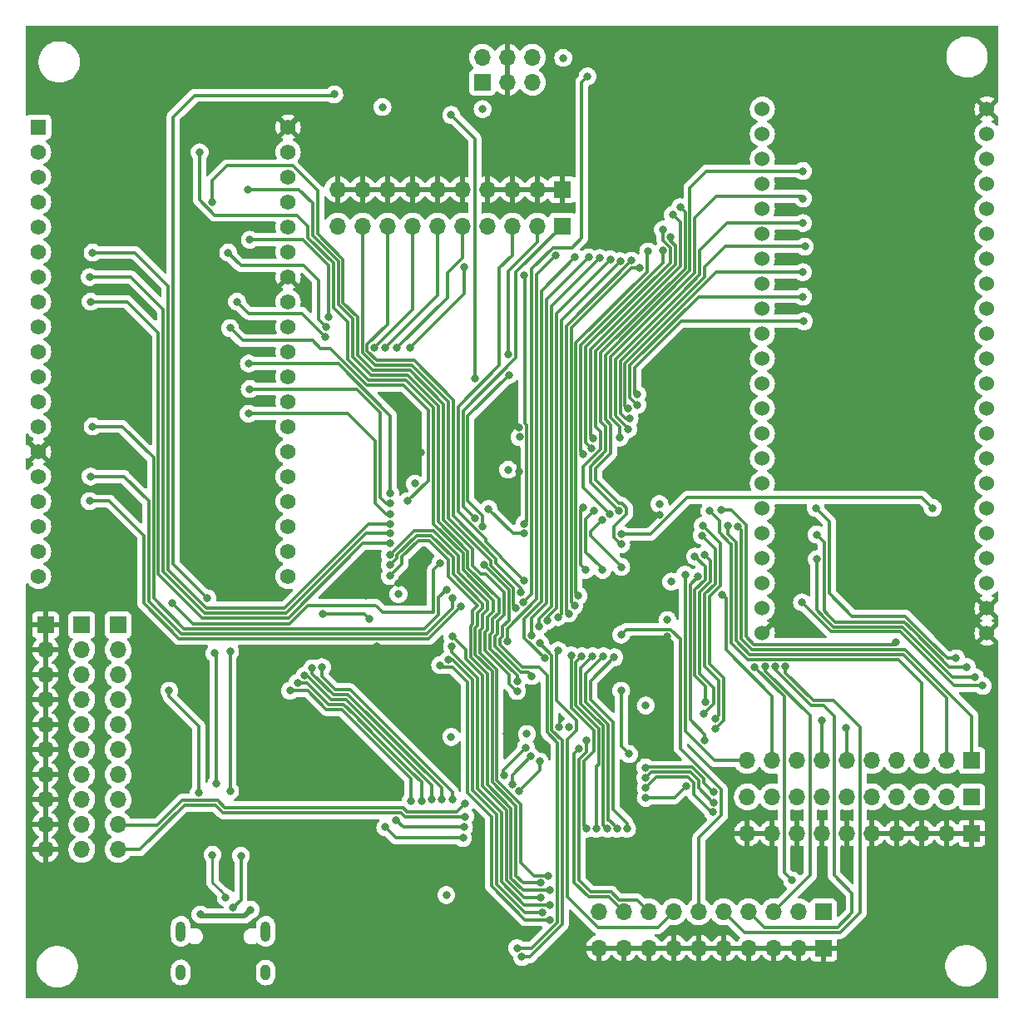
<source format=gbl>
G04 #@! TF.GenerationSoftware,KiCad,Pcbnew,(6.0.9)*
G04 #@! TF.CreationDate,2024-01-26T15:08:13+01:00*
G04 #@! TF.ProjectId,Univerzalni_testovaci_platforma_nejen_pro_IoT_v1,556e6976-6572-47a6-916c-6e695f746573,rev?*
G04 #@! TF.SameCoordinates,Original*
G04 #@! TF.FileFunction,Copper,L4,Bot*
G04 #@! TF.FilePolarity,Positive*
%FSLAX46Y46*%
G04 Gerber Fmt 4.6, Leading zero omitted, Abs format (unit mm)*
G04 Created by KiCad (PCBNEW (6.0.9)) date 2024-01-26 15:08:13*
%MOMM*%
%LPD*%
G01*
G04 APERTURE LIST*
G04 #@! TA.AperFunction,ComponentPad*
%ADD10R,1.700000X1.700000*%
G04 #@! TD*
G04 #@! TA.AperFunction,ComponentPad*
%ADD11O,1.700000X1.700000*%
G04 #@! TD*
G04 #@! TA.AperFunction,ComponentPad*
%ADD12C,1.524000*%
G04 #@! TD*
G04 #@! TA.AperFunction,ComponentPad*
%ADD13R,1.560000X1.560000*%
G04 #@! TD*
G04 #@! TA.AperFunction,ComponentPad*
%ADD14C,1.560000*%
G04 #@! TD*
G04 #@! TA.AperFunction,ComponentPad*
%ADD15O,1.000000X1.600000*%
G04 #@! TD*
G04 #@! TA.AperFunction,ComponentPad*
%ADD16O,1.000000X2.100000*%
G04 #@! TD*
G04 #@! TA.AperFunction,ViaPad*
%ADD17C,0.800000*%
G04 #@! TD*
G04 #@! TA.AperFunction,Conductor*
%ADD18C,0.300000*%
G04 #@! TD*
G04 #@! TA.AperFunction,Conductor*
%ADD19C,0.500000*%
G04 #@! TD*
G04 #@! TA.AperFunction,Conductor*
%ADD20C,0.250000*%
G04 #@! TD*
G04 APERTURE END LIST*
D10*
G04 #@! TO.P,J11,1,Pin_1*
G04 #@! TO.N,+3V3*
X106200000Y-111500000D03*
D11*
G04 #@! TO.P,J11,2,Pin_2*
X106200000Y-114040000D03*
G04 #@! TO.P,J11,3,Pin_3*
X106200000Y-116580000D03*
G04 #@! TO.P,J11,4,Pin_4*
X106200000Y-119120000D03*
G04 #@! TO.P,J11,5,Pin_5*
X106200000Y-121660000D03*
G04 #@! TO.P,J11,6,Pin_6*
X106200000Y-124200000D03*
G04 #@! TO.P,J11,7,Pin_7*
X106200000Y-126740000D03*
G04 #@! TO.P,J11,8,Pin_8*
X106200000Y-129280000D03*
G04 #@! TO.P,J11,9,Pin_9*
X106200000Y-131820000D03*
G04 #@! TO.P,J11,10,Pin_10*
X106200000Y-134360000D03*
G04 #@! TD*
D12*
G04 #@! TO.P,U4,1,3V3*
G04 #@! TO.N,unconnected-(U4-Pad1)*
X175470000Y-59000000D03*
G04 #@! TO.P,U4,2,3V3*
X175470000Y-61540000D03*
G04 #@! TO.P,U4,3,RST*
G04 #@! TO.N,unconnected-(U4-Pad3)*
X175470000Y-64080000D03*
G04 #@! TO.P,U4,4,GPIO4*
G04 #@! TO.N,/ESP S3 J1 pin4*
X175470000Y-66620000D03*
G04 #@! TO.P,U4,5,GPIO5*
G04 #@! TO.N,/ESP S3 J1 pin5*
X175470000Y-69160000D03*
G04 #@! TO.P,U4,6,GPIO6*
G04 #@! TO.N,/ESP S3 J1 pin6*
X175470000Y-71700000D03*
G04 #@! TO.P,U4,7,GPIO7*
G04 #@! TO.N,/ESP S3 J1 pin7*
X175470000Y-74240000D03*
G04 #@! TO.P,U4,8,GPIO15-RTS0*
G04 #@! TO.N,/ESP S3 J1 pin8*
X175470000Y-76780000D03*
G04 #@! TO.P,U4,9,GPIO16-CTS0*
G04 #@! TO.N,/ESP S3 J1 pin9*
X175470000Y-79320000D03*
G04 #@! TO.P,U4,10,GPIO17-TX1*
G04 #@! TO.N,/ESP S3 J1 pin10*
X175470000Y-81860000D03*
G04 #@! TO.P,U4,11,GPIO18-RX1*
G04 #@! TO.N,/ESP S3 J1 pin11*
X175470000Y-84400000D03*
G04 #@! TO.P,U4,12,GPIO8*
G04 #@! TO.N,/ESP S3 J1 pin12*
X175470000Y-86940000D03*
G04 #@! TO.P,U4,13,GPIO3!!!D*
G04 #@! TO.N,/ESP S3 J1 pin13*
X175470000Y-89480000D03*
G04 #@! TO.P,U4,14,GPIO46!!!D*
G04 #@! TO.N,/ESP S3 J1 pin14*
X175470000Y-92020000D03*
G04 #@! TO.P,U4,15,GPIO9*
G04 #@! TO.N,/ESP S3 J1 pin15*
X175470000Y-94560000D03*
G04 #@! TO.P,U4,16,GPIO10*
G04 #@! TO.N,/ESP S3 J1 pin16*
X175470000Y-97100000D03*
G04 #@! TO.P,U4,17,GPIO11*
G04 #@! TO.N,/ESP S3 J1 pin17*
X175470000Y-99640000D03*
G04 #@! TO.P,U4,18,GPIO12*
G04 #@! TO.N,/ESP S3 J1 pin18*
X175470000Y-102180000D03*
G04 #@! TO.P,U4,19,GPIO13*
G04 #@! TO.N,/ESP S3 J1 pin19*
X175470000Y-104720000D03*
G04 #@! TO.P,U4,20,GPIO14*
G04 #@! TO.N,/ESP S3 J1 pin20*
X175470000Y-107260000D03*
G04 #@! TO.P,U4,21,5V*
G04 #@! TO.N,unconnected-(U4-Pad21)*
X175470000Y-109800000D03*
G04 #@! TO.P,U4,22,GND*
G04 #@! TO.N,GND*
X175470000Y-112340000D03*
G04 #@! TO.P,U4,23,GND*
X198330000Y-59000000D03*
G04 #@! TO.P,U4,24,GPIO43-TX0*
G04 #@! TO.N,/ESP S3 J3 pin2*
X198330000Y-61540000D03*
G04 #@! TO.P,U4,25,GPIO44-RX0*
G04 #@! TO.N,/ESP S3 J3 pin3*
X198330000Y-64080000D03*
G04 #@! TO.P,U4,26,GPIO1*
G04 #@! TO.N,/ESP S3 J3 pin4*
X198330000Y-66620000D03*
G04 #@! TO.P,U4,27,GPIO2*
G04 #@! TO.N,/ESP S3 J3 pin5*
X198330000Y-69160000D03*
G04 #@! TO.P,U4,28,GPIO42*
G04 #@! TO.N,/ESP S3 J3 pin6*
X198330000Y-71700000D03*
G04 #@! TO.P,U4,29,GPIO41*
G04 #@! TO.N,/ESP S3 J3 pin7*
X198330000Y-74240000D03*
G04 #@! TO.P,U4,30,GPIO40*
G04 #@! TO.N,/ESP S3 J3 pin8*
X198330000Y-76780000D03*
G04 #@! TO.P,U4,31,GPIO39*
G04 #@! TO.N,/ESP S3 J3 pin9*
X198330000Y-79320000D03*
G04 #@! TO.P,U4,32,GPIO38*
G04 #@! TO.N,/ESP S3 J3 pin10*
X198330000Y-81860000D03*
G04 #@! TO.P,U4,33,GPIO37*
G04 #@! TO.N,/ESP S3 J3 pin11*
X198330000Y-84400000D03*
G04 #@! TO.P,U4,34,GPIO36*
G04 #@! TO.N,/ESP S3 J3 pin12*
X198330000Y-86940000D03*
G04 #@! TO.P,U4,35,GPIO35*
G04 #@! TO.N,/ESP S3 J3 pin13*
X198330000Y-89480000D03*
G04 #@! TO.P,U4,36,GPIO0!!!U*
G04 #@! TO.N,/ESP S3 J3 pin14*
X198330000Y-92020000D03*
G04 #@! TO.P,U4,37,GPIO45!!!D*
G04 #@! TO.N,/ESP S3 J3 pin15*
X198330000Y-94560000D03*
G04 #@! TO.P,U4,38,GPIO48*
G04 #@! TO.N,/ESP S3 J3 pin16*
X198330000Y-97100000D03*
G04 #@! TO.P,U4,39,GPIO47*
G04 #@! TO.N,/ESP S3 J3 pin17*
X198330000Y-99640000D03*
G04 #@! TO.P,U4,40,GPIO21*
G04 #@! TO.N,/ESP S3 J3 pin18*
X198330000Y-102180000D03*
G04 #@! TO.P,U4,41,GPIO20-D+*
G04 #@! TO.N,/ESP S3 J3 pin19*
X198330000Y-104720000D03*
G04 #@! TO.P,U4,42,GPIO19-D-*
G04 #@! TO.N,/ESP S3 J3 pin20*
X198330000Y-107260000D03*
G04 #@! TO.P,U4,43,GND*
G04 #@! TO.N,GND*
X198330000Y-109800000D03*
G04 #@! TO.P,U4,44,GND*
X198330000Y-112340000D03*
G04 #@! TD*
D10*
G04 #@! TO.P,J3,1,Pin_1*
G04 #@! TO.N,GND*
X102500000Y-111500000D03*
D11*
G04 #@! TO.P,J3,2,Pin_2*
X102500000Y-114040000D03*
G04 #@! TO.P,J3,3,Pin_3*
X102500000Y-116580000D03*
G04 #@! TO.P,J3,4,Pin_4*
X102500000Y-119120000D03*
G04 #@! TO.P,J3,5,Pin_5*
X102500000Y-121660000D03*
G04 #@! TO.P,J3,6,Pin_6*
X102500000Y-124200000D03*
G04 #@! TO.P,J3,7,Pin_7*
X102500000Y-126740000D03*
G04 #@! TO.P,J3,8,Pin_8*
X102500000Y-129280000D03*
G04 #@! TO.P,J3,9,Pin_9*
X102500000Y-131820000D03*
G04 #@! TO.P,J3,10,Pin_10*
X102500000Y-134360000D03*
G04 #@! TD*
D10*
G04 #@! TO.P,J8,1,Pin_1*
G04 #@! TO.N,GND*
X181725000Y-144400000D03*
D11*
G04 #@! TO.P,J8,2,Pin_2*
X179185000Y-144400000D03*
G04 #@! TO.P,J8,3,Pin_3*
X176645000Y-144400000D03*
G04 #@! TO.P,J8,4,Pin_4*
X174105000Y-144400000D03*
G04 #@! TO.P,J8,5,Pin_5*
X171565000Y-144400000D03*
G04 #@! TO.P,J8,6,Pin_6*
X169025000Y-144400000D03*
G04 #@! TO.P,J8,7,Pin_7*
X166485000Y-144400000D03*
G04 #@! TO.P,J8,8,Pin_8*
X163945000Y-144400000D03*
G04 #@! TO.P,J8,9,Pin_9*
X161405000Y-144400000D03*
G04 #@! TO.P,J8,10,Pin_10*
X158865000Y-144400000D03*
G04 #@! TD*
D13*
G04 #@! TO.P,U3,J2-1,3V3*
G04 #@! TO.N,unconnected-(U3-PadJ2-1)*
X101800000Y-60840000D03*
D14*
G04 #@! TO.P,U3,J2-2,EN*
G04 #@! TO.N,/ESP DEV_KIT J2 pin2*
X101800000Y-63380000D03*
G04 #@! TO.P,U3,J2-3,SENSOR_VP*
G04 #@! TO.N,/ESP DEV_KIT J2 pin3*
X101800000Y-65920000D03*
G04 #@! TO.P,U3,J2-4,SENSOR_VN*
G04 #@! TO.N,/ESP DEV_KIT J2 pin4*
X101800000Y-68460000D03*
G04 #@! TO.P,U3,J2-5,IO34*
G04 #@! TO.N,/ESP DEV_KIT J2 pin5*
X101800000Y-71000000D03*
G04 #@! TO.P,U3,J2-6,IO35*
G04 #@! TO.N,/ESP DEV_KIT J2 pin6*
X101800000Y-73540000D03*
G04 #@! TO.P,U3,J2-7,IO32*
G04 #@! TO.N,/ESP DEV_KIT J2 pin7*
X101800000Y-76080000D03*
G04 #@! TO.P,U3,J2-8,IO33*
G04 #@! TO.N,/ESP DEV_KIT J2 pin8*
X101800000Y-78620000D03*
G04 #@! TO.P,U3,J2-9,IO25*
G04 #@! TO.N,/ESP DEV_KIT J2 pin9*
X101800000Y-81160000D03*
G04 #@! TO.P,U3,J2-10,IO26*
G04 #@! TO.N,/ESP DEV_KIT J2 pin10*
X101800000Y-83700000D03*
G04 #@! TO.P,U3,J2-11,IO27*
G04 #@! TO.N,/ESP DEV_KIT J2 pin11*
X101800000Y-86240000D03*
G04 #@! TO.P,U3,J2-12,IO14*
G04 #@! TO.N,/ESP DEV_KIT J2 pin12*
X101800000Y-88780000D03*
G04 #@! TO.P,U3,J2-13,IO12*
G04 #@! TO.N,/ESP DEV_KIT J2 pin13*
X101800000Y-91320000D03*
G04 #@! TO.P,U3,J2-14,GND1*
G04 #@! TO.N,GND*
X101800000Y-93860000D03*
G04 #@! TO.P,U3,J2-15,IO13*
G04 #@! TO.N,/ESP DEV_KIT J2 pin15*
X101800000Y-96400000D03*
G04 #@! TO.P,U3,J2-16,SD2*
G04 #@! TO.N,/ESP DEV_KIT J2 pin16*
X101800000Y-98940000D03*
G04 #@! TO.P,U3,J2-17,SD3*
G04 #@! TO.N,/ESP DEV_KIT J2 pin17*
X101800000Y-101480000D03*
G04 #@! TO.P,U3,J2-18,CMD*
G04 #@! TO.N,/ESP DEV_KIT J2 pin18*
X101800000Y-104020000D03*
G04 #@! TO.P,U3,J2-19,EXT_5V*
G04 #@! TO.N,unconnected-(U3-PadJ2-19)*
X101800000Y-106560000D03*
G04 #@! TO.P,U3,J3-1,GND3*
G04 #@! TO.N,GND*
X127200000Y-60840000D03*
G04 #@! TO.P,U3,J3-2,IO23*
G04 #@! TO.N,/ESP DEV_KIT J3 pin2*
X127200000Y-63380000D03*
G04 #@! TO.P,U3,J3-3,IO22*
G04 #@! TO.N,/ESP DEV_KIT J3 pin3*
X127200000Y-65920000D03*
G04 #@! TO.P,U3,J3-4,TXD0*
G04 #@! TO.N,/ESP DEV_KIT J3 pin4*
X127200000Y-68460000D03*
G04 #@! TO.P,U3,J3-5,RXD0*
G04 #@! TO.N,/ESP DEV_KIT J3 pin5*
X127200000Y-71000000D03*
G04 #@! TO.P,U3,J3-6,IO21*
G04 #@! TO.N,/ESP DEV_KIT J3 pin6*
X127200000Y-73540000D03*
G04 #@! TO.P,U3,J3-7,GND2*
G04 #@! TO.N,GND*
X127200000Y-76080000D03*
G04 #@! TO.P,U3,J3-8,IO19*
G04 #@! TO.N,/ESP DEV_KIT J3 pin8*
X127200000Y-78620000D03*
G04 #@! TO.P,U3,J3-9,IO18*
G04 #@! TO.N,/ESP DEV_KIT J3 pin9*
X127200000Y-81160000D03*
G04 #@! TO.P,U3,J3-10,IO5*
G04 #@! TO.N,/ESP DEV_KIT J3 pin10*
X127200000Y-83700000D03*
G04 #@! TO.P,U3,J3-11,IO17*
G04 #@! TO.N,/ESP DEV_KIT J3 pin11*
X127200000Y-86240000D03*
G04 #@! TO.P,U3,J3-12,IO16*
G04 #@! TO.N,/ESP DEV_KIT J3 pin12*
X127200000Y-88780000D03*
G04 #@! TO.P,U3,J3-13,IO4*
G04 #@! TO.N,/ESP DEV_KIT J3 pin13*
X127200000Y-91320000D03*
G04 #@! TO.P,U3,J3-14,IO0*
G04 #@! TO.N,/ESP DEV_KIT J3 pin14*
X127200000Y-93860000D03*
G04 #@! TO.P,U3,J3-15,IO2*
G04 #@! TO.N,/ESP DEV_KIT J3 pin15*
X127200000Y-96400000D03*
G04 #@! TO.P,U3,J3-16,IO15*
G04 #@! TO.N,/ESP DEV_KIT J3 pin16*
X127200000Y-98940000D03*
G04 #@! TO.P,U3,J3-17,SD1*
G04 #@! TO.N,/ESP DEV_KIT J3 pin17*
X127200000Y-101480000D03*
G04 #@! TO.P,U3,J3-18,SD0*
G04 #@! TO.N,/ESP DEV_KIT J3 pin18*
X127200000Y-104020000D03*
G04 #@! TO.P,U3,J3-19,CLK*
G04 #@! TO.N,/ESP DEV_KIT J3 pin19*
X127200000Y-106560000D03*
G04 #@! TD*
D15*
G04 #@! TO.P,J6,S1,SHIELD*
G04 #@! TO.N,unconnected-(J6-PadS1)*
X116280000Y-146875000D03*
D16*
X124920000Y-142695000D03*
D15*
X124920000Y-146875000D03*
D16*
X116280000Y-142695000D03*
G04 #@! TD*
D10*
G04 #@! TO.P,J4,1,Pin_1*
G04 #@! TO.N,GND*
X196800000Y-132700000D03*
D11*
G04 #@! TO.P,J4,2,Pin_2*
X194260000Y-132700000D03*
G04 #@! TO.P,J4,3,Pin_3*
X191720000Y-132700000D03*
G04 #@! TO.P,J4,4,Pin_4*
X189180000Y-132700000D03*
G04 #@! TO.P,J4,5,Pin_5*
X186640000Y-132700000D03*
G04 #@! TO.P,J4,6,Pin_6*
X184100000Y-132700000D03*
G04 #@! TO.P,J4,7,Pin_7*
X181560000Y-132700000D03*
G04 #@! TO.P,J4,8,Pin_8*
X179020000Y-132700000D03*
G04 #@! TO.P,J4,9,Pin_9*
X176480000Y-132700000D03*
G04 #@! TO.P,J4,10,Pin_10*
X173940000Y-132700000D03*
G04 #@! TD*
D10*
G04 #@! TO.P,J12,1,Pin_1*
G04 #@! TO.N,+3V3*
X196800000Y-129000000D03*
D11*
G04 #@! TO.P,J12,2,Pin_2*
X194260000Y-129000000D03*
G04 #@! TO.P,J12,3,Pin_3*
X191720000Y-129000000D03*
G04 #@! TO.P,J12,4,Pin_4*
X189180000Y-129000000D03*
G04 #@! TO.P,J12,5,Pin_5*
X186640000Y-129000000D03*
G04 #@! TO.P,J12,6,Pin_6*
X184100000Y-129000000D03*
G04 #@! TO.P,J12,7,Pin_7*
X181560000Y-129000000D03*
G04 #@! TO.P,J12,8,Pin_8*
X179020000Y-129000000D03*
G04 #@! TO.P,J12,9,Pin_9*
X176480000Y-129000000D03*
G04 #@! TO.P,J12,10,Pin_10*
X173940000Y-129000000D03*
G04 #@! TD*
D10*
G04 #@! TO.P,J5,1,Pin_1*
G04 #@! TO.N,+3V3*
X146975000Y-56275000D03*
D11*
G04 #@! TO.P,J5,2,Pin_2*
G04 #@! TO.N,Net-(J5-Pad2)*
X146975000Y-53735000D03*
G04 #@! TO.P,J5,3,Pin_3*
G04 #@! TO.N,GND*
X149515000Y-56275000D03*
G04 #@! TO.P,J5,4,Pin_4*
X149515000Y-53735000D03*
G04 #@! TO.P,J5,5,Pin_5*
G04 #@! TO.N,Net-(J5-Pad5)*
X152055000Y-56275000D03*
G04 #@! TO.P,J5,6,Pin_6*
G04 #@! TO.N,+3V3*
X152055000Y-53735000D03*
G04 #@! TD*
D10*
G04 #@! TO.P,J7,1,Pin_1*
G04 #@! TO.N,PC8*
X181700000Y-140700000D03*
D11*
G04 #@! TO.P,J7,2,Pin_2*
G04 #@! TO.N,PD9*
X179160000Y-140700000D03*
G04 #@! TO.P,J7,3,Pin_3*
G04 #@! TO.N,PD10*
X176620000Y-140700000D03*
G04 #@! TO.P,J7,4,Pin_4*
G04 #@! TO.N,PD11*
X174080000Y-140700000D03*
G04 #@! TO.P,J7,5,Pin_5*
G04 #@! TO.N,PD12*
X171540000Y-140700000D03*
G04 #@! TO.P,J7,6,Pin_6*
G04 #@! TO.N,PD13*
X169000000Y-140700000D03*
G04 #@! TO.P,J7,7,Pin_7*
G04 #@! TO.N,PD14*
X166460000Y-140700000D03*
G04 #@! TO.P,J7,8,Pin_8*
G04 #@! TO.N,PE14*
X163920000Y-140700000D03*
G04 #@! TO.P,J7,9,Pin_9*
G04 #@! TO.N,PE15*
X161380000Y-140700000D03*
G04 #@! TO.P,J7,10,Pin_10*
G04 #@! TO.N,PF3*
X158840000Y-140700000D03*
G04 #@! TD*
D10*
G04 #@! TO.P,J9,1,Pin_1*
G04 #@! TO.N,GND*
X155100000Y-67200000D03*
D11*
G04 #@! TO.P,J9,2,Pin_2*
X152560000Y-67200000D03*
G04 #@! TO.P,J9,3,Pin_3*
X150020000Y-67200000D03*
G04 #@! TO.P,J9,4,Pin_4*
X147480000Y-67200000D03*
G04 #@! TO.P,J9,5,Pin_5*
X144940000Y-67200000D03*
G04 #@! TO.P,J9,6,Pin_6*
X142400000Y-67200000D03*
G04 #@! TO.P,J9,7,Pin_7*
X139860000Y-67200000D03*
G04 #@! TO.P,J9,8,Pin_8*
X137320000Y-67200000D03*
G04 #@! TO.P,J9,9,Pin_9*
X134780000Y-67200000D03*
G04 #@! TO.P,J9,10,Pin_10*
X132240000Y-67200000D03*
G04 #@! TD*
D10*
G04 #@! TO.P,J10,1,Pin_1*
G04 #@! TO.N,PF4*
X155125000Y-70900000D03*
D11*
G04 #@! TO.P,J10,2,Pin_2*
G04 #@! TO.N,PF5*
X152585000Y-70900000D03*
G04 #@! TO.P,J10,3,Pin_3*
G04 #@! TO.N,PF6*
X150045000Y-70900000D03*
G04 #@! TO.P,J10,4,Pin_4*
G04 #@! TO.N,PF7*
X147505000Y-70900000D03*
G04 #@! TO.P,J10,5,Pin_5*
G04 #@! TO.N,PF8*
X144965000Y-70900000D03*
G04 #@! TO.P,J10,6,Pin_6*
G04 #@! TO.N,PF9*
X142425000Y-70900000D03*
G04 #@! TO.P,J10,7,Pin_7*
G04 #@! TO.N,PF10*
X139885000Y-70900000D03*
G04 #@! TO.P,J10,8,Pin_8*
G04 #@! TO.N,PF11*
X137345000Y-70900000D03*
G04 #@! TO.P,J10,9,Pin_9*
G04 #@! TO.N,PF12*
X134805000Y-70900000D03*
G04 #@! TO.P,J10,10,Pin_10*
G04 #@! TO.N,unconnected-(J10-Pad10)*
X132265000Y-70900000D03*
G04 #@! TD*
D10*
G04 #@! TO.P,J1,1,Pin_1*
G04 #@! TO.N,Net-(U1-Pad34)*
X109900000Y-111500000D03*
D11*
G04 #@! TO.P,J1,2,Pin_2*
G04 #@! TO.N,Net-(U1-Pad35)*
X109900000Y-114040000D03*
G04 #@! TO.P,J1,3,Pin_3*
G04 #@! TO.N,Net-(U1-Pad36)*
X109900000Y-116580000D03*
G04 #@! TO.P,J1,4,Pin_4*
G04 #@! TO.N,Net-(U1-Pad37)*
X109900000Y-119120000D03*
G04 #@! TO.P,J1,5,Pin_5*
G04 #@! TO.N,Net-(U1-Pad40)*
X109900000Y-121660000D03*
G04 #@! TO.P,J1,6,Pin_6*
G04 #@! TO.N,Net-(U1-Pad41)*
X109900000Y-124200000D03*
G04 #@! TO.P,J1,7,Pin_7*
G04 #@! TO.N,Net-(U1-Pad42)*
X109900000Y-126740000D03*
G04 #@! TO.P,J1,8,Pin_8*
G04 #@! TO.N,Net-(U1-Pad43)*
X109900000Y-129280000D03*
G04 #@! TO.P,J1,9,Pin_9*
G04 #@! TO.N,Net-(U1-Pad100)*
X109900000Y-131820000D03*
G04 #@! TO.P,J1,10,Pin_10*
G04 #@! TO.N,Net-(U1-Pad101)*
X109900000Y-134360000D03*
G04 #@! TD*
D10*
G04 #@! TO.P,J2,1,Pin_1*
G04 #@! TO.N,PA10*
X196800000Y-125300000D03*
D11*
G04 #@! TO.P,J2,2,Pin_2*
G04 #@! TO.N,PA13*
X194260000Y-125300000D03*
G04 #@! TO.P,J2,3,Pin_3*
G04 #@! TO.N,PA14*
X191720000Y-125300000D03*
G04 #@! TO.P,J2,4,Pin_4*
G04 #@! TO.N,PA15*
X189180000Y-125300000D03*
G04 #@! TO.P,J2,5,Pin_5*
G04 #@! TO.N,PB0*
X186640000Y-125300000D03*
G04 #@! TO.P,J2,6,Pin_6*
G04 #@! TO.N,PB1*
X184100000Y-125300000D03*
G04 #@! TO.P,J2,7,Pin_7*
G04 #@! TO.N,PC4*
X181560000Y-125300000D03*
G04 #@! TO.P,J2,8,Pin_8*
G04 #@! TO.N,PC5*
X179020000Y-125300000D03*
G04 #@! TO.P,J2,9,Pin_9*
G04 #@! TO.N,PC6*
X176480000Y-125300000D03*
G04 #@! TO.P,J2,10,Pin_10*
G04 #@! TO.N,PC7*
X173940000Y-125300000D03*
G04 #@! TD*
D17*
G04 #@! TO.N,+3V3*
X136800000Y-58800000D03*
X165000000Y-99200000D03*
X155200000Y-53800000D03*
X143300000Y-139000000D03*
X147000000Y-59000000D03*
X151500000Y-122600000D03*
X150750500Y-92391120D03*
X138432500Y-108367500D03*
X155800000Y-121900000D03*
X165800000Y-111000000D03*
X143800000Y-122900000D03*
X140120023Y-97120023D03*
X149600000Y-95700000D03*
X166200000Y-107100000D03*
X163600000Y-119700000D03*
G04 #@! TO.N,GND*
X195600000Y-112400000D03*
X152900000Y-145600000D03*
X165800000Y-112700000D03*
X131600000Y-52900000D03*
X195900000Y-59000000D03*
X149500000Y-51500000D03*
X129000000Y-138700000D03*
X116800000Y-140600000D03*
X135100000Y-108500000D03*
X124000000Y-136100000D03*
X149400000Y-146100000D03*
X177800000Y-112300000D03*
X165000000Y-100300000D03*
X130300000Y-146800000D03*
X163700000Y-122500000D03*
X150671313Y-91394759D03*
X103900000Y-93900000D03*
X124900000Y-60800000D03*
X166137500Y-109237500D03*
X150700000Y-95900000D03*
X141500000Y-122800000D03*
X154799500Y-121900000D03*
X149500000Y-59100000D03*
X124300000Y-76000000D03*
X149400000Y-122600000D03*
X124800000Y-140600000D03*
X140750500Y-94000000D03*
X136200000Y-113700000D03*
X138467500Y-107232500D03*
X130800000Y-114500000D03*
G04 #@! TO.N,Net-(C15-Pad1)*
X131900000Y-57500000D03*
X119000000Y-108800000D03*
G04 #@! TO.N,+5V*
X118276041Y-140976041D03*
X123400000Y-140500000D03*
G04 #@! TO.N,OSC_IN*
X135500000Y-110900500D03*
X130700000Y-110400000D03*
G04 #@! TO.N,Net-(D1-Pad2)*
X152824260Y-113349500D03*
X151000000Y-145300000D03*
G04 #@! TO.N,Net-(J6-PadA6)*
X121574500Y-140300000D03*
X122400000Y-135000000D03*
G04 #@! TO.N,Net-(J6-PadA7)*
X120850000Y-139265000D03*
X119500000Y-134900000D03*
G04 #@! TO.N,BOOT1*
X149504977Y-113195023D03*
X154400000Y-73900000D03*
G04 #@! TO.N,Net-(R3-Pad1)*
X151173300Y-109166745D03*
X157670023Y-55670023D03*
G04 #@! TO.N,Net-(R4-Pad1)*
X153300000Y-114900000D03*
X156400000Y-74100000D03*
G04 #@! TO.N,Net-(R5-Pad1)*
X157800000Y-74100000D03*
X152004727Y-112544773D03*
G04 #@! TO.N,Net-(R6-Pad1)*
X158918022Y-74158068D03*
X152754227Y-111624999D03*
G04 #@! TO.N,Net-(R7-Pad1)*
X160012306Y-74293295D03*
X153603908Y-111070258D03*
G04 #@! TO.N,Net-(R8-Pad1)*
X154664006Y-110717266D03*
X161000000Y-74500000D03*
G04 #@! TO.N,Net-(R9-Pad1)*
X162129977Y-74429977D03*
X155749500Y-110350500D03*
G04 #@! TO.N,Net-(R10-Pad1)*
X163000000Y-75200000D03*
X156341175Y-109544941D03*
G04 #@! TO.N,Net-(R11-Pad1)*
X163849500Y-73500000D03*
X156749500Y-108548540D03*
G04 #@! TO.N,Net-(R12-Pad1)*
X151250500Y-75900000D03*
X151250500Y-101200000D03*
G04 #@! TO.N,Net-(R13-Pad1)*
X165349500Y-73400000D03*
X157249500Y-94100000D03*
G04 #@! TO.N,Net-(R14-Pad1)*
X158066325Y-93523979D03*
X165349500Y-71266470D03*
G04 #@! TO.N,Net-(R15-Pad1)*
X158279849Y-92547551D03*
X166128994Y-72058878D03*
G04 #@! TO.N,Net-(R16-Pad1)*
X166349500Y-69765837D03*
X159951789Y-100216070D03*
G04 #@! TO.N,Net-(R17-Pad1)*
X167099000Y-69000000D03*
X160900000Y-99900000D03*
G04 #@! TO.N,Net-(R18-Pad1)*
X192800000Y-99600000D03*
X161079977Y-102279977D03*
G04 #@! TO.N,Net-(R19-Pad1)*
X137549500Y-104400000D03*
X153700000Y-137019470D03*
G04 #@! TO.N,Net-(R20-Pad1)*
X137549500Y-105400000D03*
X152944444Y-137768970D03*
G04 #@! TO.N,Net-(R21-Pad1)*
X153850500Y-138518470D03*
X137549500Y-106520023D03*
G04 #@! TO.N,Net-(R22-Pad2)*
X150499500Y-118232962D03*
X118200000Y-63400000D03*
G04 #@! TO.N,Net-(R23-Pad2)*
X123100000Y-67200000D03*
X150499500Y-117233459D03*
G04 #@! TO.N,Net-(R24-Pad2)*
X152000000Y-116700000D03*
X119500000Y-68500000D03*
G04 #@! TO.N,Net-(R25-Pad2)*
X131300000Y-80149500D03*
X123300000Y-72300000D03*
G04 #@! TO.N,Net-(R26-Pad2)*
X131030226Y-81170271D03*
X121100000Y-73600000D03*
G04 #@! TO.N,Net-(R27-Pad2)*
X141800000Y-129300000D03*
X159700000Y-132249000D03*
X158200000Y-114700000D03*
X128899000Y-116650500D03*
G04 #@! TO.N,Net-(R28-Pad2)*
X140800000Y-129400000D03*
X160699503Y-132249000D03*
X128149500Y-117400000D03*
X159300000Y-114700000D03*
G04 #@! TO.N,Net-(R29-Pad2)*
X161699006Y-132249000D03*
X127400000Y-118200000D03*
X139700000Y-129400000D03*
X160400000Y-114800000D03*
G04 #@! TO.N,Net-(R30-Pad2)*
X119900000Y-127649500D03*
X119700000Y-114400000D03*
X151400000Y-124000000D03*
X149210287Y-126798705D03*
G04 #@! TO.N,Net-(R31-Pad2)*
X121300000Y-114200000D03*
X121300000Y-128400000D03*
X150000000Y-127700000D03*
X151900000Y-124900000D03*
G04 #@! TO.N,Net-(R32-Pad2)*
X131000000Y-82200000D03*
X122000000Y-78600000D03*
G04 #@! TO.N,Net-(R33-Pad2)*
X121300000Y-81300000D03*
X139400000Y-98900000D03*
G04 #@! TO.N,Net-(R34-Pad2)*
X137600000Y-98100000D03*
X123200000Y-84900000D03*
G04 #@! TO.N,Net-(R35-Pad2)*
X137600000Y-99100000D03*
X123300000Y-87500000D03*
G04 #@! TO.N,Net-(R36-Pad2)*
X137612390Y-100203472D03*
X123175000Y-90000000D03*
G04 #@! TO.N,Net-(R37-Pad2)*
X156000000Y-114599000D03*
X143900000Y-129300000D03*
X130641202Y-115795169D03*
X157549500Y-132249000D03*
G04 #@! TO.N,Net-(R38-Pad2)*
X129648500Y-115911565D03*
X158549003Y-132249000D03*
X157100000Y-114700000D03*
X142800000Y-129300000D03*
G04 #@! TO.N,/BOOT0*
X143800000Y-59600000D03*
X146250000Y-86450000D03*
G04 #@! TO.N,Net-(R44-Pad1)*
X137549500Y-101200994D03*
X107300000Y-73600000D03*
G04 #@! TO.N,Net-(R45-Pad1)*
X107000000Y-76100000D03*
X137549500Y-102200497D03*
G04 #@! TO.N,Net-(R46-Pad1)*
X137549500Y-103200000D03*
X107100000Y-78600000D03*
G04 #@! TO.N,Net-(R51-Pad1)*
X143300000Y-107900000D03*
X107300000Y-91300000D03*
X157500000Y-105900000D03*
X157249500Y-99574500D03*
G04 #@! TO.N,Net-(R52-Pad1)*
X159200000Y-105900000D03*
X107100000Y-96400000D03*
X143900000Y-108800000D03*
X158300000Y-99900000D03*
G04 #@! TO.N,Net-(R53-Pad1)*
X161100000Y-105600000D03*
X144800000Y-109600000D03*
X159176071Y-100846362D03*
X107000000Y-98900000D03*
G04 #@! TO.N,Net-(R54-Pad1)*
X147600000Y-99700000D03*
X115400000Y-109300000D03*
X151250500Y-102199503D03*
X142700000Y-105200000D03*
G04 #@! TO.N,Net-(R55-Pad1)*
X161900000Y-124649500D03*
X150706755Y-128406755D03*
X152800000Y-125401466D03*
X115100000Y-118200000D03*
X161100000Y-118200000D03*
X118100000Y-128600500D03*
G04 #@! TO.N,Net-(R56-Pad1)*
X179600000Y-65300000D03*
X161109954Y-103309954D03*
G04 #@! TO.N,Net-(R57-Pad1)*
X179600000Y-68100000D03*
X160973455Y-92423955D03*
G04 #@! TO.N,Net-(R58-Pad1)*
X179600000Y-70600000D03*
X161798705Y-91598705D03*
G04 #@! TO.N,Net-(R59-Pad1)*
X179800000Y-73000000D03*
X161950500Y-90500000D03*
G04 #@! TO.N,Net-(R60-Pad1)*
X179600000Y-75600000D03*
X161800000Y-89500000D03*
G04 #@! TO.N,Net-(R61-Pad1)*
X162750500Y-89100000D03*
X179600000Y-78100000D03*
G04 #@! TO.N,Net-(R62-Pad1)*
X162750500Y-88019386D03*
X179700000Y-80600000D03*
G04 #@! TO.N,Net-(R69-Pad1)*
X152899819Y-139267970D03*
X195200000Y-114900000D03*
X143907093Y-112692907D03*
X180900000Y-99600000D03*
G04 #@! TO.N,Net-(R70-Pad1)*
X196300000Y-115800000D03*
X181000000Y-102300000D03*
X143879775Y-113725543D03*
X153850500Y-140017470D03*
G04 #@! TO.N,Net-(R71-Pad1)*
X143505966Y-115045320D03*
X197100000Y-116800000D03*
X181000000Y-104800000D03*
X153109715Y-140766970D03*
G04 #@! TO.N,Net-(R72-Pad1)*
X153816470Y-141516470D03*
X179500000Y-109200000D03*
X142674500Y-115600000D03*
X197900000Y-117700000D03*
G04 #@! TO.N,USB_D-*
X138200000Y-131400000D03*
X170717490Y-121022555D03*
X169300000Y-102400500D03*
X145100000Y-132100000D03*
G04 #@! TO.N,USB_D+*
X145000000Y-133200000D03*
X137100000Y-132100000D03*
X170700000Y-122100000D03*
X169400000Y-101400000D03*
G04 #@! TO.N,PA15*
X189100000Y-113250500D03*
X171300000Y-99800000D03*
G04 #@! TO.N,PA14*
X170100000Y-99900500D03*
G04 #@! TO.N,PA13*
X171955220Y-101428246D03*
G04 #@! TO.N,PA10*
X172950500Y-101520023D03*
G04 #@! TO.N,PC8*
X168900000Y-106600000D03*
X169629977Y-123270023D03*
G04 #@! TO.N,PC7*
X167610308Y-106389692D03*
G04 #@! TO.N,PC6*
X171400000Y-108400000D03*
G04 #@! TO.N,PD14*
X154700000Y-114099000D03*
G04 #@! TO.N,PD13*
X161100000Y-112500000D03*
G04 #@! TO.N,PD12*
X177799006Y-115749500D03*
G04 #@! TO.N,PD11*
X176799503Y-115749500D03*
G04 #@! TO.N,PD10*
X175800000Y-115749500D03*
G04 #@! TO.N,PD9*
X178500000Y-137500000D03*
X174700000Y-115800000D03*
G04 #@! TO.N,PE15*
X156800000Y-124100000D03*
G04 #@! TO.N,PE14*
X157529977Y-123229977D03*
G04 #@! TO.N,PF12*
X150400000Y-109800000D03*
G04 #@! TO.N,PF11*
X150899500Y-108205476D03*
G04 #@! TO.N,PB1*
X163561539Y-126019049D03*
X184000000Y-121950500D03*
X170497561Y-128537607D03*
G04 #@! TO.N,PB0*
X170520494Y-129574628D03*
X163569774Y-127070768D03*
G04 #@! TO.N,PC5*
X170429977Y-130570023D03*
X163600000Y-128100497D03*
G04 #@! TO.N,PC4*
X167729977Y-127870023D03*
X163600000Y-129100000D03*
X181500000Y-121201000D03*
G04 #@! TO.N,PF10*
X136000000Y-83300000D03*
G04 #@! TO.N,PF9*
X137100000Y-83300000D03*
G04 #@! TO.N,PF8*
X138300000Y-83300000D03*
G04 #@! TO.N,PF7*
X139600000Y-83300000D03*
X145079977Y-75079977D03*
G04 #@! TO.N,PF6*
X151250500Y-107000000D03*
G04 #@! TO.N,PF5*
X149675145Y-86075145D03*
X147022293Y-101458904D03*
X149600000Y-84000000D03*
G04 #@! TO.N,PF4*
X146231697Y-100668308D03*
G04 #@! TO.N,PF3*
X147110863Y-105410863D03*
X150500000Y-144400000D03*
G04 #@! TO.N,Net-(U1-Pad100)*
X168608780Y-104541720D03*
X169662125Y-119350200D03*
X145200000Y-129700000D03*
G04 #@! TO.N,Net-(U1-Pad101)*
X169490707Y-120581572D03*
X169592625Y-104365498D03*
X145200000Y-131000000D03*
G04 #@! TD*
D18*
G04 #@! TO.N,Net-(C15-Pad1)*
X119000000Y-108800000D02*
X115500000Y-105300000D01*
X115500000Y-105300000D02*
X115500000Y-59800000D01*
X117700000Y-57600000D02*
X131800000Y-57600000D01*
X131800000Y-57600000D02*
X131900000Y-57500000D01*
X115500000Y-59800000D02*
X117700000Y-57600000D01*
D19*
G04 #@! TO.N,+5V*
X118450000Y-141150000D02*
X122750000Y-141150000D01*
X122750000Y-141150000D02*
X123400000Y-140500000D01*
X118276041Y-140976041D02*
X118450000Y-141150000D01*
D18*
G04 #@! TO.N,OSC_IN*
X130700000Y-110400000D02*
X134999500Y-110400000D01*
X134999500Y-110400000D02*
X135500000Y-110900500D01*
G04 #@! TO.N,Net-(D1-Pad2)*
X151800000Y-145300000D02*
X155100000Y-142000000D01*
X155100000Y-142000000D02*
X155100000Y-123261161D01*
X154050000Y-114575240D02*
X152824260Y-113349500D01*
X151000000Y-145300000D02*
X151800000Y-145300000D01*
X154050000Y-122211161D02*
X154050000Y-114575240D01*
X155100000Y-123261161D02*
X154050000Y-122211161D01*
G04 #@! TO.N,Net-(J6-PadA6)*
X122400000Y-139474500D02*
X122400000Y-135000000D01*
X121574500Y-140300000D02*
X122400000Y-139474500D01*
D20*
G04 #@! TO.N,Net-(J6-PadA7)*
X120850000Y-139265000D02*
X120850000Y-139050000D01*
X119500000Y-137700000D02*
X119500000Y-134900000D01*
X120850000Y-139050000D02*
X120400000Y-138600000D01*
X120400000Y-138600000D02*
X119500000Y-137700000D01*
D18*
G04 #@! TO.N,BOOT1*
X149504977Y-111895023D02*
X152500000Y-108900000D01*
X152500000Y-75800000D02*
X154400000Y-73900000D01*
X152500000Y-108900000D02*
X152500000Y-75800000D01*
X149504977Y-113195023D02*
X149504977Y-111895023D01*
G04 #@! TO.N,Net-(R3-Pad1)*
X152000000Y-75239339D02*
X154139339Y-73100000D01*
X157100000Y-72100000D02*
X157100000Y-56240046D01*
X154139339Y-73100000D02*
X156100000Y-73100000D01*
X157100000Y-56240046D02*
X157670023Y-55670023D01*
X156100000Y-73100000D02*
X157100000Y-72100000D01*
X152000000Y-108340045D02*
X152000000Y-75239339D01*
X151173300Y-109166745D02*
X152000000Y-108340045D01*
G04 #@! TO.N,Net-(R4-Pad1)*
X156400000Y-74100000D02*
X153000000Y-77500000D01*
X153000000Y-109107106D02*
X151200000Y-110907106D01*
X151200000Y-112800000D02*
X153300000Y-114900000D01*
X153000000Y-77500000D02*
X153000000Y-109107106D01*
X151200000Y-110907106D02*
X151200000Y-112800000D01*
G04 #@! TO.N,Net-(R5-Pad1)*
X153500000Y-109314212D02*
X153500000Y-78400000D01*
X153500000Y-78400000D02*
X157800000Y-74100000D01*
X152004727Y-112544773D02*
X152004727Y-110809485D01*
X152004727Y-110809485D02*
X153500000Y-109314212D01*
G04 #@! TO.N,Net-(R6-Pad1)*
X154000000Y-109614212D02*
X154000000Y-79076090D01*
X154000000Y-79076090D02*
X158918022Y-74158068D01*
X152754227Y-111624999D02*
X152754227Y-110859985D01*
X152754227Y-110859985D02*
X154000000Y-109614212D01*
G04 #@! TO.N,Net-(R7-Pad1)*
X154500000Y-79805601D02*
X160012306Y-74293295D01*
X153603908Y-111070258D02*
X153603908Y-110717410D01*
X154500000Y-109821318D02*
X154500000Y-79805601D01*
X153603908Y-110717410D02*
X154500000Y-109821318D01*
G04 #@! TO.N,Net-(R8-Pad1)*
X155000000Y-110381272D02*
X155000000Y-80500000D01*
X154664006Y-110717266D02*
X155000000Y-110381272D01*
X155000000Y-80500000D02*
X161000000Y-74500000D01*
G04 #@! TO.N,Net-(R9-Pad1)*
X155500000Y-110101000D02*
X155500000Y-81059954D01*
X155749500Y-110350500D02*
X155500000Y-110101000D01*
X155500000Y-81059954D02*
X162129977Y-74429977D01*
G04 #@! TO.N,Net-(R10-Pad1)*
X156000000Y-81300000D02*
X162100000Y-75200000D01*
X156000000Y-109203766D02*
X156000000Y-81300000D01*
X162100000Y-75200000D02*
X163000000Y-75200000D01*
X156341175Y-109544941D02*
X156000000Y-109203766D01*
G04 #@! TO.N,Net-(R11-Pad1)*
X156500000Y-108299040D02*
X156500000Y-82800000D01*
X156500000Y-82800000D02*
X163750000Y-75550000D01*
X163750000Y-75550000D02*
X163750000Y-73599500D01*
X163750000Y-73599500D02*
X163849500Y-73500000D01*
X156749500Y-108548540D02*
X156500000Y-108299040D01*
G04 #@! TO.N,Net-(R12-Pad1)*
X151500500Y-91163285D02*
X151500500Y-100950000D01*
X151300000Y-75949500D02*
X151300000Y-90962785D01*
X151500500Y-100950000D02*
X151250500Y-101200000D01*
X151300000Y-90962785D02*
X151500500Y-91163285D01*
X151250500Y-75900000D02*
X151300000Y-75949500D01*
G04 #@! TO.N,Net-(R13-Pad1)*
X157000000Y-83007106D02*
X163003553Y-77003553D01*
X165349500Y-74657606D02*
X165349500Y-73400000D01*
X157249500Y-94100000D02*
X157000000Y-93850500D01*
X157000000Y-87600000D02*
X157000000Y-83007106D01*
X163003553Y-77003553D02*
X165349500Y-74657606D01*
X157000000Y-93850500D02*
X157000000Y-87600000D01*
G04 #@! TO.N,Net-(R14-Pad1)*
X165349500Y-72339339D02*
X166099500Y-73089339D01*
X165349500Y-71266470D02*
X165349500Y-72339339D01*
X157500000Y-92957654D02*
X158066325Y-93523979D01*
X166099500Y-74614712D02*
X157500000Y-83214212D01*
X166099500Y-73089339D02*
X166099500Y-74614712D01*
X157500000Y-83214212D02*
X157500000Y-92957654D01*
G04 #@! TO.N,Net-(R15-Pad1)*
X158000000Y-83421318D02*
X158000000Y-92267702D01*
X166599500Y-74821818D02*
X158000000Y-83421318D01*
X166599500Y-72882233D02*
X166599500Y-74821818D01*
X158000000Y-92267702D02*
X158279849Y-92547551D01*
X166128994Y-72058878D02*
X166128994Y-72411727D01*
X166128994Y-72411727D02*
X166599500Y-72882233D01*
G04 #@! TO.N,Net-(R16-Pad1)*
X157249500Y-97513781D02*
X157249500Y-95401465D01*
X158500000Y-91300000D02*
X158500000Y-83628424D01*
X159951789Y-100216070D02*
X157249500Y-97513781D01*
X167100000Y-70516337D02*
X166349500Y-69765837D01*
X158500000Y-83628424D02*
X167100000Y-75028424D01*
X159029849Y-91829849D02*
X158500000Y-91300000D01*
X159029849Y-93621116D02*
X159029849Y-91829849D01*
X167100000Y-75028424D02*
X167100000Y-70516337D01*
X157249500Y-95401465D02*
X159029849Y-93621116D01*
G04 #@! TO.N,Net-(R17-Pad1)*
X159000000Y-90800000D02*
X159000000Y-83835530D01*
X160900000Y-99900000D02*
X157999500Y-96999500D01*
X159529849Y-93828222D02*
X159529849Y-91329849D01*
X157999500Y-96999500D02*
X157999500Y-95358571D01*
X167600000Y-69501000D02*
X167099000Y-69000000D01*
X159529849Y-91329849D02*
X159000000Y-90800000D01*
X157999500Y-95358571D02*
X159529849Y-93828222D01*
X159000000Y-83835530D02*
X167600000Y-75235530D01*
X167600000Y-75235530D02*
X167600000Y-69501000D01*
G04 #@! TO.N,Net-(R18-Pad1)*
X164080684Y-102279977D02*
X167832661Y-98528000D01*
X167832661Y-98528000D02*
X191728000Y-98528000D01*
X161079977Y-102279977D02*
X164080684Y-102279977D01*
X191728000Y-98528000D02*
X192800000Y-99600000D01*
G04 #@! TO.N,Net-(R19-Pad1)*
X150900000Y-129757361D02*
X148460787Y-127318151D01*
X147500000Y-109985788D02*
X147500000Y-109121318D01*
X144500000Y-104435530D02*
X141964470Y-101900000D01*
X140049500Y-101900000D02*
X137549500Y-104400000D01*
X153700000Y-137019470D02*
X152219470Y-137019470D01*
X147004977Y-110480811D02*
X147500000Y-109985788D01*
X148460787Y-127318151D02*
X148460787Y-116039213D01*
X150900000Y-135700000D02*
X150900000Y-129757361D01*
X146754977Y-114333403D02*
X146754977Y-112055937D01*
X144500000Y-106121319D02*
X144500000Y-104435530D01*
X147004977Y-111805937D02*
X147004977Y-110480811D01*
X147500000Y-109121318D02*
X144500000Y-106121319D01*
X146754977Y-112055937D02*
X147004977Y-111805937D01*
X141964470Y-101900000D02*
X140049500Y-101900000D01*
X148460787Y-116039213D02*
X146754977Y-114333403D01*
X152219470Y-137019470D02*
X150900000Y-135700000D01*
G04 #@! TO.N,Net-(R20-Pad1)*
X144000000Y-106328425D02*
X144000000Y-104642636D01*
X147960787Y-116246319D02*
X146254977Y-114540509D01*
X146504977Y-111598830D02*
X146504977Y-110273704D01*
X151104500Y-137768970D02*
X150400000Y-137064470D01*
X138299500Y-104710661D02*
X137610161Y-105400000D01*
X144000000Y-104642636D02*
X141757364Y-102400000D01*
X137610161Y-105400000D02*
X137549500Y-105400000D01*
X146254977Y-114540509D02*
X146254977Y-111848830D01*
X141757364Y-102400000D02*
X140256606Y-102400000D01*
X147960787Y-127525257D02*
X147960787Y-116246319D01*
X146254977Y-111848830D02*
X146504977Y-111598830D01*
X146504977Y-110273704D02*
X147000000Y-109778682D01*
X150400000Y-137064470D02*
X150400000Y-129964468D01*
X138299500Y-104357106D02*
X138299500Y-104710661D01*
X140256606Y-102400000D02*
X138299500Y-104357106D01*
X152944444Y-137768970D02*
X151104500Y-137768970D01*
X147000000Y-109778682D02*
X147000000Y-109328424D01*
X147000000Y-109328424D02*
X144000000Y-106328425D01*
X150400000Y-129964468D02*
X147960787Y-127525257D01*
G04 #@! TO.N,Net-(R21-Pad1)*
X151146894Y-138518470D02*
X149900000Y-137271576D01*
X153850500Y-138518470D02*
X151146894Y-138518470D01*
X147460787Y-127732363D02*
X147460787Y-116453425D01*
X146004977Y-111391723D02*
X146004977Y-110066597D01*
X146004977Y-110066597D02*
X146500000Y-109571575D01*
X141550257Y-102900000D02*
X140463712Y-102900000D01*
X149900000Y-137271576D02*
X149900000Y-130171575D01*
X143500000Y-104849742D02*
X141550257Y-102900000D01*
X143500000Y-106535531D02*
X143500000Y-104849742D01*
X147460787Y-116453425D02*
X145754977Y-114747615D01*
X146500000Y-109535530D02*
X143500000Y-106535531D01*
X146500000Y-109571575D02*
X146500000Y-109535530D01*
X138799500Y-105270023D02*
X137549500Y-106520023D01*
X145754977Y-111641723D02*
X146004977Y-111391723D01*
X149900000Y-130171575D02*
X147460787Y-127732363D01*
X140463712Y-102900000D02*
X138799500Y-104564212D01*
X145754977Y-114747615D02*
X145754977Y-111641723D01*
X138799500Y-104564212D02*
X138799500Y-105270023D01*
G04 #@! TO.N,Net-(R22-Pad2)*
X118200000Y-68260661D02*
X119739339Y-69800000D01*
X135410914Y-86600000D02*
X133250000Y-84439087D01*
X118200000Y-63400000D02*
X118200000Y-68260661D01*
X129200000Y-70900000D02*
X129200000Y-72092893D01*
X142000000Y-101228424D02*
X142000000Y-89428424D01*
X149700000Y-117500000D02*
X149700000Y-116571319D01*
X150432962Y-118232962D02*
X149700000Y-117500000D01*
X133250000Y-84439087D02*
X133250000Y-83750000D01*
X148100000Y-110092894D02*
X148100000Y-109014212D01*
X149700000Y-116571319D02*
X147254977Y-114126296D01*
X147504977Y-110687917D02*
X148100000Y-110092894D01*
X131800000Y-74692893D02*
X131800000Y-79200000D01*
X139171576Y-86600000D02*
X135410914Y-86600000D01*
X119739339Y-69800000D02*
X128100000Y-69800000D01*
X129200000Y-72092893D02*
X131800000Y-74692893D01*
X150499500Y-118232962D02*
X150432962Y-118232962D01*
X131800000Y-79200000D02*
X133250000Y-80650000D01*
X148100000Y-109014212D02*
X145000000Y-105914213D01*
X145000000Y-105914213D02*
X145000000Y-104228424D01*
X145000000Y-104228424D02*
X142000000Y-101228424D01*
X142000000Y-89428424D02*
X139171576Y-86600000D01*
X147254977Y-114126296D02*
X147254977Y-112263044D01*
X133250000Y-80650000D02*
X133250000Y-83750000D01*
X147504977Y-112013044D02*
X147504977Y-110687917D01*
X128100000Y-69800000D02*
X129200000Y-70900000D01*
X147254977Y-112263044D02*
X147504977Y-112013044D01*
X133250000Y-83750000D02*
X133250000Y-83600000D01*
G04 #@! TO.N,Net-(R23-Pad2)*
X147754977Y-113919189D02*
X147754977Y-112470150D01*
X150499500Y-117233459D02*
X150499500Y-116663714D01*
X145500000Y-105707106D02*
X145500000Y-104021318D01*
X133750000Y-80350000D02*
X132300000Y-78900000D01*
X132300000Y-78900000D02*
X132300000Y-74485786D01*
X142500000Y-89221318D02*
X139378682Y-86100000D01*
X148004977Y-110930811D02*
X148650000Y-110285788D01*
X147754977Y-112470150D02*
X148004977Y-112220150D01*
X129700000Y-68600000D02*
X128300000Y-67200000D01*
X142500000Y-101021318D02*
X142500000Y-89221318D01*
X148004977Y-112220150D02*
X148004977Y-110930811D01*
X129700000Y-71885788D02*
X129700000Y-68600000D01*
X139378682Y-86100000D02*
X135618021Y-86100000D01*
X128300000Y-67200000D02*
X123100000Y-67200000D01*
X148650000Y-108857106D02*
X145500000Y-105707106D01*
X135618021Y-86100000D02*
X133750000Y-84231980D01*
X148650000Y-110285788D02*
X148650000Y-108857106D01*
X145500000Y-104021318D02*
X142500000Y-101021318D01*
X150499500Y-116663714D02*
X147754977Y-113919189D01*
X133750000Y-84231980D02*
X133750000Y-80350000D01*
X132300000Y-74485786D02*
X129700000Y-71885788D01*
G04 #@! TO.N,Net-(R24-Pad2)*
X146000000Y-105500000D02*
X146000000Y-103814212D01*
X148504977Y-112427256D02*
X148504977Y-111137917D01*
X130200000Y-67321938D02*
X127668062Y-64790000D01*
X127668062Y-64790000D02*
X121010000Y-64790000D01*
X132800000Y-74278679D02*
X130200000Y-71678679D01*
X148254977Y-112677256D02*
X148504977Y-112427256D01*
X146800000Y-106300000D02*
X146000000Y-105500000D01*
X139585788Y-85600000D02*
X135825127Y-85600000D01*
X143000000Y-89014212D02*
X139585788Y-85600000D01*
X143000000Y-100814212D02*
X143000000Y-89014212D01*
X134250000Y-84024873D02*
X134250000Y-80142894D01*
X152000000Y-116700000D02*
X151600000Y-116300000D01*
X150842894Y-116300000D02*
X148254977Y-113712083D01*
X149150000Y-110492894D02*
X149150000Y-108157106D01*
X149150000Y-108157106D02*
X147292894Y-106300000D01*
X135825127Y-85600000D02*
X134250000Y-84024873D01*
X121010000Y-64790000D02*
X119500000Y-66300000D01*
X132800000Y-78692894D02*
X132800000Y-74278679D01*
X151600000Y-116300000D02*
X150842894Y-116300000D01*
X148504977Y-111137917D02*
X149150000Y-110492894D01*
X146000000Y-103814212D02*
X143000000Y-100814212D01*
X148254977Y-113712083D02*
X148254977Y-112677256D01*
X134250000Y-80142894D02*
X132800000Y-78692894D01*
X147292894Y-106300000D02*
X146800000Y-106300000D01*
X119500000Y-66300000D02*
X119500000Y-68500000D01*
X130200000Y-71678679D02*
X130200000Y-67321938D01*
G04 #@! TO.N,Net-(R25-Pad2)*
X131300000Y-74900000D02*
X128700000Y-72300000D01*
X131300000Y-80149500D02*
X131300000Y-74900000D01*
X128700000Y-72300000D02*
X123300000Y-72300000D01*
G04 #@! TO.N,Net-(R26-Pad2)*
X130300000Y-80440045D02*
X130300000Y-76400000D01*
X128800000Y-74900000D02*
X122400000Y-74900000D01*
X131030226Y-81170271D02*
X130300000Y-80440045D01*
X130300000Y-76400000D02*
X128800000Y-74900000D01*
X122400000Y-74900000D02*
X121100000Y-73600000D01*
G04 #@! TO.N,Net-(R27-Pad2)*
X141800000Y-127814212D02*
X140792894Y-126807106D01*
X159300000Y-126900000D02*
X159300000Y-127400000D01*
X157000000Y-117500000D02*
X157000000Y-119528682D01*
X130342894Y-117857106D02*
X129542894Y-117057106D01*
X133085788Y-119100000D02*
X132900000Y-119100000D01*
X159300000Y-121828682D02*
X159300000Y-124400000D01*
X158535659Y-121064341D02*
X159235659Y-121764341D01*
X135692894Y-121707106D02*
X135542894Y-121557106D01*
X131585788Y-119100000D02*
X130342894Y-117857106D01*
X159235659Y-121764341D02*
X159300000Y-121828682D01*
X157000000Y-115900000D02*
X157000000Y-117500000D01*
X141800000Y-129300000D02*
X141800000Y-127814212D01*
X159700000Y-132249000D02*
X159300000Y-131849000D01*
X158200000Y-114700000D02*
X157000000Y-115900000D01*
X129136288Y-116650500D02*
X128899000Y-116650500D01*
X157000000Y-119528682D02*
X158535659Y-121064341D01*
X159300000Y-124400000D02*
X159300000Y-124600000D01*
X129542894Y-117057106D02*
X129136288Y-116650500D01*
X140792894Y-126807106D02*
X135692894Y-121707106D01*
X135692894Y-121707106D02*
X133085788Y-119100000D01*
X159300000Y-131849000D02*
X159300000Y-126900000D01*
X132900000Y-119100000D02*
X131585788Y-119100000D01*
X159300000Y-124400000D02*
X159300000Y-126900000D01*
G04 #@! TO.N,Net-(R28-Pad2)*
X140800000Y-127521318D02*
X139739341Y-126460659D01*
X159949503Y-131499000D02*
X159800000Y-131349497D01*
X160010661Y-131499000D02*
X159949503Y-131499000D01*
X159800000Y-131349497D02*
X159800000Y-125500000D01*
X159039212Y-120860788D02*
X159289212Y-121110788D01*
X159800000Y-125500000D02*
X159800000Y-126400000D01*
X159800000Y-121621576D02*
X159800000Y-123800000D01*
X157500000Y-119321576D02*
X159039212Y-120860788D01*
X157500000Y-116500000D02*
X157500000Y-117600000D01*
X129100000Y-117400000D02*
X128149500Y-117400000D01*
X159039212Y-120860788D02*
X159800000Y-121621576D01*
X132878682Y-119600000D02*
X132300000Y-119600000D01*
X132300000Y-119600000D02*
X131300000Y-119600000D01*
X139739341Y-126460659D02*
X136089341Y-122810659D01*
X160450000Y-131999497D02*
X160450000Y-131938339D01*
X130100000Y-118400000D02*
X129100000Y-117400000D01*
X157500000Y-117600000D02*
X157500000Y-119321576D01*
X159800000Y-123800000D02*
X159800000Y-125500000D01*
X160699503Y-132249000D02*
X160450000Y-131999497D01*
X133939341Y-120660659D02*
X132878682Y-119600000D01*
X160450000Y-131938339D02*
X160010661Y-131499000D01*
X140800000Y-129400000D02*
X140800000Y-127521318D01*
X159300000Y-114700000D02*
X157500000Y-116500000D01*
X136089341Y-122810659D02*
X133939341Y-120660659D01*
X131300000Y-119600000D02*
X130100000Y-118400000D01*
G04 #@! TO.N,Net-(R29-Pad2)*
X139700000Y-129400000D02*
X139700000Y-127128424D01*
X160300000Y-130300000D02*
X160300000Y-121414470D01*
X161699006Y-131699006D02*
X160300000Y-130300000D01*
X131092893Y-120100000D02*
X129192894Y-118200000D01*
X160300000Y-121414470D02*
X158000000Y-119114470D01*
X158000000Y-119114470D02*
X158000000Y-117200000D01*
X161699006Y-132249000D02*
X161699006Y-131699006D01*
X139700000Y-127128424D02*
X132671576Y-120100000D01*
X158000000Y-117200000D02*
X160400000Y-114800000D01*
X132671576Y-120100000D02*
X131092893Y-120100000D01*
X129192894Y-118200000D02*
X127400000Y-118200000D01*
G04 #@! TO.N,Net-(R30-Pad2)*
X149100000Y-126300000D02*
X149100000Y-126600000D01*
X149100000Y-126600000D02*
X149100000Y-126688418D01*
X149100000Y-126688418D02*
X149210287Y-126798705D01*
X151400000Y-124000000D02*
X149100000Y-126300000D01*
X119900000Y-127649500D02*
X119900000Y-114600000D01*
X119900000Y-114600000D02*
X119700000Y-114400000D01*
G04 #@! TO.N,Net-(R31-Pad2)*
X151900000Y-124900000D02*
X150000000Y-126800000D01*
X121300000Y-128400000D02*
X121300000Y-114200000D01*
X150000000Y-126800000D02*
X150000000Y-127700000D01*
G04 #@! TO.N,Net-(R32-Pad2)*
X123200000Y-79800000D02*
X122000000Y-78600000D01*
X128600000Y-79800000D02*
X123200000Y-79800000D01*
X131000000Y-82200000D02*
X128600000Y-79800000D01*
G04 #@! TO.N,Net-(R33-Pad2)*
X141500000Y-96800000D02*
X139400000Y-98900000D01*
X135203808Y-87100000D02*
X138964470Y-87100000D01*
X122570000Y-82570000D02*
X129670000Y-82570000D01*
X138964470Y-87100000D02*
X141500000Y-89635530D01*
X129670000Y-82570000D02*
X130500000Y-83400000D01*
X141500000Y-89635530D02*
X141500000Y-96800000D01*
X130500000Y-83400000D02*
X131503808Y-83400000D01*
X121300000Y-81300000D02*
X122570000Y-82570000D01*
X131503808Y-83400000D02*
X135203808Y-87100000D01*
G04 #@! TO.N,Net-(R34-Pad2)*
X137600000Y-90203298D02*
X132298351Y-84901649D01*
X137600000Y-98100000D02*
X137600000Y-90203298D01*
X132298351Y-84901649D02*
X132296702Y-84900000D01*
X132296702Y-84900000D02*
X123200000Y-84900000D01*
G04 #@! TO.N,Net-(R35-Pad2)*
X136144798Y-89455202D02*
X134189596Y-87500000D01*
X136600000Y-89910404D02*
X136144798Y-89455202D01*
X134189596Y-87500000D02*
X123300000Y-87500000D01*
X137600000Y-99100000D02*
X137200000Y-99100000D01*
X136600000Y-98500000D02*
X136600000Y-89910404D01*
X137200000Y-99100000D02*
X136600000Y-98500000D01*
G04 #@! TO.N,Net-(R36-Pad2)*
X136100000Y-99100000D02*
X137200000Y-100200000D01*
X123175000Y-90000000D02*
X133300000Y-90000000D01*
X133300000Y-90000000D02*
X136100000Y-92800000D01*
X137200000Y-100200000D02*
X137608918Y-100200000D01*
X137608918Y-100200000D02*
X137612390Y-100203472D01*
X136100000Y-92800000D02*
X136100000Y-99100000D01*
G04 #@! TO.N,Net-(R37-Pad2)*
X130641202Y-116741202D02*
X130641202Y-115795169D01*
X133500000Y-118100000D02*
X133200000Y-118100000D01*
X143900000Y-128500000D02*
X133500000Y-118100000D01*
X157300000Y-125367767D02*
X157300000Y-128900000D01*
X156000000Y-114599000D02*
X156000000Y-119942894D01*
X158300000Y-124367767D02*
X157300000Y-125367767D01*
X157300000Y-131999500D02*
X157549500Y-132249000D01*
X156000000Y-119942894D02*
X158300000Y-122242894D01*
X157300000Y-128900000D02*
X157300000Y-131999500D01*
X133200000Y-118100000D02*
X132000000Y-118100000D01*
X143900000Y-129300000D02*
X143900000Y-128500000D01*
X158300000Y-122242894D02*
X158300000Y-124367767D01*
X132000000Y-118100000D02*
X130900000Y-117000000D01*
X130900000Y-117000000D02*
X130641202Y-116741202D01*
G04 #@! TO.N,Net-(R38-Pad2)*
X158600000Y-132198003D02*
X158600000Y-125900000D01*
X158800000Y-125700000D02*
X158800000Y-122035787D01*
X133292894Y-118600000D02*
X131792894Y-118600000D01*
X158800000Y-122035787D02*
X156500000Y-119735788D01*
X142800000Y-128107106D02*
X133292894Y-118600000D01*
X142800000Y-129300000D02*
X142800000Y-128107106D01*
X129648500Y-116455606D02*
X129648500Y-115911565D01*
X158600000Y-125900000D02*
X158800000Y-125700000D01*
X156500000Y-119735788D02*
X156500000Y-115300000D01*
X131792894Y-118600000D02*
X129648500Y-116455606D01*
X158549003Y-132249000D02*
X158600000Y-132198003D01*
X156500000Y-115300000D02*
X157100000Y-114700000D01*
G04 #@! TO.N,/BOOT0*
X146250000Y-86450000D02*
X146200000Y-86400000D01*
X146200000Y-86400000D02*
X146200000Y-62000000D01*
X146200000Y-62000000D02*
X143800000Y-59600000D01*
G04 #@! TO.N,Net-(R44-Pad1)*
X111600000Y-73600000D02*
X107300000Y-73600000D01*
X118900000Y-109800000D02*
X115000000Y-105900000D01*
X126800000Y-109800000D02*
X118900000Y-109800000D01*
X137549500Y-101200994D02*
X135399006Y-101200994D01*
X135399006Y-101200994D02*
X126800000Y-109800000D01*
X137549500Y-101200994D02*
X137493888Y-101200994D01*
X115000000Y-105900000D02*
X115000000Y-77000000D01*
X115000000Y-77000000D02*
X111600000Y-73600000D01*
G04 #@! TO.N,Net-(R45-Pad1)*
X116096447Y-107703553D02*
X115996447Y-107603553D01*
X114500000Y-106107107D02*
X114500000Y-102100000D01*
X137549500Y-102200497D02*
X135106609Y-102200497D01*
X114500000Y-79400000D02*
X111200000Y-76100000D01*
X127007107Y-110300000D02*
X118692893Y-110300000D01*
X118692893Y-110300000D02*
X116096447Y-107703553D01*
X111200000Y-76100000D02*
X107000000Y-76100000D01*
X116096447Y-107703553D02*
X114500000Y-106107107D01*
X135106609Y-102200497D02*
X127007107Y-110300000D01*
X114500000Y-102100000D02*
X114500000Y-79400000D01*
G04 #@! TO.N,Net-(R46-Pad1)*
X114000000Y-81800000D02*
X110800000Y-78600000D01*
X134814212Y-103200000D02*
X127214213Y-110800000D01*
X110800000Y-78600000D02*
X107100000Y-78600000D01*
X118485786Y-110800000D02*
X114000000Y-106314214D01*
X127214213Y-110800000D02*
X118485786Y-110800000D01*
X114000000Y-106314214D02*
X114000000Y-81800000D01*
X137549500Y-103200000D02*
X134814212Y-103200000D01*
G04 #@! TO.N,Net-(R51-Pad1)*
X142500000Y-110485788D02*
X141085788Y-111900000D01*
X157000000Y-105400000D02*
X157500000Y-105900000D01*
X157249500Y-99574500D02*
X157000000Y-99824000D01*
X142500000Y-108700000D02*
X142500000Y-110485788D01*
X116600000Y-111900000D02*
X113500000Y-108800000D01*
X143300000Y-107900000D02*
X142500000Y-108700000D01*
X157000000Y-99824000D02*
X157000000Y-105400000D01*
X141085788Y-111900000D02*
X116600000Y-111900000D01*
X113500000Y-94500000D02*
X110300000Y-91300000D01*
X110300000Y-91300000D02*
X107300000Y-91300000D01*
X113500000Y-108800000D02*
X113500000Y-94500000D01*
G04 #@! TO.N,Net-(R52-Pad1)*
X158300000Y-99900000D02*
X157500000Y-100700000D01*
X157500000Y-100700000D02*
X157500000Y-104100000D01*
X113000000Y-98900000D02*
X110500000Y-96400000D01*
X113000000Y-109092894D02*
X113000000Y-98900000D01*
X159200000Y-105800000D02*
X159200000Y-105900000D01*
X157500000Y-104100000D02*
X158900000Y-105500000D01*
X110500000Y-96400000D02*
X107100000Y-96400000D01*
X116307106Y-112400000D02*
X113000000Y-109092894D01*
X143900000Y-109792894D02*
X141292894Y-112400000D01*
X141292894Y-112400000D02*
X116307106Y-112400000D01*
X158900000Y-105500000D02*
X159200000Y-105800000D01*
X143900000Y-108800000D02*
X143900000Y-109792894D01*
G04 #@! TO.N,Net-(R53-Pad1)*
X109000000Y-98900000D02*
X112500000Y-102400000D01*
X107000000Y-98900000D02*
X109000000Y-98900000D01*
X158000000Y-102400000D02*
X160900000Y-105300000D01*
X112500000Y-102400000D02*
X112500000Y-109300000D01*
X116100000Y-112900000D02*
X141500000Y-112900000D01*
X159176071Y-100846362D02*
X158000000Y-102022433D01*
X112500000Y-109300000D02*
X116100000Y-112900000D01*
X158000000Y-102022433D02*
X158000000Y-102400000D01*
X160900000Y-105300000D02*
X161100000Y-105500000D01*
X161100000Y-105500000D02*
X161100000Y-105600000D01*
X141500000Y-112900000D02*
X144800000Y-109600000D01*
G04 #@! TO.N,Net-(R54-Pad1)*
X150099503Y-102199503D02*
X147600000Y-99700000D01*
X142000000Y-110200000D02*
X136800000Y-110200000D01*
X136200000Y-109600000D02*
X136100000Y-109500000D01*
X128660659Y-110060659D02*
X127321318Y-111400000D01*
X142000000Y-105900000D02*
X142000000Y-110200000D01*
X129221318Y-109500000D02*
X128660659Y-110060659D01*
X136800000Y-110200000D02*
X136200000Y-109600000D01*
X151250500Y-102199503D02*
X150099503Y-102199503D01*
X121700000Y-111400000D02*
X117500000Y-111400000D01*
X142700000Y-105200000D02*
X142000000Y-105900000D01*
X117500000Y-111400000D02*
X115400000Y-109300000D01*
X127321318Y-111400000D02*
X121700000Y-111400000D01*
X136100000Y-109500000D02*
X129221318Y-109500000D01*
G04 #@! TO.N,Net-(R55-Pad1)*
X118100000Y-121800000D02*
X118100000Y-128600500D01*
X161100000Y-123849500D02*
X161100000Y-118200000D01*
X150700000Y-128400000D02*
X150706755Y-128406755D01*
X152800000Y-126300000D02*
X150700000Y-128400000D01*
X115100000Y-118200000D02*
X115100000Y-118800000D01*
X115100000Y-118800000D02*
X118100000Y-121800000D01*
X161900000Y-124649500D02*
X161100000Y-123849500D01*
X152800000Y-125401466D02*
X152800000Y-126300000D01*
G04 #@! TO.N,Net-(R56-Pad1)*
X168100000Y-75442636D02*
X159500000Y-84042636D01*
X159500000Y-84042636D02*
X159500000Y-90592893D01*
X160029849Y-91122742D02*
X160029849Y-94035329D01*
X161049293Y-103309954D02*
X161109954Y-103309954D01*
X169800000Y-65300000D02*
X168100000Y-67000000D01*
X160390638Y-101470023D02*
X160329977Y-101470023D01*
X161650000Y-99589339D02*
X161650000Y-100210661D01*
X159500000Y-90592893D02*
X160029849Y-91122742D01*
X160029849Y-94035329D02*
X158499500Y-95565677D01*
X158499500Y-96792394D02*
X160853553Y-99146447D01*
X160329977Y-102590638D02*
X161049293Y-103309954D01*
X161650000Y-100210661D02*
X160390638Y-101470023D01*
X168100000Y-67000000D02*
X168100000Y-75442636D01*
X179600000Y-65300000D02*
X169800000Y-65300000D01*
X160853553Y-99146447D02*
X161207108Y-99146447D01*
X158499500Y-95565677D02*
X158499500Y-96792394D01*
X161207108Y-99146447D02*
X161650000Y-99589339D01*
X160329977Y-101470023D02*
X160329977Y-102590638D01*
G04 #@! TO.N,Net-(R57-Pad1)*
X160973455Y-91359241D02*
X160000000Y-90385786D01*
X160973455Y-92423955D02*
X160973455Y-91359241D01*
X160000000Y-84249742D02*
X168600000Y-75649742D01*
X168600000Y-75649742D02*
X168600000Y-70100000D01*
X179400000Y-67900000D02*
X179600000Y-68100000D01*
X170800000Y-67900000D02*
X179400000Y-67900000D01*
X160000000Y-90385786D02*
X160000000Y-84249742D01*
X168600000Y-70100000D02*
X170800000Y-67900000D01*
G04 #@! TO.N,Net-(R58-Pad1)*
X171912000Y-70588000D02*
X179588000Y-70588000D01*
X169100000Y-75856848D02*
X169100000Y-73400000D01*
X161798705Y-91598705D02*
X161798705Y-91477384D01*
X160500000Y-84456848D02*
X167278424Y-77678424D01*
X160500000Y-90178680D02*
X160500000Y-86800000D01*
X160610660Y-90289340D02*
X160500000Y-90178680D01*
X160500000Y-86800000D02*
X160500000Y-84500000D01*
X179588000Y-70588000D02*
X179600000Y-70600000D01*
X160500000Y-84500000D02*
X160500000Y-84456848D01*
X169100000Y-73400000D02*
X171912000Y-70588000D01*
X167278424Y-77678424D02*
X169100000Y-75856848D01*
X161798705Y-91477384D02*
X160610660Y-90289340D01*
G04 #@! TO.N,Net-(R59-Pad1)*
X161950500Y-90500000D02*
X161528427Y-90500000D01*
X161528427Y-90500000D02*
X161014213Y-89985786D01*
X161014213Y-89985786D02*
X161000000Y-89971573D01*
X161000000Y-89971573D02*
X161000000Y-87400000D01*
X161781977Y-83881977D02*
X168931977Y-76731977D01*
X169600000Y-75100000D02*
X171700000Y-73000000D01*
X171700000Y-73000000D02*
X179800000Y-73000000D01*
X161000000Y-84663954D02*
X161781977Y-83881977D01*
X161000000Y-87400000D02*
X161000000Y-84663954D01*
X168931977Y-76731977D02*
X169600000Y-76063954D01*
X169600000Y-76063954D02*
X169600000Y-75100000D01*
G04 #@! TO.N,Net-(R60-Pad1)*
X161500000Y-89200000D02*
X161500000Y-88000000D01*
X161800000Y-89500000D02*
X161500000Y-89200000D01*
X163735530Y-82635530D02*
X170771060Y-75600000D01*
X161500000Y-88000000D02*
X161500000Y-84871060D01*
X170771060Y-75600000D02*
X179600000Y-75600000D01*
X161500000Y-84871060D02*
X163735530Y-82635530D01*
G04 #@! TO.N,Net-(R61-Pad1)*
X168978166Y-78100000D02*
X179600000Y-78100000D01*
X162000000Y-85078166D02*
X168978166Y-78100000D01*
X162000000Y-88349500D02*
X162000000Y-85078166D01*
X162750500Y-89100000D02*
X162000000Y-88349500D01*
G04 #@! TO.N,Net-(R62-Pad1)*
X167185272Y-80600000D02*
X179700000Y-80600000D01*
X162500000Y-85285272D02*
X167185272Y-80600000D01*
X162750500Y-88019386D02*
X162619386Y-88019386D01*
X162500000Y-87900000D02*
X162500000Y-85285272D01*
X162619386Y-88019386D02*
X162500000Y-87900000D01*
G04 #@! TO.N,Net-(R69-Pad1)*
X152899819Y-139267970D02*
X151189288Y-139267970D01*
X145254977Y-114954722D02*
X146950128Y-116649872D01*
X143907093Y-112692907D02*
X145254977Y-114040791D01*
X146960787Y-127939469D02*
X146960787Y-121439213D01*
X149400000Y-130378682D02*
X146960787Y-127939469D01*
X182300000Y-108300000D02*
X182300000Y-101800000D01*
X149400000Y-137478682D02*
X149400000Y-130378682D01*
X195200000Y-114900000D02*
X194321318Y-114900000D01*
X184600000Y-110600000D02*
X182300000Y-108300000D01*
X146960787Y-116660531D02*
X146960787Y-121439213D01*
X151189288Y-139267970D02*
X149400000Y-137478682D01*
X146960787Y-121439213D02*
X146960787Y-121500000D01*
X192560659Y-113139341D02*
X190021318Y-110600000D01*
X182300000Y-101000000D02*
X180900000Y-99600000D01*
X182300000Y-101800000D02*
X182300000Y-101000000D01*
X146950128Y-116649872D02*
X146960787Y-116660531D01*
X190021318Y-110600000D02*
X184600000Y-110600000D01*
X145254977Y-114040791D02*
X145254977Y-114954722D01*
X194321318Y-114900000D02*
X192560659Y-113139341D01*
G04 #@! TO.N,Net-(R70-Pad1)*
X190807106Y-112092894D02*
X189914212Y-111200000D01*
X148900000Y-137685788D02*
X148900000Y-130585788D01*
X189914212Y-111200000D02*
X184300000Y-111200000D01*
X146460787Y-128146575D02*
X146460787Y-119939213D01*
X151231682Y-140017470D02*
X148900000Y-137685788D01*
X182157106Y-110442894D02*
X181800000Y-110085788D01*
X182914212Y-111200000D02*
X182157106Y-110442894D01*
X143879775Y-114286627D02*
X146346575Y-116753425D01*
X184300000Y-111200000D02*
X182914212Y-111200000D01*
X181800000Y-103700000D02*
X181800000Y-103100000D01*
X194514212Y-115800000D02*
X190807106Y-112092894D01*
X146460787Y-116867637D02*
X146460787Y-119939213D01*
X153850500Y-140017470D02*
X151231682Y-140017470D01*
X143879775Y-113725543D02*
X143879775Y-114286627D01*
X181800000Y-103100000D02*
X181000000Y-102300000D01*
X196300000Y-115800000D02*
X194514212Y-115800000D01*
X181800000Y-110085788D02*
X181800000Y-103700000D01*
X146346575Y-116753425D02*
X146460787Y-116867637D01*
X148900000Y-130585788D02*
X146460787Y-128146575D01*
X146460787Y-119939213D02*
X146460787Y-120300000D01*
G04 #@! TO.N,Net-(R71-Pad1)*
X185100000Y-111700000D02*
X182707106Y-111700000D01*
X181703553Y-110696447D02*
X181000000Y-109992894D01*
X145960787Y-119339213D02*
X145960787Y-119700000D01*
X148400000Y-137892894D02*
X148400000Y-130792894D01*
X153109715Y-140766970D02*
X151274076Y-140766970D01*
X143931363Y-115045320D02*
X145943022Y-117056979D01*
X145960787Y-117074744D02*
X145960787Y-119339213D01*
X151274076Y-140766970D02*
X148400000Y-137892894D01*
X145943022Y-117056979D02*
X145960787Y-117074744D01*
X145960787Y-128353681D02*
X145960787Y-119339213D01*
X182707106Y-111700000D02*
X181703553Y-110696447D01*
X148400000Y-130792894D02*
X145960787Y-128353681D01*
X181000000Y-109992894D02*
X181000000Y-104800000D01*
X189807106Y-111800000D02*
X189707106Y-111700000D01*
X197100000Y-116800000D02*
X194807106Y-116800000D01*
X191803553Y-113796447D02*
X189807106Y-111800000D01*
X189707106Y-111700000D02*
X185100000Y-111700000D01*
X143505966Y-115045320D02*
X143931363Y-115045320D01*
X194807106Y-116800000D02*
X191803553Y-113796447D01*
G04 #@! TO.N,Net-(R72-Pad1)*
X145460787Y-117760787D02*
X145460787Y-118300000D01*
X179500000Y-109200000D02*
X182500000Y-112200000D01*
X182500000Y-112200000D02*
X189500000Y-112200000D01*
X142674500Y-115600000D02*
X142869820Y-115795320D01*
X189500000Y-112200000D02*
X195000000Y-117700000D01*
X143904681Y-115795320D02*
X145460787Y-117351426D01*
X145460787Y-117351426D02*
X145460787Y-117760787D01*
X147900000Y-138100000D02*
X147900000Y-131000000D01*
X145460787Y-128560787D02*
X145460787Y-117760787D01*
X142869820Y-115795320D02*
X143904681Y-115795320D01*
X153816470Y-141516470D02*
X151316470Y-141516470D01*
X195000000Y-117700000D02*
X197900000Y-117700000D01*
X147900000Y-131000000D02*
X145460787Y-128560787D01*
X151316470Y-141516470D02*
X147900000Y-138100000D01*
G04 #@! TO.N,USB_D-*
X170650000Y-107324873D02*
X170650000Y-103750500D01*
X138900000Y-132100000D02*
X139800000Y-132100000D01*
X145100000Y-132100000D02*
X139800000Y-132100000D01*
X171050000Y-117150000D02*
X169610308Y-115710308D01*
X169610308Y-108364565D02*
X170650000Y-107324873D01*
X170717490Y-121022555D02*
X171050000Y-120690045D01*
X169610308Y-115710308D02*
X169610308Y-108364565D01*
X170650000Y-103750500D02*
X169300000Y-102400500D01*
X171050000Y-120690045D02*
X171050000Y-117150000D01*
X139800000Y-132100000D02*
X139500000Y-132100000D01*
X138200000Y-131400000D02*
X138900000Y-132100000D01*
G04 #@! TO.N,USB_D+*
X171200000Y-107481979D02*
X171200000Y-103200000D01*
X170110308Y-115503202D02*
X170110308Y-108571671D01*
X171550000Y-121250000D02*
X171550000Y-116942894D01*
X145000000Y-133200000D02*
X138200000Y-133200000D01*
X170700000Y-122100000D02*
X171550000Y-121250000D01*
X171550000Y-116942894D02*
X170110308Y-115503202D01*
X170110308Y-108571671D02*
X171200000Y-107481979D01*
X171200000Y-103200000D02*
X169400000Y-101400000D01*
X138200000Y-133200000D02*
X137100000Y-132100000D01*
G04 #@! TO.N,PA15*
X188850500Y-113500000D02*
X189100000Y-113250500D01*
X173800000Y-101308862D02*
X173800000Y-102600000D01*
X172291138Y-99800000D02*
X173800000Y-101308862D01*
X173800000Y-112692894D02*
X174607106Y-113500000D01*
X173800000Y-102600000D02*
X173800000Y-112692894D01*
X171300000Y-99800000D02*
X172291138Y-99800000D01*
X174607106Y-113500000D02*
X177400000Y-113500000D01*
X177400000Y-113500000D02*
X188850500Y-113500000D01*
G04 #@! TO.N,PA14*
X172300000Y-103307106D02*
X172300000Y-105100000D01*
X172300000Y-105100000D02*
X172300000Y-113314212D01*
X173392894Y-114407106D02*
X173985788Y-115000000D01*
X173985788Y-115000000D02*
X189300000Y-115000000D01*
X172146447Y-103153553D02*
X172300000Y-103307106D01*
X171100000Y-100900500D02*
X171100000Y-102107106D01*
X191720000Y-117420000D02*
X191720000Y-125300000D01*
X170100000Y-99900500D02*
X171100000Y-100900500D01*
X172300000Y-113314212D02*
X173392894Y-114407106D01*
X171100000Y-102107106D02*
X172146447Y-103153553D01*
X189300000Y-115000000D02*
X191720000Y-117420000D01*
G04 #@! TO.N,PA13*
X171955220Y-102255220D02*
X172800000Y-103100000D01*
X171955220Y-101428246D02*
X171955220Y-102255220D01*
X189792894Y-114500000D02*
X194260000Y-118967106D01*
X172800000Y-103100000D02*
X172800000Y-113107106D01*
X174192894Y-114500000D02*
X189792894Y-114500000D01*
X194260000Y-118967106D02*
X194260000Y-125300000D01*
X172800000Y-113107106D02*
X174192894Y-114500000D01*
G04 #@! TO.N,PA10*
X196800000Y-120800000D02*
X196800000Y-125300000D01*
X190000000Y-114000000D02*
X196800000Y-120800000D01*
X172950500Y-101520023D02*
X173300000Y-101869523D01*
X173300000Y-112900000D02*
X174400000Y-114000000D01*
X174400000Y-114000000D02*
X190000000Y-114000000D01*
X173300000Y-101869523D02*
X173300000Y-112900000D01*
G04 #@! TO.N,PC8*
X168110308Y-107389692D02*
X168900000Y-106600000D01*
X169629977Y-122629977D02*
X168110308Y-121110308D01*
X169629977Y-123270023D02*
X169629977Y-122629977D01*
X168110308Y-121110308D02*
X168110308Y-107389692D01*
G04 #@! TO.N,PC7*
X167610308Y-106389692D02*
X167610308Y-122310308D01*
X167610308Y-122310308D02*
X170600000Y-125300000D01*
X170600000Y-125300000D02*
X173940000Y-125300000D01*
G04 #@! TO.N,PC6*
X176480000Y-118730500D02*
X176480000Y-125300000D01*
X171800000Y-114050500D02*
X176480000Y-118730500D01*
X171800000Y-108800000D02*
X171800000Y-114050500D01*
X171400000Y-108400000D02*
X171800000Y-108800000D01*
G04 #@! TO.N,PD14*
X156550000Y-122210661D02*
X155600000Y-123160661D01*
X155600000Y-139157057D02*
X158742943Y-142300000D01*
X156550000Y-121200000D02*
X156550000Y-122210661D01*
X154700000Y-114099000D02*
X154550000Y-114249000D01*
X164860000Y-142300000D02*
X166460000Y-140700000D01*
X154550000Y-114249000D02*
X154550000Y-119200000D01*
X154550000Y-119200000D02*
X156550000Y-121200000D01*
X158742943Y-142300000D02*
X164860000Y-142300000D01*
X155600000Y-123160661D02*
X155600000Y-139157057D01*
G04 #@! TO.N,PD13*
X169000000Y-133200000D02*
X169000000Y-140700000D01*
X171300000Y-128258067D02*
X171300000Y-130900000D01*
X171300000Y-130900000D02*
X169000000Y-133200000D01*
X167110308Y-112910308D02*
X167110308Y-124068375D01*
X167110308Y-124068375D02*
X171300000Y-128258067D01*
X161100000Y-112500000D02*
X161650000Y-111950000D01*
X161650000Y-111950000D02*
X166150000Y-111950000D01*
X166150000Y-111950000D02*
X167110308Y-112910308D01*
G04 #@! TO.N,PD12*
X185440000Y-140760000D02*
X183400000Y-142800000D01*
X173640000Y-142800000D02*
X171540000Y-140700000D01*
X183400000Y-142800000D02*
X173640000Y-142800000D01*
X181100000Y-119200000D02*
X182400000Y-119200000D01*
X177799006Y-116353561D02*
X180645445Y-119200000D01*
X180645445Y-119200000D02*
X180900000Y-119200000D01*
X180900000Y-119200000D02*
X181100000Y-119200000D01*
X182700000Y-119200000D02*
X185440000Y-121940000D01*
X177799006Y-115749500D02*
X177799006Y-116353561D01*
X182400000Y-119200000D02*
X180900000Y-119200000D01*
X182400000Y-119200000D02*
X182700000Y-119200000D01*
X185440000Y-121940000D02*
X185440000Y-140760000D01*
G04 #@! TO.N,PD11*
X176799503Y-116061164D02*
X180438339Y-119700000D01*
X182760000Y-120760000D02*
X182760000Y-136960000D01*
X184600000Y-138800000D02*
X184600000Y-140800000D01*
X183100000Y-142300000D02*
X175680000Y-142300000D01*
X180438339Y-119700000D02*
X181700000Y-119700000D01*
X175680000Y-142300000D02*
X174080000Y-140700000D01*
X184600000Y-140800000D02*
X183100000Y-142300000D01*
X176799503Y-115749500D02*
X176799503Y-116061164D01*
X181700000Y-119700000D02*
X182760000Y-120760000D01*
X182760000Y-136960000D02*
X184600000Y-138800000D01*
G04 #@! TO.N,PD10*
X180360000Y-136960000D02*
X176620000Y-140700000D01*
X175800000Y-116192894D02*
X180360000Y-120752894D01*
X180360000Y-120752894D02*
X180360000Y-136960000D01*
X175800000Y-115749500D02*
X175800000Y-116192894D01*
G04 #@! TO.N,PD9*
X174700000Y-115800000D02*
X177680000Y-118780000D01*
X177680000Y-136680000D02*
X178500000Y-137500000D01*
X177680000Y-136180000D02*
X177680000Y-136680000D01*
X177680000Y-118780000D02*
X177680000Y-136180000D01*
G04 #@! TO.N,PE15*
X157800000Y-139200000D02*
X159880000Y-139200000D01*
X159880000Y-139200000D02*
X161380000Y-140700000D01*
X156800000Y-124100000D02*
X156300000Y-124600000D01*
X156300000Y-137700000D02*
X157800000Y-139200000D01*
X156300000Y-124600000D02*
X156300000Y-137700000D01*
G04 #@! TO.N,PE14*
X156800000Y-125160661D02*
X156800000Y-137492894D01*
X157529977Y-123229977D02*
X157550000Y-123250000D01*
X160887106Y-139500000D02*
X162720000Y-139500000D01*
X160087106Y-138700000D02*
X160887106Y-139500000D01*
X156800000Y-137492894D02*
X158007106Y-138700000D01*
X157550000Y-123250000D02*
X157550000Y-124410661D01*
X158007106Y-138700000D02*
X160087106Y-138700000D01*
X162720000Y-139500000D02*
X163920000Y-140700000D01*
X157550000Y-124410661D02*
X156800000Y-125160661D01*
G04 #@! TO.N,PF12*
X147860863Y-104967969D02*
X143500000Y-100607106D01*
X134750000Y-83817767D02*
X134750000Y-70955000D01*
X150150000Y-107742894D02*
X147860863Y-105453757D01*
X143500000Y-88807106D02*
X139792894Y-85100000D01*
X134750000Y-70955000D02*
X134805000Y-70900000D01*
X143500000Y-100607106D02*
X143500000Y-88807106D01*
X147860863Y-105453757D02*
X147860863Y-104967969D01*
X139792894Y-85100000D02*
X136032233Y-85100000D01*
X150400000Y-109800000D02*
X150150000Y-109550000D01*
X136032233Y-85100000D02*
X134750000Y-83817767D01*
X150150000Y-109550000D02*
X150150000Y-107742894D01*
G04 #@! TO.N,PF11*
X150899500Y-108205476D02*
X150899500Y-107785288D01*
X137300000Y-70945000D02*
X137345000Y-70900000D01*
X148360863Y-104760863D02*
X144000000Y-100400000D01*
X135250000Y-83610661D02*
X135250000Y-82989339D01*
X137300000Y-80939339D02*
X137300000Y-70945000D01*
X148360863Y-105246651D02*
X148360863Y-104760863D01*
X136239339Y-84600000D02*
X135250000Y-83610661D01*
X140000000Y-84600000D02*
X136239339Y-84600000D01*
X144000000Y-100400000D02*
X144000000Y-88600000D01*
X135250000Y-82989339D02*
X137300000Y-80939339D01*
X150899500Y-107785288D02*
X148360863Y-105246651D01*
X144000000Y-88600000D02*
X140000000Y-84600000D01*
G04 #@! TO.N,PB1*
X163580588Y-126000000D02*
X168334827Y-126000000D01*
X169479977Y-127145150D02*
X169479977Y-127579977D01*
X169479977Y-127579977D02*
X170437607Y-128537607D01*
X184100000Y-122050500D02*
X184100000Y-125300000D01*
X168334827Y-126000000D02*
X169479977Y-127145150D01*
X184000000Y-121950500D02*
X184100000Y-122050500D01*
X170437607Y-128537607D02*
X170497561Y-128537607D01*
X163561539Y-126019049D02*
X163580588Y-126000000D01*
G04 #@! TO.N,PB0*
X168979977Y-128079977D02*
X170474628Y-129574628D01*
X170474628Y-129574628D02*
X170520494Y-129574628D01*
X168127721Y-126500000D02*
X168979977Y-127352256D01*
X168979977Y-127352256D02*
X168979977Y-128079977D01*
X164140542Y-126500000D02*
X168127721Y-126500000D01*
X163569774Y-127070768D02*
X164140542Y-126500000D01*
G04 #@! TO.N,PC5*
X164700497Y-127000000D02*
X167920615Y-127000000D01*
X168479977Y-128779977D02*
X170270023Y-130570023D01*
X163600000Y-128100497D02*
X164700497Y-127000000D01*
X170270023Y-130570023D02*
X170429977Y-130570023D01*
X168479977Y-127559362D02*
X168479977Y-128779977D01*
X167920615Y-127000000D02*
X168479977Y-127559362D01*
G04 #@! TO.N,PC4*
X163600000Y-129100000D02*
X166500000Y-129100000D01*
X181560000Y-121261000D02*
X181560000Y-125300000D01*
X166500000Y-129100000D02*
X167729977Y-127870023D01*
X181500000Y-121201000D02*
X181560000Y-121261000D01*
G04 #@! TO.N,PF10*
X139885000Y-79415000D02*
X139885000Y-70900000D01*
X136000000Y-83300000D02*
X139885000Y-79415000D01*
G04 #@! TO.N,PF9*
X142425000Y-77975000D02*
X142425000Y-70900000D01*
X137100000Y-83300000D02*
X142425000Y-77975000D01*
G04 #@! TO.N,PF8*
X143400000Y-75700000D02*
X144965000Y-74135000D01*
X144965000Y-74135000D02*
X144965000Y-70900000D01*
X138300000Y-83300000D02*
X143400000Y-78200000D01*
X143400000Y-78200000D02*
X143400000Y-75700000D01*
G04 #@! TO.N,PF7*
X145079977Y-75079977D02*
X145079977Y-77820023D01*
X145079977Y-77820023D02*
X139600000Y-83300000D01*
G04 #@! TO.N,PF6*
X148860863Y-104660863D02*
X148860863Y-104553757D01*
X148700000Y-75200000D02*
X150045000Y-73855000D01*
X150045000Y-73855000D02*
X150045000Y-70900000D01*
X151250500Y-107000000D02*
X151200000Y-107000000D01*
X148700000Y-85060661D02*
X148700000Y-75200000D01*
X151200000Y-107000000D02*
X148860863Y-104660863D01*
X147300000Y-102796565D02*
X144500000Y-99996565D01*
X148860863Y-104553757D02*
X147300000Y-102992894D01*
X147300000Y-102992894D02*
X147300000Y-102796565D01*
X144500000Y-99996565D02*
X144500000Y-89260661D01*
X144500000Y-89260661D02*
X148700000Y-85060661D01*
G04 #@! TO.N,PF5*
X149600000Y-84000000D02*
X149600000Y-75500000D01*
X145500000Y-98875950D02*
X147022293Y-100398243D01*
X149675145Y-86075145D02*
X145500000Y-90250290D01*
X152585000Y-72515000D02*
X152585000Y-70900000D01*
X147022293Y-100398243D02*
X147022293Y-101458904D01*
X145500000Y-90250290D02*
X145500000Y-98875950D01*
X149600000Y-75500000D02*
X152585000Y-72515000D01*
G04 #@! TO.N,PF4*
X150400000Y-84290336D02*
X145000000Y-89690336D01*
X146231697Y-100667601D02*
X145000000Y-99435904D01*
X145000000Y-89690336D02*
X145000000Y-91500000D01*
X145000000Y-99435904D02*
X145000000Y-91300000D01*
X150400000Y-75625000D02*
X150400000Y-84290336D01*
X146231697Y-100668308D02*
X146231697Y-100667601D01*
X155125000Y-70900000D02*
X150400000Y-75625000D01*
G04 #@! TO.N,PF3*
X153550000Y-116650000D02*
X152700000Y-115800000D01*
X149650000Y-111042894D02*
X149650000Y-107950000D01*
X149004977Y-112634362D02*
X149004977Y-111687917D01*
X154600000Y-123468267D02*
X153550000Y-122418267D01*
X150500000Y-144400000D02*
X151992894Y-144400000D01*
X154600000Y-141792894D02*
X154600000Y-123468267D01*
X153550000Y-122418267D02*
X153550000Y-116650000D01*
X149004977Y-111687917D02*
X149650000Y-111042894D01*
X151050000Y-115800000D02*
X148754977Y-113504977D01*
X149650000Y-107950000D02*
X147110863Y-105410863D01*
X148754977Y-113504977D02*
X148754977Y-112884362D01*
X148754977Y-112884362D02*
X149004977Y-112634362D01*
X151992894Y-144400000D02*
X154600000Y-141792894D01*
X152700000Y-115800000D02*
X151050000Y-115800000D01*
G04 #@! TO.N,Net-(U1-Pad100)*
X145200000Y-129700000D02*
X144400000Y-130500000D01*
X120767767Y-130100000D02*
X120017767Y-129350000D01*
X113892894Y-131900000D02*
X109980000Y-131900000D01*
X139314212Y-130500000D02*
X138914212Y-130100000D01*
X168610308Y-116656753D02*
X168610308Y-107950352D01*
X138914212Y-130100000D02*
X120767767Y-130100000D01*
X168610308Y-107950352D02*
X169650000Y-106910661D01*
X169662125Y-117708570D02*
X168610308Y-116656753D01*
X169650000Y-105582940D02*
X168608780Y-104541720D01*
X120017767Y-129350000D02*
X116442894Y-129350000D01*
X109980000Y-131900000D02*
X109900000Y-131820000D01*
X169662125Y-119350200D02*
X169662125Y-117708570D01*
X169650000Y-106910661D02*
X169650000Y-105582940D01*
X116442894Y-129350000D02*
X113892894Y-131900000D01*
X144400000Y-130500000D02*
X139314212Y-130500000D01*
G04 #@! TO.N,Net-(U1-Pad101)*
X170150000Y-104922873D02*
X169592625Y-104365498D01*
X116650000Y-129850000D02*
X112140000Y-134360000D01*
X112140000Y-134360000D02*
X109900000Y-134360000D01*
X170550000Y-119522279D02*
X170550000Y-117889339D01*
X138707106Y-130600000D02*
X120560661Y-130600000D01*
X169490707Y-120581572D02*
X170550000Y-119522279D01*
X119810661Y-129850000D02*
X116650000Y-129850000D01*
X169110308Y-116449647D02*
X169110308Y-108157459D01*
X170150000Y-107117767D02*
X170150000Y-104922873D01*
X139107106Y-131000000D02*
X138707106Y-130600000D01*
X120560661Y-130600000D02*
X119810661Y-129850000D01*
X170550000Y-117889339D02*
X169110308Y-116449647D01*
X169110308Y-108157459D02*
X170150000Y-107117767D01*
X145200000Y-131000000D02*
X139107106Y-131000000D01*
G04 #@! TD*
G04 #@! TA.AperFunction,Conductor*
G04 #@! TO.N,GND*
G36*
X199433621Y-50528502D02*
G01*
X199480114Y-50582158D01*
X199491500Y-50634500D01*
X199491500Y-58176250D01*
X199471498Y-58244371D01*
X199424124Y-58287781D01*
X199376282Y-58312928D01*
X198702022Y-58987188D01*
X198694408Y-59001132D01*
X198694539Y-59002965D01*
X198698790Y-59009580D01*
X199377003Y-59687793D01*
X199421228Y-59711942D01*
X199425864Y-59712950D01*
X199476076Y-59763142D01*
X199491500Y-59823549D01*
X199491500Y-60600552D01*
X199471498Y-60668673D01*
X199417842Y-60715166D01*
X199347568Y-60725270D01*
X199282988Y-60695776D01*
X199276405Y-60689647D01*
X199149781Y-60563023D01*
X199145273Y-60559866D01*
X199145270Y-60559864D01*
X199011374Y-60466109D01*
X198967677Y-60435512D01*
X198962695Y-60433189D01*
X198962690Y-60433186D01*
X198857035Y-60383919D01*
X198803750Y-60337002D01*
X198784289Y-60268725D01*
X198804831Y-60200765D01*
X198857035Y-60155529D01*
X198962445Y-60106376D01*
X198971931Y-60100898D01*
X199015764Y-60070207D01*
X199024139Y-60059729D01*
X199017071Y-60046281D01*
X198342812Y-59372022D01*
X198328868Y-59364408D01*
X198327035Y-59364539D01*
X198320420Y-59368790D01*
X197642207Y-60047003D01*
X197635777Y-60058777D01*
X197645074Y-60070793D01*
X197688069Y-60100898D01*
X197697555Y-60106376D01*
X197802965Y-60155529D01*
X197856250Y-60202446D01*
X197875711Y-60270723D01*
X197855169Y-60338683D01*
X197802965Y-60383919D01*
X197697311Y-60433186D01*
X197697306Y-60433189D01*
X197692324Y-60435512D01*
X197687817Y-60438668D01*
X197687815Y-60438669D01*
X197514730Y-60559864D01*
X197514727Y-60559866D01*
X197510219Y-60563023D01*
X197353023Y-60720219D01*
X197349866Y-60724727D01*
X197349864Y-60724730D01*
X197228669Y-60897815D01*
X197225512Y-60902324D01*
X197223189Y-60907306D01*
X197223186Y-60907311D01*
X197133883Y-61098822D01*
X197131560Y-61103804D01*
X197074022Y-61318537D01*
X197054647Y-61540000D01*
X197074022Y-61761463D01*
X197099412Y-61856218D01*
X197126837Y-61958568D01*
X197131560Y-61976196D01*
X197133882Y-61981177D01*
X197133883Y-61981178D01*
X197223186Y-62172689D01*
X197223189Y-62172694D01*
X197225512Y-62177676D01*
X197228668Y-62182183D01*
X197228669Y-62182185D01*
X197311179Y-62300021D01*
X197353023Y-62359781D01*
X197510219Y-62516977D01*
X197514727Y-62520134D01*
X197514730Y-62520136D01*
X197590495Y-62573187D01*
X197692323Y-62644488D01*
X197697305Y-62646811D01*
X197697310Y-62646814D01*
X197802373Y-62695805D01*
X197855658Y-62742722D01*
X197875119Y-62810999D01*
X197854577Y-62878959D01*
X197802373Y-62924195D01*
X197697311Y-62973186D01*
X197697306Y-62973189D01*
X197692324Y-62975512D01*
X197687817Y-62978668D01*
X197687815Y-62978669D01*
X197514730Y-63099864D01*
X197514727Y-63099866D01*
X197510219Y-63103023D01*
X197353023Y-63260219D01*
X197349866Y-63264727D01*
X197349864Y-63264730D01*
X197228669Y-63437815D01*
X197225512Y-63442324D01*
X197223189Y-63447306D01*
X197223186Y-63447311D01*
X197149841Y-63604600D01*
X197131560Y-63643804D01*
X197074022Y-63858537D01*
X197054647Y-64080000D01*
X197074022Y-64301463D01*
X197093934Y-64375776D01*
X197126569Y-64497568D01*
X197131560Y-64516196D01*
X197133882Y-64521177D01*
X197133883Y-64521178D01*
X197223186Y-64712689D01*
X197223189Y-64712694D01*
X197225512Y-64717676D01*
X197228668Y-64722183D01*
X197228669Y-64722185D01*
X197325541Y-64860532D01*
X197353023Y-64899781D01*
X197510219Y-65056977D01*
X197514727Y-65060134D01*
X197514730Y-65060136D01*
X197577080Y-65103794D01*
X197692323Y-65184488D01*
X197697305Y-65186811D01*
X197697310Y-65186814D01*
X197802373Y-65235805D01*
X197855658Y-65282722D01*
X197875119Y-65350999D01*
X197854577Y-65418959D01*
X197802373Y-65464195D01*
X197697311Y-65513186D01*
X197697306Y-65513189D01*
X197692324Y-65515512D01*
X197687817Y-65518668D01*
X197687815Y-65518669D01*
X197514730Y-65639864D01*
X197514727Y-65639866D01*
X197510219Y-65643023D01*
X197353023Y-65800219D01*
X197349866Y-65804727D01*
X197349864Y-65804730D01*
X197238420Y-65963889D01*
X197225512Y-65982324D01*
X197223189Y-65987306D01*
X197223186Y-65987311D01*
X197134311Y-66177905D01*
X197131560Y-66183804D01*
X197074022Y-66398537D01*
X197054647Y-66620000D01*
X197074022Y-66841463D01*
X197097179Y-66927885D01*
X197121770Y-67019658D01*
X197131560Y-67056196D01*
X197133882Y-67061177D01*
X197133883Y-67061178D01*
X197223186Y-67252689D01*
X197223189Y-67252694D01*
X197225512Y-67257676D01*
X197228668Y-67262183D01*
X197228669Y-67262185D01*
X197348974Y-67433998D01*
X197353023Y-67439781D01*
X197510219Y-67596977D01*
X197514727Y-67600134D01*
X197514730Y-67600136D01*
X197590495Y-67653187D01*
X197692323Y-67724488D01*
X197697305Y-67726811D01*
X197697310Y-67726814D01*
X197802373Y-67775805D01*
X197855658Y-67822722D01*
X197875119Y-67890999D01*
X197854577Y-67958959D01*
X197802373Y-68004195D01*
X197697311Y-68053186D01*
X197697306Y-68053189D01*
X197692324Y-68055512D01*
X197687817Y-68058668D01*
X197687815Y-68058669D01*
X197514730Y-68179864D01*
X197514727Y-68179866D01*
X197510219Y-68183023D01*
X197353023Y-68340219D01*
X197349866Y-68344727D01*
X197349864Y-68344730D01*
X197236450Y-68506703D01*
X197225512Y-68522324D01*
X197223189Y-68527306D01*
X197223186Y-68527311D01*
X197144429Y-68696206D01*
X197131560Y-68723804D01*
X197130138Y-68729112D01*
X197130137Y-68729114D01*
X197126024Y-68744463D01*
X197074022Y-68938537D01*
X197054647Y-69160000D01*
X197074022Y-69381463D01*
X197101664Y-69484624D01*
X197127883Y-69582472D01*
X197131560Y-69596196D01*
X197133882Y-69601177D01*
X197133883Y-69601178D01*
X197223186Y-69792689D01*
X197223189Y-69792694D01*
X197225512Y-69797676D01*
X197228668Y-69802183D01*
X197228669Y-69802185D01*
X197342191Y-69964311D01*
X197353023Y-69979781D01*
X197510219Y-70136977D01*
X197514727Y-70140134D01*
X197514730Y-70140136D01*
X197590495Y-70193187D01*
X197692323Y-70264488D01*
X197697305Y-70266811D01*
X197697310Y-70266814D01*
X197802373Y-70315805D01*
X197855658Y-70362722D01*
X197875119Y-70430999D01*
X197854577Y-70498959D01*
X197802373Y-70544195D01*
X197697311Y-70593186D01*
X197697306Y-70593189D01*
X197692324Y-70595512D01*
X197687817Y-70598668D01*
X197687815Y-70598669D01*
X197514730Y-70719864D01*
X197514727Y-70719866D01*
X197510219Y-70723023D01*
X197353023Y-70880219D01*
X197349866Y-70884727D01*
X197349864Y-70884730D01*
X197265318Y-71005475D01*
X197225512Y-71062324D01*
X197223189Y-71067306D01*
X197223186Y-71067311D01*
X197133883Y-71258822D01*
X197131560Y-71263804D01*
X197130138Y-71269112D01*
X197130137Y-71269114D01*
X197128840Y-71273955D01*
X197074022Y-71478537D01*
X197054647Y-71700000D01*
X197074022Y-71921463D01*
X197101143Y-72022679D01*
X197129678Y-72129171D01*
X197131560Y-72136196D01*
X197133882Y-72141177D01*
X197133883Y-72141178D01*
X197223186Y-72332689D01*
X197223189Y-72332694D01*
X197225512Y-72337676D01*
X197228668Y-72342183D01*
X197228669Y-72342185D01*
X197336752Y-72496543D01*
X197353023Y-72519781D01*
X197510219Y-72676977D01*
X197514727Y-72680134D01*
X197514730Y-72680136D01*
X197585706Y-72729834D01*
X197692323Y-72804488D01*
X197697305Y-72806811D01*
X197697310Y-72806814D01*
X197802373Y-72855805D01*
X197855658Y-72902722D01*
X197875119Y-72970999D01*
X197854577Y-73038959D01*
X197802373Y-73084195D01*
X197697311Y-73133186D01*
X197697306Y-73133189D01*
X197692324Y-73135512D01*
X197687817Y-73138668D01*
X197687815Y-73138669D01*
X197514730Y-73259864D01*
X197514727Y-73259866D01*
X197510219Y-73263023D01*
X197353023Y-73420219D01*
X197349866Y-73424727D01*
X197349864Y-73424730D01*
X197267855Y-73541852D01*
X197225512Y-73602324D01*
X197223189Y-73607306D01*
X197223186Y-73607311D01*
X197135725Y-73794872D01*
X197131560Y-73803804D01*
X197074022Y-74018537D01*
X197054647Y-74240000D01*
X197074022Y-74461463D01*
X197112497Y-74605051D01*
X197129189Y-74667346D01*
X197131560Y-74676196D01*
X197133882Y-74681177D01*
X197133883Y-74681178D01*
X197223186Y-74872689D01*
X197223189Y-74872694D01*
X197225512Y-74877676D01*
X197228668Y-74882183D01*
X197228669Y-74882185D01*
X197294662Y-74976432D01*
X197353023Y-75059781D01*
X197510219Y-75216977D01*
X197514727Y-75220134D01*
X197514730Y-75220136D01*
X197590495Y-75273187D01*
X197692323Y-75344488D01*
X197697305Y-75346811D01*
X197697310Y-75346814D01*
X197802373Y-75395805D01*
X197855658Y-75442722D01*
X197875119Y-75510999D01*
X197854577Y-75578959D01*
X197802373Y-75624195D01*
X197697311Y-75673186D01*
X197697306Y-75673189D01*
X197692324Y-75675512D01*
X197687817Y-75678668D01*
X197687815Y-75678669D01*
X197514730Y-75799864D01*
X197514727Y-75799866D01*
X197510219Y-75803023D01*
X197353023Y-75960219D01*
X197349866Y-75964727D01*
X197349864Y-75964730D01*
X197233283Y-76131226D01*
X197225512Y-76142324D01*
X197223189Y-76147306D01*
X197223186Y-76147311D01*
X197133883Y-76338822D01*
X197131560Y-76343804D01*
X197074022Y-76558537D01*
X197054647Y-76780000D01*
X197074022Y-77001463D01*
X197131560Y-77216196D01*
X197133882Y-77221177D01*
X197133883Y-77221178D01*
X197223186Y-77412689D01*
X197223189Y-77412694D01*
X197225512Y-77417676D01*
X197228668Y-77422183D01*
X197228669Y-77422185D01*
X197342091Y-77584168D01*
X197353023Y-77599781D01*
X197510219Y-77756977D01*
X197514727Y-77760134D01*
X197514730Y-77760136D01*
X197580512Y-77806197D01*
X197692323Y-77884488D01*
X197697305Y-77886811D01*
X197697310Y-77886814D01*
X197802373Y-77935805D01*
X197855658Y-77982722D01*
X197875119Y-78050999D01*
X197854577Y-78118959D01*
X197802373Y-78164195D01*
X197697311Y-78213186D01*
X197697306Y-78213189D01*
X197692324Y-78215512D01*
X197687817Y-78218668D01*
X197687815Y-78218669D01*
X197514730Y-78339864D01*
X197514727Y-78339866D01*
X197510219Y-78343023D01*
X197353023Y-78500219D01*
X197349866Y-78504727D01*
X197349864Y-78504730D01*
X197253769Y-78641969D01*
X197225512Y-78682324D01*
X197223189Y-78687306D01*
X197223186Y-78687311D01*
X197149841Y-78844600D01*
X197131560Y-78883804D01*
X197130138Y-78889112D01*
X197130137Y-78889114D01*
X197122635Y-78917111D01*
X197074022Y-79098537D01*
X197054647Y-79320000D01*
X197074022Y-79541463D01*
X197109203Y-79672760D01*
X197124747Y-79730768D01*
X197131560Y-79756196D01*
X197133882Y-79761177D01*
X197133883Y-79761178D01*
X197223186Y-79952689D01*
X197223189Y-79952694D01*
X197225512Y-79957676D01*
X197228668Y-79962183D01*
X197228669Y-79962185D01*
X197335699Y-80115039D01*
X197353023Y-80139781D01*
X197510219Y-80296977D01*
X197514727Y-80300134D01*
X197514730Y-80300136D01*
X197572796Y-80340794D01*
X197692323Y-80424488D01*
X197697305Y-80426811D01*
X197697310Y-80426814D01*
X197802373Y-80475805D01*
X197855658Y-80522722D01*
X197875119Y-80590999D01*
X197854577Y-80658959D01*
X197802373Y-80704195D01*
X197697311Y-80753186D01*
X197697306Y-80753189D01*
X197692324Y-80755512D01*
X197687817Y-80758668D01*
X197687815Y-80758669D01*
X197514730Y-80879864D01*
X197514727Y-80879866D01*
X197510219Y-80883023D01*
X197353023Y-81040219D01*
X197349866Y-81044727D01*
X197349864Y-81044730D01*
X197265318Y-81165475D01*
X197225512Y-81222324D01*
X197223189Y-81227306D01*
X197223186Y-81227311D01*
X197147363Y-81389915D01*
X197131560Y-81423804D01*
X197130138Y-81429112D01*
X197130137Y-81429114D01*
X197120224Y-81466109D01*
X197074022Y-81638537D01*
X197054647Y-81860000D01*
X197074022Y-82081463D01*
X197131560Y-82296196D01*
X197133882Y-82301177D01*
X197133883Y-82301178D01*
X197223186Y-82492689D01*
X197223189Y-82492694D01*
X197225512Y-82497676D01*
X197228668Y-82502183D01*
X197228669Y-82502185D01*
X197285270Y-82583019D01*
X197353023Y-82679781D01*
X197510219Y-82836977D01*
X197514727Y-82840134D01*
X197514730Y-82840136D01*
X197555387Y-82868604D01*
X197692323Y-82964488D01*
X197697305Y-82966811D01*
X197697310Y-82966814D01*
X197802373Y-83015805D01*
X197855658Y-83062722D01*
X197875119Y-83130999D01*
X197854577Y-83198959D01*
X197802373Y-83244195D01*
X197697311Y-83293186D01*
X197697306Y-83293189D01*
X197692324Y-83295512D01*
X197687817Y-83298668D01*
X197687815Y-83298669D01*
X197514730Y-83419864D01*
X197514727Y-83419866D01*
X197510219Y-83423023D01*
X197353023Y-83580219D01*
X197349866Y-83584727D01*
X197349864Y-83584730D01*
X197265318Y-83705475D01*
X197225512Y-83762324D01*
X197223189Y-83767306D01*
X197223186Y-83767311D01*
X197137027Y-83952079D01*
X197131560Y-83963804D01*
X197130138Y-83969112D01*
X197130137Y-83969114D01*
X197124634Y-83989651D01*
X197074022Y-84178537D01*
X197054647Y-84400000D01*
X197074022Y-84621463D01*
X197131560Y-84836196D01*
X197133882Y-84841177D01*
X197133883Y-84841178D01*
X197223186Y-85032689D01*
X197223189Y-85032694D01*
X197225512Y-85037676D01*
X197228668Y-85042183D01*
X197228669Y-85042185D01*
X197315526Y-85166229D01*
X197353023Y-85219781D01*
X197510219Y-85376977D01*
X197514727Y-85380134D01*
X197514730Y-85380136D01*
X197587694Y-85431226D01*
X197692323Y-85504488D01*
X197697305Y-85506811D01*
X197697310Y-85506814D01*
X197802373Y-85555805D01*
X197855658Y-85602722D01*
X197875119Y-85670999D01*
X197854577Y-85738959D01*
X197802373Y-85784195D01*
X197697311Y-85833186D01*
X197697306Y-85833189D01*
X197692324Y-85835512D01*
X197687817Y-85838668D01*
X197687815Y-85838669D01*
X197514730Y-85959864D01*
X197514727Y-85959866D01*
X197510219Y-85963023D01*
X197353023Y-86120219D01*
X197349866Y-86124727D01*
X197349864Y-86124730D01*
X197228669Y-86297815D01*
X197225512Y-86302324D01*
X197223189Y-86307306D01*
X197223186Y-86307311D01*
X197149841Y-86464600D01*
X197131560Y-86503804D01*
X197074022Y-86718537D01*
X197054647Y-86940000D01*
X197074022Y-87161463D01*
X197096654Y-87245927D01*
X197122001Y-87340520D01*
X197131560Y-87376196D01*
X197133882Y-87381177D01*
X197133883Y-87381178D01*
X197223186Y-87572689D01*
X197223189Y-87572694D01*
X197225512Y-87577676D01*
X197228668Y-87582183D01*
X197228669Y-87582185D01*
X197304112Y-87689928D01*
X197353023Y-87759781D01*
X197510219Y-87916977D01*
X197514727Y-87920134D01*
X197514730Y-87920136D01*
X197590495Y-87973187D01*
X197692323Y-88044488D01*
X197697305Y-88046811D01*
X197697310Y-88046814D01*
X197802373Y-88095805D01*
X197855658Y-88142722D01*
X197875119Y-88210999D01*
X197854577Y-88278959D01*
X197802373Y-88324195D01*
X197697311Y-88373186D01*
X197697306Y-88373189D01*
X197692324Y-88375512D01*
X197687817Y-88378668D01*
X197687815Y-88378669D01*
X197514730Y-88499864D01*
X197514727Y-88499866D01*
X197510219Y-88503023D01*
X197353023Y-88660219D01*
X197349866Y-88664727D01*
X197349864Y-88664730D01*
X197265318Y-88785475D01*
X197225512Y-88842324D01*
X197223189Y-88847306D01*
X197223186Y-88847311D01*
X197149841Y-89004600D01*
X197131560Y-89043804D01*
X197074022Y-89258537D01*
X197054647Y-89480000D01*
X197074022Y-89701463D01*
X197110138Y-89836250D01*
X197129442Y-89908290D01*
X197131560Y-89916196D01*
X197133882Y-89921177D01*
X197133883Y-89921178D01*
X197223186Y-90112689D01*
X197223189Y-90112694D01*
X197225512Y-90117676D01*
X197228668Y-90122183D01*
X197228669Y-90122185D01*
X197334619Y-90273497D01*
X197353023Y-90299781D01*
X197510219Y-90456977D01*
X197514727Y-90460134D01*
X197514730Y-90460136D01*
X197562286Y-90493435D01*
X197692323Y-90584488D01*
X197697305Y-90586811D01*
X197697310Y-90586814D01*
X197802373Y-90635805D01*
X197855658Y-90682722D01*
X197875119Y-90750999D01*
X197854577Y-90818959D01*
X197802373Y-90864195D01*
X197697311Y-90913186D01*
X197697306Y-90913189D01*
X197692324Y-90915512D01*
X197687817Y-90918668D01*
X197687815Y-90918669D01*
X197514730Y-91039864D01*
X197514727Y-91039866D01*
X197510219Y-91043023D01*
X197353023Y-91200219D01*
X197349866Y-91204727D01*
X197349864Y-91204730D01*
X197265847Y-91324719D01*
X197225512Y-91382324D01*
X197223189Y-91387306D01*
X197223186Y-91387311D01*
X197149841Y-91544600D01*
X197131560Y-91583804D01*
X197074022Y-91798537D01*
X197054647Y-92020000D01*
X197074022Y-92241463D01*
X197131560Y-92456196D01*
X197133882Y-92461177D01*
X197133883Y-92461178D01*
X197223186Y-92652689D01*
X197223189Y-92652694D01*
X197225512Y-92657676D01*
X197228668Y-92662183D01*
X197228669Y-92662185D01*
X197299034Y-92762676D01*
X197353023Y-92839781D01*
X197510219Y-92996977D01*
X197514727Y-93000134D01*
X197514730Y-93000136D01*
X197565742Y-93035855D01*
X197692323Y-93124488D01*
X197697305Y-93126811D01*
X197697310Y-93126814D01*
X197802373Y-93175805D01*
X197855658Y-93222722D01*
X197875119Y-93290999D01*
X197854577Y-93358959D01*
X197802373Y-93404195D01*
X197697311Y-93453186D01*
X197697306Y-93453189D01*
X197692324Y-93455512D01*
X197687817Y-93458668D01*
X197687815Y-93458669D01*
X197514730Y-93579864D01*
X197514727Y-93579866D01*
X197510219Y-93583023D01*
X197353023Y-93740219D01*
X197349866Y-93744727D01*
X197349864Y-93744730D01*
X197228669Y-93917815D01*
X197225512Y-93922324D01*
X197223189Y-93927306D01*
X197223186Y-93927311D01*
X197147363Y-94089915D01*
X197131560Y-94123804D01*
X197074022Y-94338537D01*
X197054647Y-94560000D01*
X197074022Y-94781463D01*
X197131560Y-94996196D01*
X197133882Y-95001177D01*
X197133883Y-95001178D01*
X197223186Y-95192689D01*
X197223189Y-95192694D01*
X197225512Y-95197676D01*
X197228668Y-95202183D01*
X197228669Y-95202185D01*
X197317077Y-95328444D01*
X197353023Y-95379781D01*
X197510219Y-95536977D01*
X197514727Y-95540134D01*
X197514730Y-95540136D01*
X197590495Y-95593187D01*
X197692323Y-95664488D01*
X197697305Y-95666811D01*
X197697310Y-95666814D01*
X197802373Y-95715805D01*
X197855658Y-95762722D01*
X197875119Y-95830999D01*
X197854577Y-95898959D01*
X197802373Y-95944195D01*
X197697311Y-95993186D01*
X197697306Y-95993189D01*
X197692324Y-95995512D01*
X197687817Y-95998668D01*
X197687815Y-95998669D01*
X197514730Y-96119864D01*
X197514727Y-96119866D01*
X197510219Y-96123023D01*
X197353023Y-96280219D01*
X197349866Y-96284727D01*
X197349864Y-96284730D01*
X197228669Y-96457815D01*
X197225512Y-96462324D01*
X197223189Y-96467306D01*
X197223186Y-96467311D01*
X197149841Y-96624600D01*
X197131560Y-96663804D01*
X197074022Y-96878537D01*
X197054647Y-97100000D01*
X197074022Y-97321463D01*
X197131560Y-97536196D01*
X197133882Y-97541177D01*
X197133883Y-97541178D01*
X197223186Y-97732689D01*
X197223189Y-97732694D01*
X197225512Y-97737676D01*
X197228668Y-97742183D01*
X197228669Y-97742185D01*
X197349462Y-97914695D01*
X197353023Y-97919781D01*
X197510219Y-98076977D01*
X197514727Y-98080134D01*
X197514730Y-98080136D01*
X197562773Y-98113776D01*
X197692323Y-98204488D01*
X197697305Y-98206811D01*
X197697310Y-98206814D01*
X197787783Y-98249002D01*
X197801492Y-98255394D01*
X197802373Y-98255805D01*
X197855658Y-98302722D01*
X197875119Y-98370999D01*
X197854577Y-98438959D01*
X197802373Y-98484195D01*
X197697311Y-98533186D01*
X197697306Y-98533189D01*
X197692324Y-98535512D01*
X197687817Y-98538668D01*
X197687815Y-98538669D01*
X197514730Y-98659864D01*
X197514727Y-98659866D01*
X197510219Y-98663023D01*
X197353023Y-98820219D01*
X197349866Y-98824727D01*
X197349864Y-98824730D01*
X197265318Y-98945475D01*
X197225512Y-99002324D01*
X197223189Y-99007306D01*
X197223186Y-99007311D01*
X197133883Y-99198822D01*
X197131560Y-99203804D01*
X197130138Y-99209112D01*
X197130137Y-99209114D01*
X197120847Y-99243784D01*
X197074022Y-99418537D01*
X197054647Y-99640000D01*
X197074022Y-99861463D01*
X197103522Y-99971556D01*
X197129577Y-100068794D01*
X197131560Y-100076196D01*
X197133882Y-100081177D01*
X197133883Y-100081178D01*
X197223186Y-100272689D01*
X197223189Y-100272694D01*
X197225512Y-100277676D01*
X197228668Y-100282183D01*
X197228669Y-100282185D01*
X197337383Y-100437444D01*
X197353023Y-100459781D01*
X197510219Y-100616977D01*
X197514727Y-100620134D01*
X197514730Y-100620136D01*
X197569017Y-100658148D01*
X197692323Y-100744488D01*
X197697305Y-100746811D01*
X197697310Y-100746814D01*
X197802373Y-100795805D01*
X197855658Y-100842722D01*
X197875119Y-100910999D01*
X197854577Y-100978959D01*
X197802373Y-101024195D01*
X197697311Y-101073186D01*
X197697306Y-101073189D01*
X197692324Y-101075512D01*
X197687817Y-101078668D01*
X197687815Y-101078669D01*
X197514730Y-101199864D01*
X197514727Y-101199866D01*
X197510219Y-101203023D01*
X197353023Y-101360219D01*
X197349866Y-101364727D01*
X197349864Y-101364730D01*
X197228669Y-101537815D01*
X197225512Y-101542324D01*
X197223189Y-101547306D01*
X197223186Y-101547311D01*
X197152366Y-101699186D01*
X197131560Y-101743804D01*
X197130138Y-101749112D01*
X197130137Y-101749114D01*
X197126401Y-101763056D01*
X197074022Y-101958537D01*
X197054647Y-102180000D01*
X197074022Y-102401463D01*
X197094211Y-102476809D01*
X197126338Y-102596706D01*
X197131560Y-102616196D01*
X197133882Y-102621177D01*
X197133883Y-102621178D01*
X197223186Y-102812689D01*
X197223189Y-102812694D01*
X197225512Y-102817676D01*
X197228668Y-102822183D01*
X197228669Y-102822185D01*
X197343892Y-102986740D01*
X197353023Y-102999781D01*
X197510219Y-103156977D01*
X197514727Y-103160134D01*
X197514730Y-103160136D01*
X197563526Y-103194303D01*
X197692323Y-103284488D01*
X197697305Y-103286811D01*
X197697310Y-103286814D01*
X197802373Y-103335805D01*
X197855658Y-103382722D01*
X197875119Y-103450999D01*
X197854577Y-103518959D01*
X197802373Y-103564195D01*
X197697311Y-103613186D01*
X197697306Y-103613189D01*
X197692324Y-103615512D01*
X197687817Y-103618668D01*
X197687815Y-103618669D01*
X197514730Y-103739864D01*
X197514727Y-103739866D01*
X197510219Y-103743023D01*
X197353023Y-103900219D01*
X197349866Y-103904727D01*
X197349864Y-103904730D01*
X197265318Y-104025475D01*
X197225512Y-104082324D01*
X197223189Y-104087306D01*
X197223186Y-104087311D01*
X197137205Y-104271699D01*
X197131560Y-104283804D01*
X197130138Y-104289112D01*
X197130137Y-104289114D01*
X197127107Y-104300422D01*
X197074022Y-104498537D01*
X197054647Y-104720000D01*
X197074022Y-104941463D01*
X197131560Y-105156196D01*
X197133882Y-105161177D01*
X197133883Y-105161178D01*
X197223186Y-105352689D01*
X197223189Y-105352694D01*
X197225512Y-105357676D01*
X197228668Y-105362183D01*
X197228669Y-105362185D01*
X197345235Y-105528658D01*
X197353023Y-105539781D01*
X197510219Y-105696977D01*
X197514727Y-105700134D01*
X197514730Y-105700136D01*
X197566888Y-105736657D01*
X197692323Y-105824488D01*
X197697305Y-105826811D01*
X197697310Y-105826814D01*
X197764123Y-105857969D01*
X197789725Y-105869907D01*
X197802373Y-105875805D01*
X197855658Y-105922722D01*
X197875119Y-105990999D01*
X197854577Y-106058959D01*
X197802373Y-106104195D01*
X197697311Y-106153186D01*
X197697306Y-106153189D01*
X197692324Y-106155512D01*
X197687817Y-106158668D01*
X197687815Y-106158669D01*
X197514730Y-106279864D01*
X197514727Y-106279866D01*
X197510219Y-106283023D01*
X197353023Y-106440219D01*
X197349866Y-106444727D01*
X197349864Y-106444730D01*
X197250065Y-106587258D01*
X197225512Y-106622324D01*
X197223189Y-106627306D01*
X197223186Y-106627311D01*
X197133883Y-106818822D01*
X197131560Y-106823804D01*
X197130138Y-106829112D01*
X197130137Y-106829114D01*
X197123124Y-106855287D01*
X197074022Y-107038537D01*
X197054647Y-107260000D01*
X197074022Y-107481463D01*
X197131560Y-107696196D01*
X197133882Y-107701177D01*
X197133883Y-107701178D01*
X197223186Y-107892689D01*
X197223189Y-107892694D01*
X197225512Y-107897676D01*
X197228668Y-107902183D01*
X197228669Y-107902185D01*
X197342075Y-108064145D01*
X197353023Y-108079781D01*
X197510219Y-108236977D01*
X197514727Y-108240134D01*
X197514730Y-108240136D01*
X197566888Y-108276657D01*
X197692323Y-108364488D01*
X197697305Y-108366811D01*
X197697310Y-108366814D01*
X197802965Y-108416081D01*
X197856250Y-108462998D01*
X197875711Y-108531275D01*
X197855169Y-108599235D01*
X197802965Y-108644471D01*
X197697559Y-108693623D01*
X197688068Y-108699103D01*
X197644235Y-108729794D01*
X197635860Y-108740271D01*
X197642928Y-108753718D01*
X198317188Y-109427978D01*
X198331132Y-109435592D01*
X198332965Y-109435461D01*
X198339580Y-109431210D01*
X199017793Y-108752997D01*
X199024223Y-108741223D01*
X199014926Y-108729207D01*
X198971931Y-108699102D01*
X198962445Y-108693624D01*
X198857035Y-108644471D01*
X198803750Y-108597554D01*
X198784289Y-108529277D01*
X198804831Y-108461317D01*
X198857035Y-108416081D01*
X198962690Y-108366814D01*
X198962695Y-108366811D01*
X198967677Y-108364488D01*
X199093112Y-108276657D01*
X199145270Y-108240136D01*
X199145273Y-108240134D01*
X199149781Y-108236977D01*
X199276405Y-108110353D01*
X199338717Y-108076327D01*
X199409532Y-108081392D01*
X199466368Y-108123939D01*
X199491179Y-108190459D01*
X199491500Y-108199448D01*
X199491500Y-108976250D01*
X199471498Y-109044371D01*
X199424124Y-109087781D01*
X199376282Y-109112928D01*
X198702022Y-109787188D01*
X198694408Y-109801132D01*
X198694539Y-109802965D01*
X198698790Y-109809580D01*
X199377003Y-110487793D01*
X199421228Y-110511942D01*
X199425864Y-110512950D01*
X199476076Y-110563142D01*
X199491500Y-110623549D01*
X199491500Y-111516250D01*
X199471498Y-111584371D01*
X199424124Y-111627781D01*
X199376282Y-111652928D01*
X198702022Y-112327188D01*
X198694408Y-112341132D01*
X198694539Y-112342965D01*
X198698790Y-112349580D01*
X199377003Y-113027793D01*
X199421228Y-113051942D01*
X199425864Y-113052950D01*
X199476076Y-113103142D01*
X199491500Y-113163549D01*
X199491500Y-149365500D01*
X199471498Y-149433621D01*
X199417842Y-149480114D01*
X199365500Y-149491500D01*
X100634500Y-149491500D01*
X100566379Y-149471498D01*
X100519886Y-149417842D01*
X100508500Y-149365500D01*
X100508500Y-146432703D01*
X101590743Y-146432703D01*
X101591302Y-146436947D01*
X101591302Y-146436951D01*
X101603330Y-146528313D01*
X101628268Y-146717734D01*
X101704129Y-146995036D01*
X101705813Y-146998984D01*
X101805107Y-147231773D01*
X101816923Y-147259476D01*
X101964561Y-147506161D01*
X102144313Y-147730528D01*
X102352851Y-147928423D01*
X102586317Y-148096186D01*
X102590112Y-148098195D01*
X102590113Y-148098196D01*
X102615684Y-148111735D01*
X102840392Y-148230712D01*
X102864699Y-148239607D01*
X103012988Y-148293873D01*
X103110373Y-148329511D01*
X103391264Y-148390755D01*
X103419841Y-148393004D01*
X103614282Y-148408307D01*
X103614291Y-148408307D01*
X103616739Y-148408500D01*
X103772271Y-148408500D01*
X103774407Y-148408354D01*
X103774418Y-148408354D01*
X103982548Y-148394165D01*
X103982554Y-148394164D01*
X103986825Y-148393873D01*
X103991020Y-148393004D01*
X103991022Y-148393004D01*
X104127583Y-148364724D01*
X104268342Y-148335574D01*
X104539343Y-148239607D01*
X104682226Y-148165860D01*
X104791005Y-148109715D01*
X104791006Y-148109715D01*
X104794812Y-148107750D01*
X104798313Y-148105289D01*
X104798317Y-148105287D01*
X104915456Y-148022960D01*
X105030023Y-147942441D01*
X105155895Y-147825473D01*
X105237479Y-147749661D01*
X105237481Y-147749658D01*
X105240622Y-147746740D01*
X105422713Y-147524268D01*
X105572927Y-147279142D01*
X105595268Y-147228249D01*
X105596796Y-147224769D01*
X115271500Y-147224769D01*
X115271800Y-147227825D01*
X115271800Y-147227832D01*
X115276446Y-147275208D01*
X115285920Y-147371833D01*
X115287702Y-147377734D01*
X115287702Y-147377736D01*
X115296284Y-147406161D01*
X115343084Y-147561169D01*
X115435934Y-147735796D01*
X115506291Y-147822062D01*
X115557040Y-147884287D01*
X115557043Y-147884290D01*
X115560935Y-147889062D01*
X115565682Y-147892989D01*
X115565684Y-147892991D01*
X115708575Y-148011201D01*
X115708579Y-148011203D01*
X115713325Y-148015130D01*
X115887299Y-148109198D01*
X116076232Y-148167682D01*
X116082357Y-148168326D01*
X116082358Y-148168326D01*
X116266796Y-148187711D01*
X116266798Y-148187711D01*
X116272925Y-148188355D01*
X116355424Y-148180847D01*
X116463749Y-148170989D01*
X116463752Y-148170988D01*
X116469888Y-148170430D01*
X116475794Y-148168692D01*
X116475798Y-148168691D01*
X116581297Y-148137641D01*
X116659619Y-148114590D01*
X116665077Y-148111737D01*
X116665081Y-148111735D01*
X116755853Y-148064280D01*
X116834890Y-148022960D01*
X116989025Y-147899032D01*
X117116154Y-147747526D01*
X117119121Y-147742128D01*
X117119125Y-147742123D01*
X117208467Y-147579608D01*
X117211433Y-147574213D01*
X117213846Y-147566608D01*
X117269373Y-147391564D01*
X117269373Y-147391563D01*
X117271235Y-147385694D01*
X117288500Y-147231773D01*
X117288500Y-147224769D01*
X123911500Y-147224769D01*
X123911800Y-147227825D01*
X123911800Y-147227832D01*
X123916446Y-147275208D01*
X123925920Y-147371833D01*
X123927702Y-147377734D01*
X123927702Y-147377736D01*
X123936284Y-147406161D01*
X123983084Y-147561169D01*
X124075934Y-147735796D01*
X124146291Y-147822062D01*
X124197040Y-147884287D01*
X124197043Y-147884290D01*
X124200935Y-147889062D01*
X124205682Y-147892989D01*
X124205684Y-147892991D01*
X124348575Y-148011201D01*
X124348579Y-148011203D01*
X124353325Y-148015130D01*
X124527299Y-148109198D01*
X124716232Y-148167682D01*
X124722357Y-148168326D01*
X124722358Y-148168326D01*
X124906796Y-148187711D01*
X124906798Y-148187711D01*
X124912925Y-148188355D01*
X124995424Y-148180847D01*
X125103749Y-148170989D01*
X125103752Y-148170988D01*
X125109888Y-148170430D01*
X125115794Y-148168692D01*
X125115798Y-148168691D01*
X125221297Y-148137641D01*
X125299619Y-148114590D01*
X125305077Y-148111737D01*
X125305081Y-148111735D01*
X125395853Y-148064280D01*
X125474890Y-148022960D01*
X125629025Y-147899032D01*
X125756154Y-147747526D01*
X125759121Y-147742128D01*
X125759125Y-147742123D01*
X125848467Y-147579608D01*
X125851433Y-147574213D01*
X125853846Y-147566608D01*
X125909373Y-147391564D01*
X125909373Y-147391563D01*
X125911235Y-147385694D01*
X125928500Y-147231773D01*
X125928500Y-146525231D01*
X125927814Y-146518227D01*
X125914681Y-146384301D01*
X125914080Y-146378167D01*
X125900354Y-146332703D01*
X194090743Y-146332703D01*
X194091302Y-146336947D01*
X194091302Y-146336951D01*
X194095709Y-146370425D01*
X194128268Y-146617734D01*
X194204129Y-146895036D01*
X194205813Y-146898984D01*
X194257359Y-147019830D01*
X194316923Y-147159476D01*
X194328693Y-147179142D01*
X194452312Y-147385694D01*
X194464561Y-147406161D01*
X194644313Y-147630528D01*
X194852851Y-147828423D01*
X195086317Y-147996186D01*
X195090112Y-147998195D01*
X195090113Y-147998196D01*
X195111869Y-148009715D01*
X195340392Y-148130712D01*
X195610373Y-148229511D01*
X195891264Y-148290755D01*
X195919841Y-148293004D01*
X196114282Y-148308307D01*
X196114291Y-148308307D01*
X196116739Y-148308500D01*
X196272271Y-148308500D01*
X196274407Y-148308354D01*
X196274418Y-148308354D01*
X196482548Y-148294165D01*
X196482554Y-148294164D01*
X196486825Y-148293873D01*
X196491020Y-148293004D01*
X196491022Y-148293004D01*
X196748867Y-148239607D01*
X196768342Y-148235574D01*
X197039343Y-148139607D01*
X197128327Y-148093679D01*
X197291005Y-148009715D01*
X197291006Y-148009715D01*
X197294812Y-148007750D01*
X197298313Y-148005289D01*
X197298317Y-148005287D01*
X197456224Y-147894308D01*
X197530023Y-147842441D01*
X197639647Y-147740572D01*
X197737479Y-147649661D01*
X197737481Y-147649658D01*
X197740622Y-147646740D01*
X197922713Y-147424268D01*
X198072927Y-147179142D01*
X198188483Y-146915898D01*
X198267244Y-146639406D01*
X198307751Y-146354784D01*
X198307845Y-146336951D01*
X198309235Y-146071583D01*
X198309235Y-146071576D01*
X198309257Y-146067297D01*
X198301639Y-146009428D01*
X198285853Y-145889528D01*
X198271732Y-145782266D01*
X198261175Y-145743674D01*
X198239726Y-145665271D01*
X198195871Y-145504964D01*
X198141477Y-145377439D01*
X198084763Y-145244476D01*
X198084761Y-145244472D01*
X198083077Y-145240524D01*
X197983532Y-145074197D01*
X197937643Y-144997521D01*
X197937640Y-144997517D01*
X197935439Y-144993839D01*
X197755687Y-144769472D01*
X197547149Y-144571577D01*
X197357064Y-144434987D01*
X197317172Y-144406321D01*
X197317171Y-144406320D01*
X197313683Y-144403814D01*
X197291843Y-144392250D01*
X197228972Y-144358962D01*
X197059608Y-144269288D01*
X196889387Y-144206996D01*
X196793658Y-144171964D01*
X196793656Y-144171963D01*
X196789627Y-144170489D01*
X196508736Y-144109245D01*
X196477685Y-144106801D01*
X196285718Y-144091693D01*
X196285709Y-144091693D01*
X196283261Y-144091500D01*
X196127729Y-144091500D01*
X196125593Y-144091646D01*
X196125582Y-144091646D01*
X195917452Y-144105835D01*
X195917446Y-144105836D01*
X195913175Y-144106127D01*
X195908980Y-144106996D01*
X195908978Y-144106996D01*
X195808109Y-144127885D01*
X195631658Y-144164426D01*
X195360657Y-144260393D01*
X195356848Y-144262359D01*
X195169683Y-144358962D01*
X195105188Y-144392250D01*
X195101687Y-144394711D01*
X195101683Y-144394713D01*
X194987582Y-144474905D01*
X194869977Y-144557559D01*
X194659378Y-144753260D01*
X194477287Y-144975732D01*
X194327073Y-145220858D01*
X194325347Y-145224791D01*
X194325346Y-145224792D01*
X194271992Y-145346335D01*
X194211517Y-145484102D01*
X194132756Y-145760594D01*
X194092249Y-146045216D01*
X194092227Y-146049505D01*
X194092226Y-146049512D01*
X194090765Y-146328417D01*
X194090743Y-146332703D01*
X125900354Y-146332703D01*
X125856916Y-146188831D01*
X125764066Y-146014204D01*
X125688888Y-145922027D01*
X125642960Y-145865713D01*
X125642957Y-145865710D01*
X125639065Y-145860938D01*
X125634316Y-145857009D01*
X125491425Y-145738799D01*
X125491421Y-145738797D01*
X125486675Y-145734870D01*
X125312701Y-145640802D01*
X125123768Y-145582318D01*
X125117643Y-145581674D01*
X125117642Y-145581674D01*
X124933204Y-145562289D01*
X124933202Y-145562289D01*
X124927075Y-145561645D01*
X124863135Y-145567464D01*
X124736251Y-145579011D01*
X124736248Y-145579012D01*
X124730112Y-145579570D01*
X124724206Y-145581308D01*
X124724202Y-145581309D01*
X124643829Y-145604964D01*
X124540381Y-145635410D01*
X124534923Y-145638263D01*
X124534919Y-145638265D01*
X124473851Y-145670191D01*
X124365110Y-145727040D01*
X124210975Y-145850968D01*
X124083846Y-146002474D01*
X124080879Y-146007872D01*
X124080875Y-146007877D01*
X124048209Y-146067297D01*
X123988567Y-146175787D01*
X123986706Y-146181654D01*
X123986705Y-146181656D01*
X123930627Y-146358436D01*
X123928765Y-146364306D01*
X123911500Y-146518227D01*
X123911500Y-147224769D01*
X117288500Y-147224769D01*
X117288500Y-146525231D01*
X117287814Y-146518227D01*
X117274681Y-146384301D01*
X117274080Y-146378167D01*
X117216916Y-146188831D01*
X117124066Y-146014204D01*
X117048888Y-145922027D01*
X117002960Y-145865713D01*
X117002957Y-145865710D01*
X116999065Y-145860938D01*
X116994316Y-145857009D01*
X116851425Y-145738799D01*
X116851421Y-145738797D01*
X116846675Y-145734870D01*
X116672701Y-145640802D01*
X116483768Y-145582318D01*
X116477643Y-145581674D01*
X116477642Y-145581674D01*
X116293204Y-145562289D01*
X116293202Y-145562289D01*
X116287075Y-145561645D01*
X116223135Y-145567464D01*
X116096251Y-145579011D01*
X116096248Y-145579012D01*
X116090112Y-145579570D01*
X116084206Y-145581308D01*
X116084202Y-145581309D01*
X116003829Y-145604964D01*
X115900381Y-145635410D01*
X115894923Y-145638263D01*
X115894919Y-145638265D01*
X115833851Y-145670191D01*
X115725110Y-145727040D01*
X115570975Y-145850968D01*
X115443846Y-146002474D01*
X115440879Y-146007872D01*
X115440875Y-146007877D01*
X115408209Y-146067297D01*
X115348567Y-146175787D01*
X115346706Y-146181654D01*
X115346705Y-146181656D01*
X115290627Y-146358436D01*
X115288765Y-146364306D01*
X115271500Y-146518227D01*
X115271500Y-147224769D01*
X105596796Y-147224769D01*
X105686757Y-147019830D01*
X105688483Y-147015898D01*
X105767244Y-146739406D01*
X105807751Y-146454784D01*
X105807845Y-146436951D01*
X105809235Y-146171583D01*
X105809235Y-146171576D01*
X105809257Y-146167297D01*
X105771732Y-145882266D01*
X105764823Y-145857009D01*
X105737737Y-145758000D01*
X105695871Y-145604964D01*
X105651533Y-145501016D01*
X105584763Y-145344476D01*
X105584761Y-145344472D01*
X105583077Y-145340524D01*
X105435439Y-145093839D01*
X105255687Y-144869472D01*
X105047149Y-144671577D01*
X104813683Y-144503814D01*
X104791843Y-144492250D01*
X104768654Y-144479972D01*
X104559608Y-144369288D01*
X104289627Y-144270489D01*
X104008736Y-144209245D01*
X103977685Y-144206801D01*
X103785718Y-144191693D01*
X103785709Y-144191693D01*
X103783261Y-144191500D01*
X103627729Y-144191500D01*
X103625593Y-144191646D01*
X103625582Y-144191646D01*
X103417452Y-144205835D01*
X103417446Y-144205836D01*
X103413175Y-144206127D01*
X103408980Y-144206996D01*
X103408978Y-144206996D01*
X103362433Y-144216635D01*
X103131658Y-144264426D01*
X102860657Y-144360393D01*
X102605188Y-144492250D01*
X102601687Y-144494711D01*
X102601683Y-144494713D01*
X102591594Y-144501804D01*
X102369977Y-144657559D01*
X102159378Y-144853260D01*
X101977287Y-145075732D01*
X101827073Y-145320858D01*
X101825347Y-145324791D01*
X101825346Y-145324792D01*
X101806552Y-145367606D01*
X101711517Y-145584102D01*
X101710342Y-145588229D01*
X101710341Y-145588230D01*
X101694531Y-145643732D01*
X101632756Y-145860594D01*
X101592249Y-146145216D01*
X101592227Y-146149505D01*
X101592226Y-146149512D01*
X101590765Y-146428417D01*
X101590743Y-146432703D01*
X100508500Y-146432703D01*
X100508500Y-143294769D01*
X115271500Y-143294769D01*
X115271800Y-143297825D01*
X115271800Y-143297832D01*
X115274807Y-143328493D01*
X115285920Y-143441833D01*
X115287702Y-143447734D01*
X115287702Y-143447736D01*
X115291643Y-143460788D01*
X115343084Y-143631169D01*
X115435934Y-143805796D01*
X115487298Y-143868774D01*
X115557040Y-143954287D01*
X115557043Y-143954290D01*
X115560935Y-143959062D01*
X115565682Y-143962989D01*
X115565684Y-143962991D01*
X115708575Y-144081201D01*
X115708579Y-144081203D01*
X115713325Y-144085130D01*
X115887299Y-144179198D01*
X116076232Y-144237682D01*
X116082357Y-144238326D01*
X116082358Y-144238326D01*
X116266796Y-144257711D01*
X116266798Y-144257711D01*
X116272925Y-144258355D01*
X116355424Y-144250847D01*
X116463749Y-144240989D01*
X116463752Y-144240988D01*
X116469888Y-144240430D01*
X116475794Y-144238692D01*
X116475798Y-144238691D01*
X116586441Y-144206127D01*
X116659619Y-144184590D01*
X116665077Y-144181737D01*
X116665081Y-144181735D01*
X116801993Y-144110158D01*
X116834890Y-144092960D01*
X116989025Y-143969032D01*
X117052733Y-143893108D01*
X117111842Y-143853781D01*
X117182830Y-143852655D01*
X117225781Y-143874001D01*
X117275678Y-143912150D01*
X117362372Y-143952576D01*
X117433631Y-143985805D01*
X117433634Y-143985806D01*
X117439808Y-143988685D01*
X117446456Y-143990171D01*
X117446459Y-143990172D01*
X117552421Y-144013857D01*
X117616543Y-144028190D01*
X117622088Y-144028500D01*
X117755244Y-144028500D01*
X117890037Y-144013857D01*
X118037268Y-143964308D01*
X118055204Y-143958272D01*
X118055206Y-143958271D01*
X118061675Y-143956094D01*
X118216905Y-143862823D01*
X118221862Y-143858135D01*
X118221865Y-143858133D01*
X118343527Y-143743082D01*
X118343529Y-143743080D01*
X118348485Y-143738393D01*
X118352317Y-143732755D01*
X118352320Y-143732751D01*
X118446442Y-143594255D01*
X118450277Y-143588612D01*
X118517530Y-143420466D01*
X118518644Y-143413738D01*
X118518645Y-143413734D01*
X118545993Y-143248539D01*
X118545993Y-143248536D01*
X118547108Y-143241802D01*
X118544722Y-143196263D01*
X118542203Y-143148198D01*
X122652892Y-143148198D01*
X122653249Y-143155015D01*
X122653249Y-143155019D01*
X122657896Y-143243674D01*
X122662370Y-143329047D01*
X122664181Y-143335620D01*
X122664181Y-143335623D01*
X122688844Y-143425160D01*
X122710461Y-143503641D01*
X122794922Y-143663836D01*
X122799327Y-143669049D01*
X122799330Y-143669053D01*
X122907406Y-143796943D01*
X122907410Y-143796947D01*
X122911813Y-143802157D01*
X122917237Y-143806304D01*
X122917238Y-143806305D01*
X123050257Y-143908006D01*
X123050261Y-143908009D01*
X123055678Y-143912150D01*
X123142372Y-143952576D01*
X123213631Y-143985805D01*
X123213634Y-143985806D01*
X123219808Y-143988685D01*
X123226456Y-143990171D01*
X123226459Y-143990172D01*
X123332421Y-144013857D01*
X123396543Y-144028190D01*
X123402088Y-144028500D01*
X123535244Y-144028500D01*
X123670037Y-144013857D01*
X123817268Y-143964308D01*
X123835204Y-143958272D01*
X123835206Y-143958271D01*
X123841675Y-143956094D01*
X123914811Y-143912150D01*
X123987602Y-143868413D01*
X124056294Y-143850473D01*
X124123781Y-143872520D01*
X124150139Y-143896780D01*
X124197040Y-143954287D01*
X124197043Y-143954290D01*
X124200935Y-143959062D01*
X124205682Y-143962989D01*
X124205684Y-143962991D01*
X124348575Y-144081201D01*
X124348579Y-144081203D01*
X124353325Y-144085130D01*
X124527299Y-144179198D01*
X124716232Y-144237682D01*
X124722357Y-144238326D01*
X124722358Y-144238326D01*
X124906796Y-144257711D01*
X124906798Y-144257711D01*
X124912925Y-144258355D01*
X124995424Y-144250847D01*
X125103749Y-144240989D01*
X125103752Y-144240988D01*
X125109888Y-144240430D01*
X125115794Y-144238692D01*
X125115798Y-144238691D01*
X125226441Y-144206127D01*
X125299619Y-144184590D01*
X125305077Y-144181737D01*
X125305081Y-144181735D01*
X125441993Y-144110158D01*
X125474890Y-144092960D01*
X125629025Y-143969032D01*
X125756154Y-143817526D01*
X125759121Y-143812128D01*
X125759125Y-143812123D01*
X125848467Y-143649608D01*
X125851433Y-143644213D01*
X125853846Y-143636608D01*
X125909373Y-143461564D01*
X125909373Y-143461563D01*
X125911235Y-143455694D01*
X125928500Y-143301773D01*
X125928500Y-142095231D01*
X125928078Y-142090922D01*
X125921302Y-142021823D01*
X125914080Y-141948167D01*
X125911479Y-141939550D01*
X125882736Y-141844351D01*
X125856916Y-141758831D01*
X125764066Y-141584204D01*
X125693709Y-141497938D01*
X125642960Y-141435713D01*
X125642957Y-141435710D01*
X125639065Y-141430938D01*
X125632724Y-141425692D01*
X125491425Y-141308799D01*
X125491421Y-141308797D01*
X125486675Y-141304870D01*
X125312701Y-141210802D01*
X125123768Y-141152318D01*
X125117643Y-141151674D01*
X125117642Y-141151674D01*
X124933204Y-141132289D01*
X124933202Y-141132289D01*
X124927075Y-141131645D01*
X124844576Y-141139153D01*
X124736251Y-141149011D01*
X124736248Y-141149012D01*
X124730112Y-141149570D01*
X124724206Y-141151308D01*
X124724202Y-141151309D01*
X124630571Y-141178866D01*
X124540381Y-141205410D01*
X124534923Y-141208263D01*
X124534919Y-141208265D01*
X124444147Y-141255720D01*
X124365110Y-141297040D01*
X124210975Y-141420968D01*
X124083846Y-141572474D01*
X124080879Y-141577872D01*
X124080875Y-141577877D01*
X124026251Y-141677240D01*
X123988567Y-141745787D01*
X123986706Y-141751654D01*
X123986705Y-141751656D01*
X123932010Y-141924075D01*
X123928765Y-141934306D01*
X123911500Y-142088227D01*
X123911500Y-142277862D01*
X123891498Y-142345983D01*
X123837842Y-142392476D01*
X123767568Y-142402580D01*
X123758014Y-142400828D01*
X123644282Y-142375406D01*
X123583457Y-142361810D01*
X123577912Y-142361500D01*
X123444756Y-142361500D01*
X123309963Y-142376143D01*
X123191810Y-142415906D01*
X123144796Y-142431728D01*
X123144794Y-142431729D01*
X123138325Y-142433906D01*
X122983095Y-142527177D01*
X122978138Y-142531865D01*
X122978135Y-142531867D01*
X122923329Y-142583695D01*
X122851515Y-142651607D01*
X122847683Y-142657245D01*
X122847680Y-142657249D01*
X122785837Y-142748248D01*
X122749723Y-142801388D01*
X122682470Y-142969534D01*
X122681356Y-142976262D01*
X122681355Y-142976266D01*
X122659055Y-143110971D01*
X122652892Y-143148198D01*
X118542203Y-143148198D01*
X118537987Y-143067766D01*
X118537630Y-143060953D01*
X118514304Y-142976266D01*
X118491352Y-142892941D01*
X118489539Y-142886359D01*
X118405078Y-142726164D01*
X118400673Y-142720951D01*
X118400670Y-142720947D01*
X118292594Y-142593057D01*
X118292590Y-142593053D01*
X118288187Y-142587843D01*
X118282762Y-142583695D01*
X118149743Y-142481994D01*
X118149739Y-142481991D01*
X118144322Y-142477850D01*
X117986478Y-142404246D01*
X117986369Y-142404195D01*
X117986366Y-142404194D01*
X117980192Y-142401315D01*
X117973544Y-142399829D01*
X117973541Y-142399828D01*
X117808494Y-142362936D01*
X117808495Y-142362936D01*
X117803457Y-142361810D01*
X117797912Y-142361500D01*
X117664756Y-142361500D01*
X117529963Y-142376143D01*
X117454688Y-142401476D01*
X117383747Y-142404246D01*
X117322568Y-142368223D01*
X117290577Y-142304842D01*
X117288500Y-142282057D01*
X117288500Y-142095231D01*
X117288078Y-142090922D01*
X117281302Y-142021823D01*
X117274080Y-141948167D01*
X117271479Y-141939550D01*
X117242736Y-141844351D01*
X117216916Y-141758831D01*
X117124066Y-141584204D01*
X117053709Y-141497938D01*
X117002960Y-141435713D01*
X117002957Y-141435710D01*
X116999065Y-141430938D01*
X116992724Y-141425692D01*
X116851425Y-141308799D01*
X116851421Y-141308797D01*
X116846675Y-141304870D01*
X116672701Y-141210802D01*
X116483768Y-141152318D01*
X116477643Y-141151674D01*
X116477642Y-141151674D01*
X116293204Y-141132289D01*
X116293202Y-141132289D01*
X116287075Y-141131645D01*
X116204576Y-141139153D01*
X116096251Y-141149011D01*
X116096248Y-141149012D01*
X116090112Y-141149570D01*
X116084206Y-141151308D01*
X116084202Y-141151309D01*
X115990571Y-141178866D01*
X115900381Y-141205410D01*
X115894923Y-141208263D01*
X115894919Y-141208265D01*
X115804147Y-141255720D01*
X115725110Y-141297040D01*
X115570975Y-141420968D01*
X115443846Y-141572474D01*
X115440879Y-141577872D01*
X115440875Y-141577877D01*
X115386251Y-141677240D01*
X115348567Y-141745787D01*
X115346706Y-141751654D01*
X115346705Y-141751656D01*
X115292010Y-141924075D01*
X115288765Y-141934306D01*
X115271500Y-142088227D01*
X115271500Y-143294769D01*
X100508500Y-143294769D01*
X100508500Y-140976041D01*
X117362537Y-140976041D01*
X117363227Y-140982606D01*
X117380997Y-141151674D01*
X117382499Y-141165969D01*
X117441514Y-141347597D01*
X117444817Y-141353319D01*
X117444818Y-141353320D01*
X117465971Y-141389957D01*
X117537001Y-141512985D01*
X117664788Y-141654907D01*
X117763884Y-141726905D01*
X117807827Y-141758831D01*
X117819289Y-141767159D01*
X117825317Y-141769843D01*
X117825319Y-141769844D01*
X117966796Y-141832833D01*
X117993753Y-141844835D01*
X118087154Y-141864688D01*
X118174097Y-141883169D01*
X118174102Y-141883169D01*
X118180554Y-141884541D01*
X118243671Y-141884541D01*
X118269329Y-141887181D01*
X118280411Y-141889486D01*
X118284696Y-141890456D01*
X118355610Y-141907808D01*
X118361212Y-141908156D01*
X118361215Y-141908156D01*
X118366764Y-141908500D01*
X118366762Y-141908536D01*
X118370755Y-141908775D01*
X118374947Y-141909149D01*
X118382115Y-141910640D01*
X118459520Y-141908546D01*
X118462928Y-141908500D01*
X122682930Y-141908500D01*
X122701880Y-141909933D01*
X122716115Y-141912099D01*
X122716119Y-141912099D01*
X122723349Y-141913199D01*
X122730641Y-141912606D01*
X122730644Y-141912606D01*
X122776018Y-141908915D01*
X122786233Y-141908500D01*
X122794293Y-141908500D01*
X122811680Y-141906473D01*
X122822507Y-141905211D01*
X122826882Y-141904778D01*
X122892339Y-141899454D01*
X122892342Y-141899453D01*
X122899637Y-141898860D01*
X122906601Y-141896604D01*
X122912560Y-141895413D01*
X122918415Y-141894029D01*
X122925681Y-141893182D01*
X122994327Y-141868265D01*
X122998455Y-141866848D01*
X123060936Y-141846607D01*
X123060938Y-141846606D01*
X123067899Y-141844351D01*
X123074154Y-141840555D01*
X123079628Y-141838049D01*
X123085058Y-141835330D01*
X123091937Y-141832833D01*
X123112667Y-141819242D01*
X123152976Y-141792814D01*
X123156680Y-141790477D01*
X123219107Y-141752595D01*
X123227484Y-141745197D01*
X123227508Y-141745224D01*
X123230500Y-141742571D01*
X123233733Y-141739868D01*
X123239852Y-141735856D01*
X123293128Y-141679617D01*
X123295506Y-141677175D01*
X123556331Y-141416350D01*
X123619228Y-141382199D01*
X123675824Y-141370169D01*
X123675833Y-141370166D01*
X123682288Y-141368794D01*
X123702361Y-141359857D01*
X123850722Y-141293803D01*
X123850724Y-141293802D01*
X123856752Y-141291118D01*
X123883870Y-141271416D01*
X123956956Y-141218315D01*
X124011253Y-141178866D01*
X124017213Y-141172247D01*
X124134621Y-141041852D01*
X124134622Y-141041851D01*
X124139040Y-141036944D01*
X124197314Y-140936010D01*
X124231223Y-140877279D01*
X124231224Y-140877278D01*
X124234527Y-140871556D01*
X124293542Y-140689928D01*
X124313504Y-140500000D01*
X124293542Y-140310072D01*
X124234527Y-140128444D01*
X124139040Y-139963056D01*
X124117340Y-139938955D01*
X124015675Y-139826045D01*
X124015674Y-139826044D01*
X124011253Y-139821134D01*
X123899147Y-139739684D01*
X123862094Y-139712763D01*
X123862093Y-139712762D01*
X123856752Y-139708882D01*
X123850724Y-139706198D01*
X123850722Y-139706197D01*
X123688319Y-139633891D01*
X123688318Y-139633891D01*
X123682288Y-139631206D01*
X123559663Y-139605141D01*
X123501944Y-139592872D01*
X123501939Y-139592872D01*
X123495487Y-139591500D01*
X123304513Y-139591500D01*
X123298061Y-139592872D01*
X123298056Y-139592872D01*
X123249022Y-139603295D01*
X123214923Y-139610543D01*
X123144133Y-139605141D01*
X123087501Y-139562324D01*
X123063248Y-139496344D01*
X123063406Y-139495349D01*
X123062084Y-139481358D01*
X123059059Y-139449364D01*
X123058500Y-139437506D01*
X123058500Y-139000000D01*
X142386496Y-139000000D01*
X142387186Y-139006565D01*
X142399629Y-139124950D01*
X142406458Y-139189928D01*
X142465473Y-139371556D01*
X142560960Y-139536944D01*
X142565378Y-139541851D01*
X142565379Y-139541852D01*
X142627229Y-139610543D01*
X142688747Y-139678866D01*
X142843248Y-139791118D01*
X142849276Y-139793802D01*
X142849278Y-139793803D01*
X142994591Y-139858500D01*
X143017712Y-139868794D01*
X143111112Y-139888647D01*
X143198056Y-139907128D01*
X143198061Y-139907128D01*
X143204513Y-139908500D01*
X143395487Y-139908500D01*
X143401939Y-139907128D01*
X143401944Y-139907128D01*
X143488888Y-139888647D01*
X143582288Y-139868794D01*
X143605409Y-139858500D01*
X143750722Y-139793803D01*
X143750724Y-139793802D01*
X143756752Y-139791118D01*
X143911253Y-139678866D01*
X143972771Y-139610543D01*
X144034621Y-139541852D01*
X144034622Y-139541851D01*
X144039040Y-139536944D01*
X144134527Y-139371556D01*
X144193542Y-139189928D01*
X144200372Y-139124950D01*
X144212814Y-139006565D01*
X144213504Y-139000000D01*
X144207392Y-138941843D01*
X144194232Y-138816635D01*
X144194232Y-138816633D01*
X144193542Y-138810072D01*
X144134527Y-138628444D01*
X144039040Y-138463056D01*
X143993418Y-138412387D01*
X143915675Y-138326045D01*
X143915674Y-138326044D01*
X143911253Y-138321134D01*
X143783611Y-138228396D01*
X143762094Y-138212763D01*
X143762093Y-138212762D01*
X143756752Y-138208882D01*
X143750724Y-138206198D01*
X143750722Y-138206197D01*
X143588319Y-138133891D01*
X143588318Y-138133891D01*
X143582288Y-138131206D01*
X143473066Y-138107990D01*
X143401944Y-138092872D01*
X143401939Y-138092872D01*
X143395487Y-138091500D01*
X143204513Y-138091500D01*
X143198061Y-138092872D01*
X143198056Y-138092872D01*
X143126934Y-138107990D01*
X143017712Y-138131206D01*
X143011682Y-138133891D01*
X143011681Y-138133891D01*
X142849278Y-138206197D01*
X142849276Y-138206198D01*
X142843248Y-138208882D01*
X142837907Y-138212762D01*
X142837906Y-138212763D01*
X142816389Y-138228396D01*
X142688747Y-138321134D01*
X142684326Y-138326044D01*
X142684325Y-138326045D01*
X142606583Y-138412387D01*
X142560960Y-138463056D01*
X142465473Y-138628444D01*
X142406458Y-138810072D01*
X142405768Y-138816633D01*
X142405768Y-138816635D01*
X142392608Y-138941843D01*
X142386496Y-139000000D01*
X123058500Y-139000000D01*
X123058500Y-135674759D01*
X123078502Y-135606638D01*
X123090864Y-135590449D01*
X123134621Y-135541852D01*
X123134622Y-135541851D01*
X123139040Y-135536944D01*
X123215697Y-135404171D01*
X123231223Y-135377279D01*
X123231224Y-135377278D01*
X123234527Y-135371556D01*
X123293542Y-135189928D01*
X123303393Y-135096206D01*
X123312814Y-135006565D01*
X123313504Y-135000000D01*
X123293542Y-134810072D01*
X123234527Y-134628444D01*
X123228772Y-134618475D01*
X123186089Y-134544547D01*
X123139040Y-134463056D01*
X123109194Y-134429908D01*
X123015675Y-134326045D01*
X123015674Y-134326044D01*
X123011253Y-134321134D01*
X122880375Y-134226045D01*
X122862094Y-134212763D01*
X122862093Y-134212762D01*
X122856752Y-134208882D01*
X122850724Y-134206198D01*
X122850722Y-134206197D01*
X122688319Y-134133891D01*
X122688318Y-134133891D01*
X122682288Y-134131206D01*
X122581144Y-134109707D01*
X122501944Y-134092872D01*
X122501939Y-134092872D01*
X122495487Y-134091500D01*
X122304513Y-134091500D01*
X122298061Y-134092872D01*
X122298056Y-134092872D01*
X122218856Y-134109707D01*
X122117712Y-134131206D01*
X122111682Y-134133891D01*
X122111681Y-134133891D01*
X121949278Y-134206197D01*
X121949276Y-134206198D01*
X121943248Y-134208882D01*
X121937907Y-134212762D01*
X121937906Y-134212763D01*
X121919625Y-134226045D01*
X121788747Y-134321134D01*
X121784326Y-134326044D01*
X121784325Y-134326045D01*
X121690807Y-134429908D01*
X121660960Y-134463056D01*
X121613911Y-134544547D01*
X121571229Y-134618475D01*
X121565473Y-134628444D01*
X121506458Y-134810072D01*
X121486496Y-135000000D01*
X121487186Y-135006565D01*
X121496608Y-135096206D01*
X121506458Y-135189928D01*
X121565473Y-135371556D01*
X121568776Y-135377278D01*
X121568777Y-135377279D01*
X121584303Y-135404171D01*
X121660960Y-135536944D01*
X121665378Y-135541851D01*
X121665379Y-135541852D01*
X121709136Y-135590449D01*
X121739854Y-135654456D01*
X121741500Y-135674759D01*
X121741500Y-138569139D01*
X121721498Y-138637260D01*
X121667842Y-138683753D01*
X121597568Y-138693857D01*
X121532988Y-138664363D01*
X121521869Y-138653454D01*
X121461253Y-138586134D01*
X121306752Y-138473882D01*
X121300724Y-138471198D01*
X121300722Y-138471197D01*
X121138314Y-138398889D01*
X121138315Y-138398889D01*
X121132288Y-138396206D01*
X121125836Y-138394835D01*
X121125834Y-138394834D01*
X121117774Y-138393121D01*
X121054873Y-138358969D01*
X120939689Y-138243784D01*
X120170404Y-137474499D01*
X120136379Y-137412187D01*
X120133500Y-137385404D01*
X120133500Y-135602524D01*
X120153502Y-135534403D01*
X120165858Y-135518221D01*
X120239040Y-135436944D01*
X120334527Y-135271556D01*
X120393542Y-135089928D01*
X120402587Y-135003875D01*
X120412814Y-134906565D01*
X120413504Y-134900000D01*
X120407602Y-134843841D01*
X120394232Y-134716635D01*
X120394232Y-134716633D01*
X120393542Y-134710072D01*
X120334527Y-134528444D01*
X120239040Y-134363056D01*
X120233269Y-134356646D01*
X120115675Y-134226045D01*
X120115674Y-134226044D01*
X120111253Y-134221134D01*
X119956752Y-134108882D01*
X119950724Y-134106198D01*
X119950722Y-134106197D01*
X119788319Y-134033891D01*
X119788318Y-134033891D01*
X119782288Y-134031206D01*
X119673372Y-134008055D01*
X119601944Y-133992872D01*
X119601939Y-133992872D01*
X119595487Y-133991500D01*
X119404513Y-133991500D01*
X119398061Y-133992872D01*
X119398056Y-133992872D01*
X119326628Y-134008055D01*
X119217712Y-134031206D01*
X119211682Y-134033891D01*
X119211681Y-134033891D01*
X119049278Y-134106197D01*
X119049276Y-134106198D01*
X119043248Y-134108882D01*
X118888747Y-134221134D01*
X118884326Y-134226044D01*
X118884325Y-134226045D01*
X118766732Y-134356646D01*
X118760960Y-134363056D01*
X118665473Y-134528444D01*
X118606458Y-134710072D01*
X118605768Y-134716633D01*
X118605768Y-134716635D01*
X118592398Y-134843841D01*
X118586496Y-134900000D01*
X118587186Y-134906565D01*
X118597414Y-135003875D01*
X118606458Y-135089928D01*
X118665473Y-135271556D01*
X118760960Y-135436944D01*
X118834137Y-135518215D01*
X118864853Y-135582221D01*
X118866500Y-135602524D01*
X118866500Y-137621233D01*
X118865973Y-137632416D01*
X118864298Y-137639909D01*
X118864547Y-137647835D01*
X118864547Y-137647836D01*
X118866438Y-137707986D01*
X118866500Y-137711945D01*
X118866500Y-137739856D01*
X118866997Y-137743790D01*
X118866997Y-137743791D01*
X118867005Y-137743856D01*
X118867938Y-137755693D01*
X118869327Y-137799889D01*
X118874978Y-137819339D01*
X118878987Y-137838700D01*
X118881526Y-137858797D01*
X118884445Y-137866168D01*
X118884445Y-137866170D01*
X118897804Y-137899912D01*
X118901649Y-137911142D01*
X118913982Y-137953593D01*
X118918015Y-137960412D01*
X118918017Y-137960417D01*
X118924293Y-137971028D01*
X118932988Y-137988776D01*
X118940448Y-138007617D01*
X118945110Y-138014033D01*
X118945110Y-138014034D01*
X118966436Y-138043387D01*
X118972952Y-138053307D01*
X118989274Y-138080905D01*
X118995458Y-138091362D01*
X119009779Y-138105683D01*
X119022619Y-138120716D01*
X119034528Y-138137107D01*
X119045059Y-138145819D01*
X119068605Y-138165298D01*
X119077384Y-138173288D01*
X119916121Y-139012025D01*
X119950147Y-139074337D01*
X119952336Y-139114290D01*
X119936496Y-139265000D01*
X119937186Y-139271565D01*
X119954607Y-139437312D01*
X119956458Y-139454928D01*
X120015473Y-139636556D01*
X120110960Y-139801944D01*
X120115378Y-139806851D01*
X120115379Y-139806852D01*
X120150991Y-139846403D01*
X120238747Y-139943866D01*
X120393248Y-140056118D01*
X120399276Y-140058802D01*
X120399278Y-140058803D01*
X120508086Y-140107247D01*
X120567712Y-140133794D01*
X120574165Y-140135166D01*
X120577841Y-140136360D01*
X120636447Y-140176433D01*
X120664085Y-140241829D01*
X120664216Y-140269361D01*
X120663238Y-140278668D01*
X120636226Y-140344325D01*
X120578006Y-140384956D01*
X120537928Y-140391500D01*
X119028324Y-140391500D01*
X118960203Y-140371498D01*
X118934688Y-140349811D01*
X118891709Y-140302078D01*
X118891707Y-140302077D01*
X118887294Y-140297175D01*
X118861821Y-140278668D01*
X118738135Y-140188804D01*
X118738134Y-140188803D01*
X118732793Y-140184923D01*
X118726765Y-140182239D01*
X118726763Y-140182238D01*
X118564360Y-140109932D01*
X118564359Y-140109932D01*
X118558329Y-140107247D01*
X118464929Y-140087394D01*
X118377985Y-140068913D01*
X118377980Y-140068913D01*
X118371528Y-140067541D01*
X118180554Y-140067541D01*
X118174102Y-140068913D01*
X118174097Y-140068913D01*
X118087153Y-140087394D01*
X117993753Y-140107247D01*
X117987723Y-140109932D01*
X117987722Y-140109932D01*
X117825319Y-140182238D01*
X117825317Y-140182239D01*
X117819289Y-140184923D01*
X117664788Y-140297175D01*
X117660367Y-140302085D01*
X117660366Y-140302086D01*
X117653176Y-140310072D01*
X117537001Y-140439097D01*
X117441514Y-140604485D01*
X117382499Y-140786113D01*
X117381809Y-140792674D01*
X117381809Y-140792676D01*
X117376500Y-140843188D01*
X117362537Y-140976041D01*
X100508500Y-140976041D01*
X100508500Y-134627966D01*
X101168257Y-134627966D01*
X101198565Y-134762446D01*
X101201645Y-134772275D01*
X101281770Y-134969603D01*
X101286413Y-134978794D01*
X101397694Y-135160388D01*
X101403777Y-135168699D01*
X101543213Y-135329667D01*
X101550580Y-135336883D01*
X101714434Y-135472916D01*
X101722881Y-135478831D01*
X101906756Y-135586279D01*
X101916042Y-135590729D01*
X102115001Y-135666703D01*
X102124899Y-135669579D01*
X102228250Y-135690606D01*
X102242299Y-135689410D01*
X102246000Y-135679065D01*
X102246000Y-135678517D01*
X102754000Y-135678517D01*
X102758064Y-135692359D01*
X102771478Y-135694393D01*
X102778184Y-135693534D01*
X102788262Y-135691392D01*
X102992255Y-135630191D01*
X103001842Y-135626433D01*
X103193095Y-135532739D01*
X103201945Y-135527464D01*
X103375328Y-135403792D01*
X103383200Y-135397139D01*
X103534052Y-135246812D01*
X103540730Y-135238965D01*
X103665003Y-135066020D01*
X103670313Y-135057183D01*
X103764670Y-134866267D01*
X103768469Y-134856672D01*
X103830377Y-134652910D01*
X103832555Y-134642837D01*
X103833986Y-134631962D01*
X103831775Y-134617778D01*
X103818617Y-134614000D01*
X102772115Y-134614000D01*
X102756876Y-134618475D01*
X102755671Y-134619865D01*
X102754000Y-134627548D01*
X102754000Y-135678517D01*
X102246000Y-135678517D01*
X102246000Y-134632115D01*
X102241525Y-134616876D01*
X102240135Y-134615671D01*
X102232452Y-134614000D01*
X101183225Y-134614000D01*
X101169694Y-134617973D01*
X101168257Y-134627966D01*
X100508500Y-134627966D01*
X100508500Y-134326695D01*
X104837251Y-134326695D01*
X104837548Y-134331848D01*
X104837548Y-134331851D01*
X104843011Y-134426590D01*
X104850110Y-134549715D01*
X104851247Y-134554761D01*
X104851248Y-134554767D01*
X104868645Y-134631962D01*
X104899222Y-134767639D01*
X104944377Y-134878842D01*
X104976612Y-134958228D01*
X104983266Y-134974616D01*
X105099987Y-135165088D01*
X105246250Y-135333938D01*
X105418126Y-135476632D01*
X105611000Y-135589338D01*
X105615825Y-135591180D01*
X105615826Y-135591181D01*
X105656304Y-135606638D01*
X105819692Y-135669030D01*
X105824760Y-135670061D01*
X105824763Y-135670062D01*
X105919862Y-135689410D01*
X106038597Y-135713567D01*
X106043772Y-135713757D01*
X106043774Y-135713757D01*
X106256673Y-135721564D01*
X106256677Y-135721564D01*
X106261837Y-135721753D01*
X106266957Y-135721097D01*
X106266959Y-135721097D01*
X106478288Y-135694025D01*
X106478289Y-135694025D01*
X106483416Y-135693368D01*
X106488366Y-135691883D01*
X106692429Y-135630661D01*
X106692434Y-135630659D01*
X106697384Y-135629174D01*
X106897994Y-135530896D01*
X107079860Y-135401173D01*
X107106076Y-135375049D01*
X107234435Y-135247137D01*
X107238096Y-135243489D01*
X107297594Y-135160689D01*
X107365435Y-135066277D01*
X107368453Y-135062077D01*
X107389960Y-135018562D01*
X107465136Y-134866453D01*
X107465137Y-134866451D01*
X107467430Y-134861811D01*
X107532370Y-134648069D01*
X107561529Y-134426590D01*
X107563156Y-134360000D01*
X107544852Y-134137361D01*
X107490431Y-133920702D01*
X107401354Y-133715840D01*
X107311715Y-133577279D01*
X107282822Y-133532617D01*
X107282820Y-133532614D01*
X107280014Y-133528277D01*
X107129670Y-133363051D01*
X107125619Y-133359852D01*
X107125615Y-133359848D01*
X106958414Y-133227800D01*
X106958410Y-133227798D01*
X106954359Y-133224598D01*
X106913053Y-133201796D01*
X106863084Y-133151364D01*
X106848312Y-133081921D01*
X106873428Y-133015516D01*
X106900780Y-132988909D01*
X106949941Y-132953843D01*
X107079860Y-132861173D01*
X107103768Y-132837349D01*
X107234435Y-132707137D01*
X107238096Y-132703489D01*
X107251860Y-132684335D01*
X107365435Y-132526277D01*
X107368453Y-132522077D01*
X107390594Y-132477279D01*
X107465136Y-132326453D01*
X107465137Y-132326451D01*
X107467430Y-132321811D01*
X107532370Y-132108069D01*
X107561529Y-131886590D01*
X107561611Y-131883240D01*
X107563074Y-131823365D01*
X107563074Y-131823361D01*
X107563156Y-131820000D01*
X107544852Y-131597361D01*
X107490431Y-131380702D01*
X107401354Y-131175840D01*
X107355436Y-131104862D01*
X107282822Y-130992617D01*
X107282820Y-130992614D01*
X107280014Y-130988277D01*
X107129670Y-130823051D01*
X107125619Y-130819852D01*
X107125615Y-130819848D01*
X106958414Y-130687800D01*
X106958410Y-130687798D01*
X106954359Y-130684598D01*
X106913053Y-130661796D01*
X106863084Y-130611364D01*
X106848312Y-130541921D01*
X106873428Y-130475516D01*
X106900780Y-130448909D01*
X106960057Y-130406627D01*
X107079860Y-130321173D01*
X107096905Y-130304188D01*
X107222555Y-130178976D01*
X107238096Y-130163489D01*
X107297594Y-130080689D01*
X107365435Y-129986277D01*
X107368453Y-129982077D01*
X107374407Y-129970031D01*
X107465136Y-129786453D01*
X107465137Y-129786451D01*
X107467430Y-129781811D01*
X107532370Y-129568069D01*
X107561529Y-129346590D01*
X107561611Y-129343240D01*
X107563074Y-129283365D01*
X107563074Y-129283361D01*
X107563156Y-129280000D01*
X107544852Y-129057361D01*
X107490431Y-128840702D01*
X107401354Y-128635840D01*
X107335663Y-128534297D01*
X107282822Y-128452617D01*
X107282820Y-128452614D01*
X107280014Y-128448277D01*
X107129670Y-128283051D01*
X107125619Y-128279852D01*
X107125615Y-128279848D01*
X106958414Y-128147800D01*
X106958410Y-128147798D01*
X106954359Y-128144598D01*
X106913053Y-128121796D01*
X106863084Y-128071364D01*
X106848312Y-128001921D01*
X106873428Y-127935516D01*
X106900780Y-127908909D01*
X106962902Y-127864598D01*
X107079860Y-127781173D01*
X107087453Y-127773607D01*
X107200073Y-127661379D01*
X107238096Y-127623489D01*
X107291696Y-127548897D01*
X107365435Y-127446277D01*
X107368453Y-127442077D01*
X107388664Y-127401184D01*
X107465136Y-127246453D01*
X107465137Y-127246451D01*
X107467430Y-127241811D01*
X107517402Y-127077333D01*
X107530865Y-127033023D01*
X107530865Y-127033021D01*
X107532370Y-127028069D01*
X107561529Y-126806590D01*
X107562709Y-126758298D01*
X107563074Y-126743365D01*
X107563074Y-126743361D01*
X107563156Y-126740000D01*
X107544852Y-126517361D01*
X107490431Y-126300702D01*
X107401354Y-126095840D01*
X107315196Y-125962660D01*
X107282822Y-125912617D01*
X107282820Y-125912614D01*
X107280014Y-125908277D01*
X107129670Y-125743051D01*
X107125619Y-125739852D01*
X107125615Y-125739848D01*
X106958414Y-125607800D01*
X106958410Y-125607798D01*
X106954359Y-125604598D01*
X106913053Y-125581796D01*
X106863084Y-125531364D01*
X106848312Y-125461921D01*
X106873428Y-125395516D01*
X106900780Y-125368909D01*
X106967248Y-125321498D01*
X107079860Y-125241173D01*
X107093149Y-125227931D01*
X107234435Y-125087137D01*
X107238096Y-125083489D01*
X107282959Y-125021056D01*
X107365435Y-124906277D01*
X107368453Y-124902077D01*
X107389440Y-124859614D01*
X107465136Y-124706453D01*
X107465137Y-124706451D01*
X107467430Y-124701811D01*
X107523787Y-124516318D01*
X107530865Y-124493023D01*
X107530865Y-124493021D01*
X107532370Y-124488069D01*
X107561529Y-124266590D01*
X107563156Y-124200000D01*
X107544852Y-123977361D01*
X107490431Y-123760702D01*
X107401354Y-123555840D01*
X107345030Y-123468777D01*
X107282822Y-123372617D01*
X107282820Y-123372614D01*
X107280014Y-123368277D01*
X107129670Y-123203051D01*
X107125619Y-123199852D01*
X107125615Y-123199848D01*
X106958414Y-123067800D01*
X106958410Y-123067798D01*
X106954359Y-123064598D01*
X106913053Y-123041796D01*
X106863084Y-122991364D01*
X106848312Y-122921921D01*
X106873428Y-122855516D01*
X106900780Y-122828909D01*
X106955429Y-122789928D01*
X107079860Y-122701173D01*
X107238096Y-122543489D01*
X107285673Y-122477279D01*
X107365435Y-122366277D01*
X107368453Y-122362077D01*
X107371554Y-122355804D01*
X107465136Y-122166453D01*
X107465137Y-122166451D01*
X107467430Y-122161811D01*
X107499900Y-122054940D01*
X107530865Y-121953023D01*
X107530865Y-121953021D01*
X107532370Y-121948069D01*
X107561529Y-121726590D01*
X107562353Y-121692872D01*
X107563074Y-121663365D01*
X107563074Y-121663361D01*
X107563156Y-121660000D01*
X107544852Y-121437361D01*
X107490431Y-121220702D01*
X107401354Y-121015840D01*
X107280014Y-120828277D01*
X107129670Y-120663051D01*
X107125619Y-120659852D01*
X107125615Y-120659848D01*
X106958414Y-120527800D01*
X106958410Y-120527798D01*
X106954359Y-120524598D01*
X106913053Y-120501796D01*
X106863084Y-120451364D01*
X106848312Y-120381921D01*
X106873428Y-120315516D01*
X106900780Y-120288909D01*
X106944603Y-120257650D01*
X107079860Y-120161173D01*
X107087109Y-120153950D01*
X107182666Y-120058726D01*
X107238096Y-120003489D01*
X107297594Y-119920689D01*
X107365435Y-119826277D01*
X107368453Y-119822077D01*
X107418035Y-119721756D01*
X107465136Y-119626453D01*
X107465137Y-119626451D01*
X107467430Y-119621811D01*
X107532370Y-119408069D01*
X107561529Y-119186590D01*
X107561964Y-119168774D01*
X107563074Y-119123365D01*
X107563074Y-119123361D01*
X107563156Y-119120000D01*
X107544852Y-118897361D01*
X107490431Y-118680702D01*
X107401354Y-118475840D01*
X107280014Y-118288277D01*
X107129670Y-118123051D01*
X107125619Y-118119852D01*
X107125615Y-118119848D01*
X106958414Y-117987800D01*
X106958410Y-117987798D01*
X106954359Y-117984598D01*
X106913053Y-117961796D01*
X106863084Y-117911364D01*
X106848312Y-117841921D01*
X106873428Y-117775516D01*
X106900780Y-117748909D01*
X106969348Y-117700000D01*
X107079860Y-117621173D01*
X107092578Y-117608500D01*
X107226467Y-117475077D01*
X107238096Y-117463489D01*
X107245643Y-117452987D01*
X107365435Y-117286277D01*
X107368453Y-117282077D01*
X107424451Y-117168774D01*
X107465136Y-117086453D01*
X107465137Y-117086451D01*
X107467430Y-117081811D01*
X107515754Y-116922760D01*
X107530865Y-116873023D01*
X107530865Y-116873021D01*
X107532370Y-116868069D01*
X107561529Y-116646590D01*
X107562261Y-116616634D01*
X107563074Y-116583365D01*
X107563074Y-116583361D01*
X107563156Y-116580000D01*
X107544852Y-116357361D01*
X107490431Y-116140702D01*
X107401354Y-115935840D01*
X107303377Y-115784391D01*
X107282822Y-115752617D01*
X107282820Y-115752614D01*
X107280014Y-115748277D01*
X107129670Y-115583051D01*
X107125619Y-115579852D01*
X107125615Y-115579848D01*
X106958414Y-115447800D01*
X106958410Y-115447798D01*
X106954359Y-115444598D01*
X106913053Y-115421796D01*
X106863084Y-115371364D01*
X106848312Y-115301921D01*
X106873428Y-115235516D01*
X106900780Y-115208909D01*
X106961958Y-115165271D01*
X107079860Y-115081173D01*
X107087104Y-115073955D01*
X107224594Y-114936944D01*
X107238096Y-114923489D01*
X107242579Y-114917251D01*
X107365435Y-114746277D01*
X107368453Y-114742077D01*
X107392772Y-114692872D01*
X107465136Y-114546453D01*
X107465137Y-114546451D01*
X107467430Y-114541811D01*
X107521740Y-114363056D01*
X107530865Y-114333023D01*
X107530865Y-114333021D01*
X107532370Y-114328069D01*
X107561529Y-114106590D01*
X107561887Y-114091932D01*
X107563074Y-114043365D01*
X107563074Y-114043361D01*
X107563156Y-114040000D01*
X107544852Y-113817361D01*
X107490431Y-113600702D01*
X107401354Y-113395840D01*
X107331096Y-113287237D01*
X107282822Y-113212617D01*
X107282820Y-113212614D01*
X107280014Y-113208277D01*
X107265087Y-113191872D01*
X107132798Y-113046488D01*
X107101746Y-112982642D01*
X107110141Y-112912143D01*
X107155317Y-112857375D01*
X107181761Y-112843706D01*
X107288297Y-112803767D01*
X107296705Y-112800615D01*
X107413261Y-112713261D01*
X107500615Y-112596705D01*
X107551745Y-112460316D01*
X107558500Y-112398134D01*
X107558500Y-110601866D01*
X107551745Y-110539684D01*
X107500615Y-110403295D01*
X107413261Y-110286739D01*
X107296705Y-110199385D01*
X107160316Y-110148255D01*
X107098134Y-110141500D01*
X105301866Y-110141500D01*
X105239684Y-110148255D01*
X105103295Y-110199385D01*
X104986739Y-110286739D01*
X104899385Y-110403295D01*
X104848255Y-110539684D01*
X104841500Y-110601866D01*
X104841500Y-112398134D01*
X104848255Y-112460316D01*
X104899385Y-112596705D01*
X104986739Y-112713261D01*
X105103295Y-112800615D01*
X105111704Y-112803767D01*
X105111705Y-112803768D01*
X105220451Y-112844535D01*
X105277216Y-112887176D01*
X105301916Y-112953738D01*
X105286709Y-113023087D01*
X105267316Y-113049568D01*
X105162194Y-113159572D01*
X105140629Y-113182138D01*
X105137715Y-113186410D01*
X105137714Y-113186411D01*
X105070266Y-113285286D01*
X105014743Y-113366680D01*
X104984634Y-113431544D01*
X104924002Y-113562166D01*
X104920688Y-113569305D01*
X104860989Y-113784570D01*
X104837251Y-114006695D01*
X104837548Y-114011848D01*
X104837548Y-114011851D01*
X104848018Y-114193435D01*
X104850110Y-114229715D01*
X104851247Y-114234761D01*
X104851248Y-114234767D01*
X104865449Y-114297778D01*
X104899222Y-114447639D01*
X104983266Y-114654616D01*
X105030200Y-114731206D01*
X105088531Y-114826393D01*
X105099987Y-114845088D01*
X105246250Y-115013938D01*
X105418126Y-115156632D01*
X105474969Y-115189848D01*
X105491445Y-115199476D01*
X105540169Y-115251114D01*
X105553240Y-115320897D01*
X105526509Y-115386669D01*
X105486055Y-115420027D01*
X105473607Y-115426507D01*
X105469474Y-115429610D01*
X105469471Y-115429612D01*
X105322436Y-115540009D01*
X105294965Y-115560635D01*
X105251073Y-115606565D01*
X105150911Y-115711379D01*
X105140629Y-115722138D01*
X105137715Y-115726410D01*
X105137714Y-115726411D01*
X105125704Y-115744017D01*
X105014743Y-115906680D01*
X104920688Y-116109305D01*
X104860989Y-116324570D01*
X104837251Y-116546695D01*
X104837548Y-116551848D01*
X104837548Y-116551851D01*
X104843011Y-116646590D01*
X104850110Y-116769715D01*
X104851247Y-116774761D01*
X104851248Y-116774767D01*
X104871096Y-116862837D01*
X104899222Y-116987639D01*
X104983266Y-117194616D01*
X105033863Y-117277183D01*
X105068614Y-117333891D01*
X105099987Y-117385088D01*
X105246250Y-117553938D01*
X105384571Y-117668774D01*
X105413023Y-117692395D01*
X105418126Y-117696632D01*
X105454979Y-117718167D01*
X105491445Y-117739476D01*
X105540169Y-117791114D01*
X105553240Y-117860897D01*
X105526509Y-117926669D01*
X105486055Y-117960027D01*
X105473607Y-117966507D01*
X105469474Y-117969610D01*
X105469471Y-117969612D01*
X105299100Y-118097530D01*
X105294965Y-118100635D01*
X105291393Y-118104373D01*
X105149424Y-118252935D01*
X105140629Y-118262138D01*
X105137715Y-118266410D01*
X105137714Y-118266411D01*
X105125404Y-118284457D01*
X105014743Y-118446680D01*
X104972660Y-118537340D01*
X104924152Y-118641843D01*
X104920688Y-118649305D01*
X104860989Y-118864570D01*
X104837251Y-119086695D01*
X104837548Y-119091848D01*
X104837548Y-119091851D01*
X104848616Y-119283802D01*
X104850110Y-119309715D01*
X104851247Y-119314761D01*
X104851248Y-119314767D01*
X104865449Y-119377778D01*
X104899222Y-119527639D01*
X104983266Y-119734616D01*
X104985965Y-119739020D01*
X105083831Y-119898723D01*
X105099987Y-119925088D01*
X105246250Y-120093938D01*
X105418126Y-120236632D01*
X105427059Y-120241852D01*
X105491445Y-120279476D01*
X105540169Y-120331114D01*
X105553240Y-120400897D01*
X105526509Y-120466669D01*
X105486055Y-120500027D01*
X105473607Y-120506507D01*
X105469474Y-120509610D01*
X105469471Y-120509612D01*
X105299100Y-120637530D01*
X105294965Y-120640635D01*
X105140629Y-120802138D01*
X105137715Y-120806410D01*
X105137714Y-120806411D01*
X105086113Y-120882056D01*
X105014743Y-120986680D01*
X104984385Y-121052082D01*
X104934578Y-121159382D01*
X104920688Y-121189305D01*
X104860989Y-121404570D01*
X104837251Y-121626695D01*
X104837548Y-121631848D01*
X104837548Y-121631851D01*
X104846532Y-121787653D01*
X104850110Y-121849715D01*
X104851247Y-121854761D01*
X104851248Y-121854767D01*
X104871096Y-121942837D01*
X104899222Y-122067639D01*
X104939346Y-122166453D01*
X104963544Y-122226045D01*
X104983266Y-122274616D01*
X104985965Y-122279020D01*
X105096685Y-122459699D01*
X105099987Y-122465088D01*
X105246250Y-122633938D01*
X105418126Y-122776632D01*
X105451623Y-122796206D01*
X105491445Y-122819476D01*
X105540169Y-122871114D01*
X105553240Y-122940897D01*
X105526509Y-123006669D01*
X105486055Y-123040027D01*
X105473607Y-123046507D01*
X105469474Y-123049610D01*
X105469471Y-123049612D01*
X105299100Y-123177530D01*
X105294965Y-123180635D01*
X105140629Y-123342138D01*
X105137715Y-123346410D01*
X105137714Y-123346411D01*
X105101112Y-123400068D01*
X105014743Y-123526680D01*
X104920688Y-123729305D01*
X104860989Y-123944570D01*
X104837251Y-124166695D01*
X104837548Y-124171848D01*
X104837548Y-124171851D01*
X104846200Y-124321907D01*
X104850110Y-124389715D01*
X104851247Y-124394761D01*
X104851248Y-124394767D01*
X104873366Y-124492910D01*
X104899222Y-124607639D01*
X104983266Y-124814616D01*
X105099987Y-125005088D01*
X105246250Y-125173938D01*
X105418126Y-125316632D01*
X105460683Y-125341500D01*
X105491445Y-125359476D01*
X105540169Y-125411114D01*
X105553240Y-125480897D01*
X105526509Y-125546669D01*
X105486055Y-125580027D01*
X105473607Y-125586507D01*
X105469474Y-125589610D01*
X105469471Y-125589612D01*
X105300625Y-125716385D01*
X105294965Y-125720635D01*
X105291393Y-125724373D01*
X105155626Y-125866445D01*
X105140629Y-125882138D01*
X105137715Y-125886410D01*
X105137714Y-125886411D01*
X105102945Y-125937380D01*
X105014743Y-126066680D01*
X104993668Y-126112082D01*
X104924861Y-126260316D01*
X104920688Y-126269305D01*
X104860989Y-126484570D01*
X104837251Y-126706695D01*
X104837548Y-126711848D01*
X104837548Y-126711851D01*
X104842956Y-126805641D01*
X104850110Y-126929715D01*
X104851247Y-126934761D01*
X104851248Y-126934767D01*
X104865449Y-126997778D01*
X104899222Y-127147639D01*
X104983266Y-127354616D01*
X105011803Y-127401184D01*
X105084187Y-127519304D01*
X105099987Y-127545088D01*
X105246250Y-127713938D01*
X105418126Y-127856632D01*
X105476957Y-127891010D01*
X105491445Y-127899476D01*
X105540169Y-127951114D01*
X105553240Y-128020897D01*
X105526509Y-128086669D01*
X105486055Y-128120027D01*
X105473607Y-128126507D01*
X105469474Y-128129610D01*
X105469471Y-128129612D01*
X105299100Y-128257530D01*
X105294965Y-128260635D01*
X105273544Y-128283051D01*
X105161785Y-128400000D01*
X105140629Y-128422138D01*
X105137715Y-128426410D01*
X105137714Y-128426411D01*
X105075036Y-128518294D01*
X105014743Y-128606680D01*
X104999003Y-128640590D01*
X104924064Y-128802033D01*
X104920688Y-128809305D01*
X104860989Y-129024570D01*
X104837251Y-129246695D01*
X104837548Y-129251848D01*
X104837548Y-129251851D01*
X104846240Y-129402596D01*
X104850110Y-129469715D01*
X104851247Y-129474761D01*
X104851248Y-129474767D01*
X104866811Y-129543821D01*
X104899222Y-129687639D01*
X104946913Y-129805088D01*
X104977044Y-129879292D01*
X104983266Y-129894616D01*
X104985965Y-129899020D01*
X105091695Y-130071556D01*
X105099987Y-130085088D01*
X105246250Y-130253938D01*
X105418126Y-130396632D01*
X105474500Y-130429574D01*
X105491445Y-130439476D01*
X105540169Y-130491114D01*
X105553240Y-130560897D01*
X105526509Y-130626669D01*
X105486055Y-130660027D01*
X105473607Y-130666507D01*
X105469474Y-130669610D01*
X105469471Y-130669612D01*
X105445247Y-130687800D01*
X105294965Y-130800635D01*
X105291393Y-130804373D01*
X105154807Y-130947302D01*
X105140629Y-130962138D01*
X105137715Y-130966410D01*
X105137714Y-130966411D01*
X105105098Y-131014224D01*
X105014743Y-131146680D01*
X104968856Y-131245536D01*
X104923303Y-131343672D01*
X104920688Y-131349305D01*
X104860989Y-131564570D01*
X104837251Y-131786695D01*
X104837548Y-131791848D01*
X104837548Y-131791851D01*
X104842846Y-131883729D01*
X104850110Y-132009715D01*
X104851247Y-132014761D01*
X104851248Y-132014767D01*
X104865449Y-132077778D01*
X104899222Y-132227639D01*
X104983266Y-132434616D01*
X105002499Y-132466002D01*
X105097210Y-132620556D01*
X105099987Y-132625088D01*
X105246250Y-132793938D01*
X105418126Y-132936632D01*
X105468570Y-132966109D01*
X105491445Y-132979476D01*
X105540169Y-133031114D01*
X105553240Y-133100897D01*
X105526509Y-133166669D01*
X105486055Y-133200027D01*
X105473607Y-133206507D01*
X105469474Y-133209610D01*
X105469471Y-133209612D01*
X105299100Y-133337530D01*
X105294965Y-133340635D01*
X105140629Y-133502138D01*
X105137715Y-133506410D01*
X105137714Y-133506411D01*
X105136153Y-133508699D01*
X105014743Y-133686680D01*
X104975462Y-133771304D01*
X104925534Y-133878866D01*
X104920688Y-133889305D01*
X104860989Y-134104570D01*
X104837251Y-134326695D01*
X100508500Y-134326695D01*
X100508500Y-134094183D01*
X101164389Y-134094183D01*
X101165912Y-134102607D01*
X101178292Y-134106000D01*
X102227885Y-134106000D01*
X102243124Y-134101525D01*
X102244329Y-134100135D01*
X102246000Y-134092452D01*
X102246000Y-134087885D01*
X102754000Y-134087885D01*
X102758475Y-134103124D01*
X102759865Y-134104329D01*
X102767548Y-134106000D01*
X103818344Y-134106000D01*
X103831875Y-134102027D01*
X103833180Y-134092947D01*
X103791214Y-133925875D01*
X103787894Y-133916124D01*
X103702972Y-133720814D01*
X103698105Y-133711739D01*
X103582426Y-133532926D01*
X103576136Y-133524757D01*
X103432806Y-133367240D01*
X103425273Y-133360215D01*
X103258139Y-133228222D01*
X103249552Y-133222517D01*
X103212116Y-133201851D01*
X103162146Y-133151419D01*
X103147374Y-133081976D01*
X103172490Y-133015571D01*
X103199842Y-132988964D01*
X103375327Y-132863792D01*
X103383200Y-132857139D01*
X103534052Y-132706812D01*
X103540730Y-132698965D01*
X103665003Y-132526020D01*
X103670313Y-132517183D01*
X103764670Y-132326267D01*
X103768469Y-132316672D01*
X103830377Y-132112910D01*
X103832555Y-132102837D01*
X103833986Y-132091962D01*
X103831775Y-132077778D01*
X103818617Y-132074000D01*
X102772115Y-132074000D01*
X102756876Y-132078475D01*
X102755671Y-132079865D01*
X102754000Y-132087548D01*
X102754000Y-134087885D01*
X102246000Y-134087885D01*
X102246000Y-132092115D01*
X102241525Y-132076876D01*
X102240135Y-132075671D01*
X102232452Y-132074000D01*
X101183225Y-132074000D01*
X101169694Y-132077973D01*
X101168257Y-132087966D01*
X101198565Y-132222446D01*
X101201645Y-132232275D01*
X101281770Y-132429603D01*
X101286413Y-132438794D01*
X101397694Y-132620388D01*
X101403777Y-132628699D01*
X101543213Y-132789667D01*
X101550580Y-132796883D01*
X101714434Y-132932916D01*
X101722881Y-132938831D01*
X101792479Y-132979501D01*
X101841203Y-133031140D01*
X101854274Y-133100923D01*
X101827543Y-133166694D01*
X101787087Y-133200053D01*
X101778462Y-133204542D01*
X101769738Y-133210036D01*
X101599433Y-133337905D01*
X101591726Y-133344748D01*
X101444590Y-133498717D01*
X101438104Y-133506727D01*
X101318098Y-133682649D01*
X101313000Y-133691623D01*
X101223338Y-133884783D01*
X101219775Y-133894470D01*
X101164389Y-134094183D01*
X100508500Y-134094183D01*
X100508500Y-131554183D01*
X101164389Y-131554183D01*
X101165912Y-131562607D01*
X101178292Y-131566000D01*
X102227885Y-131566000D01*
X102243124Y-131561525D01*
X102244329Y-131560135D01*
X102246000Y-131552452D01*
X102246000Y-131547885D01*
X102754000Y-131547885D01*
X102758475Y-131563124D01*
X102759865Y-131564329D01*
X102767548Y-131566000D01*
X103818344Y-131566000D01*
X103831875Y-131562027D01*
X103833180Y-131552947D01*
X103791214Y-131385875D01*
X103787894Y-131376124D01*
X103702972Y-131180814D01*
X103698105Y-131171739D01*
X103582426Y-130992926D01*
X103576136Y-130984757D01*
X103432806Y-130827240D01*
X103425273Y-130820215D01*
X103258139Y-130688222D01*
X103249552Y-130682517D01*
X103212116Y-130661851D01*
X103162146Y-130611419D01*
X103147374Y-130541976D01*
X103172490Y-130475571D01*
X103199842Y-130448964D01*
X103375327Y-130323792D01*
X103383200Y-130317139D01*
X103534052Y-130166812D01*
X103540730Y-130158965D01*
X103665003Y-129986020D01*
X103670313Y-129977183D01*
X103764670Y-129786267D01*
X103768469Y-129776672D01*
X103830377Y-129572910D01*
X103832555Y-129562837D01*
X103833986Y-129551962D01*
X103831775Y-129537778D01*
X103818617Y-129534000D01*
X102772115Y-129534000D01*
X102756876Y-129538475D01*
X102755671Y-129539865D01*
X102754000Y-129547548D01*
X102754000Y-131547885D01*
X102246000Y-131547885D01*
X102246000Y-129552115D01*
X102241525Y-129536876D01*
X102240135Y-129535671D01*
X102232452Y-129534000D01*
X101183225Y-129534000D01*
X101169694Y-129537973D01*
X101168257Y-129547966D01*
X101198565Y-129682446D01*
X101201645Y-129692275D01*
X101281770Y-129889603D01*
X101286413Y-129898794D01*
X101397694Y-130080388D01*
X101403777Y-130088699D01*
X101543213Y-130249667D01*
X101550580Y-130256883D01*
X101714434Y-130392916D01*
X101722881Y-130398831D01*
X101792479Y-130439501D01*
X101841203Y-130491140D01*
X101854274Y-130560923D01*
X101827543Y-130626694D01*
X101787087Y-130660053D01*
X101778462Y-130664542D01*
X101769738Y-130670036D01*
X101599433Y-130797905D01*
X101591726Y-130804748D01*
X101444590Y-130958717D01*
X101438104Y-130966727D01*
X101318098Y-131142649D01*
X101313000Y-131151623D01*
X101223338Y-131344783D01*
X101219775Y-131354470D01*
X101164389Y-131554183D01*
X100508500Y-131554183D01*
X100508500Y-129014183D01*
X101164389Y-129014183D01*
X101165912Y-129022607D01*
X101178292Y-129026000D01*
X102227885Y-129026000D01*
X102243124Y-129021525D01*
X102244329Y-129020135D01*
X102246000Y-129012452D01*
X102246000Y-129007885D01*
X102754000Y-129007885D01*
X102758475Y-129023124D01*
X102759865Y-129024329D01*
X102767548Y-129026000D01*
X103818344Y-129026000D01*
X103831875Y-129022027D01*
X103833180Y-129012947D01*
X103791214Y-128845875D01*
X103787894Y-128836124D01*
X103702972Y-128640814D01*
X103698105Y-128631739D01*
X103582426Y-128452926D01*
X103576136Y-128444757D01*
X103432806Y-128287240D01*
X103425273Y-128280215D01*
X103258139Y-128148222D01*
X103249552Y-128142517D01*
X103212116Y-128121851D01*
X103162146Y-128071419D01*
X103147374Y-128001976D01*
X103172490Y-127935571D01*
X103199842Y-127908964D01*
X103375327Y-127783792D01*
X103383200Y-127777139D01*
X103534052Y-127626812D01*
X103540730Y-127618965D01*
X103665003Y-127446020D01*
X103670313Y-127437183D01*
X103764670Y-127246267D01*
X103768469Y-127236672D01*
X103830377Y-127032910D01*
X103832555Y-127022837D01*
X103833986Y-127011962D01*
X103831775Y-126997778D01*
X103818617Y-126994000D01*
X102772115Y-126994000D01*
X102756876Y-126998475D01*
X102755671Y-126999865D01*
X102754000Y-127007548D01*
X102754000Y-129007885D01*
X102246000Y-129007885D01*
X102246000Y-127012115D01*
X102241525Y-126996876D01*
X102240135Y-126995671D01*
X102232452Y-126994000D01*
X101183225Y-126994000D01*
X101169694Y-126997973D01*
X101168257Y-127007966D01*
X101198565Y-127142446D01*
X101201645Y-127152275D01*
X101281770Y-127349603D01*
X101286413Y-127358794D01*
X101397694Y-127540388D01*
X101403777Y-127548699D01*
X101543213Y-127709667D01*
X101550580Y-127716883D01*
X101714434Y-127852916D01*
X101722881Y-127858831D01*
X101792479Y-127899501D01*
X101841203Y-127951140D01*
X101854274Y-128020923D01*
X101827543Y-128086694D01*
X101787087Y-128120053D01*
X101778462Y-128124542D01*
X101769738Y-128130036D01*
X101599433Y-128257905D01*
X101591726Y-128264748D01*
X101444590Y-128418717D01*
X101438104Y-128426727D01*
X101318098Y-128602649D01*
X101313000Y-128611623D01*
X101223338Y-128804783D01*
X101219775Y-128814470D01*
X101164389Y-129014183D01*
X100508500Y-129014183D01*
X100508500Y-126474183D01*
X101164389Y-126474183D01*
X101165912Y-126482607D01*
X101178292Y-126486000D01*
X102227885Y-126486000D01*
X102243124Y-126481525D01*
X102244329Y-126480135D01*
X102246000Y-126472452D01*
X102246000Y-126467885D01*
X102754000Y-126467885D01*
X102758475Y-126483124D01*
X102759865Y-126484329D01*
X102767548Y-126486000D01*
X103818344Y-126486000D01*
X103831875Y-126482027D01*
X103833180Y-126472947D01*
X103791214Y-126305875D01*
X103787894Y-126296124D01*
X103702972Y-126100814D01*
X103698105Y-126091739D01*
X103582426Y-125912926D01*
X103576136Y-125904757D01*
X103432806Y-125747240D01*
X103425273Y-125740215D01*
X103258139Y-125608222D01*
X103249552Y-125602517D01*
X103212116Y-125581851D01*
X103162146Y-125531419D01*
X103147374Y-125461976D01*
X103172490Y-125395571D01*
X103199842Y-125368964D01*
X103375327Y-125243792D01*
X103383200Y-125237139D01*
X103534052Y-125086812D01*
X103540730Y-125078965D01*
X103665003Y-124906020D01*
X103670313Y-124897183D01*
X103764670Y-124706267D01*
X103768469Y-124696672D01*
X103830377Y-124492910D01*
X103832555Y-124482837D01*
X103833986Y-124471962D01*
X103831775Y-124457778D01*
X103818617Y-124454000D01*
X102772115Y-124454000D01*
X102756876Y-124458475D01*
X102755671Y-124459865D01*
X102754000Y-124467548D01*
X102754000Y-126467885D01*
X102246000Y-126467885D01*
X102246000Y-124472115D01*
X102241525Y-124456876D01*
X102240135Y-124455671D01*
X102232452Y-124454000D01*
X101183225Y-124454000D01*
X101169694Y-124457973D01*
X101168257Y-124467966D01*
X101198565Y-124602446D01*
X101201645Y-124612275D01*
X101281770Y-124809603D01*
X101286413Y-124818794D01*
X101397694Y-125000388D01*
X101403777Y-125008699D01*
X101543213Y-125169667D01*
X101550580Y-125176883D01*
X101714434Y-125312916D01*
X101722881Y-125318831D01*
X101792479Y-125359501D01*
X101841203Y-125411140D01*
X101854274Y-125480923D01*
X101827543Y-125546694D01*
X101787087Y-125580053D01*
X101778462Y-125584542D01*
X101769738Y-125590036D01*
X101599433Y-125717905D01*
X101591726Y-125724748D01*
X101444590Y-125878717D01*
X101438104Y-125886727D01*
X101318098Y-126062649D01*
X101313000Y-126071623D01*
X101223338Y-126264783D01*
X101219775Y-126274470D01*
X101164389Y-126474183D01*
X100508500Y-126474183D01*
X100508500Y-123934183D01*
X101164389Y-123934183D01*
X101165912Y-123942607D01*
X101178292Y-123946000D01*
X102227885Y-123946000D01*
X102243124Y-123941525D01*
X102244329Y-123940135D01*
X102246000Y-123932451D01*
X102246000Y-123927885D01*
X102754000Y-123927885D01*
X102758475Y-123943124D01*
X102759865Y-123944329D01*
X102767548Y-123946000D01*
X103818344Y-123946000D01*
X103831875Y-123942027D01*
X103833180Y-123932947D01*
X103791214Y-123765875D01*
X103787894Y-123756124D01*
X103702972Y-123560814D01*
X103698105Y-123551739D01*
X103582426Y-123372926D01*
X103576136Y-123364757D01*
X103432806Y-123207240D01*
X103425273Y-123200215D01*
X103258139Y-123068222D01*
X103249552Y-123062517D01*
X103212116Y-123041851D01*
X103162146Y-122991419D01*
X103147374Y-122921976D01*
X103172490Y-122855571D01*
X103199842Y-122828964D01*
X103375327Y-122703792D01*
X103383200Y-122697139D01*
X103534052Y-122546812D01*
X103540730Y-122538965D01*
X103665003Y-122366020D01*
X103670313Y-122357183D01*
X103764670Y-122166267D01*
X103768469Y-122156672D01*
X103830377Y-121952910D01*
X103832555Y-121942837D01*
X103833986Y-121931962D01*
X103831775Y-121917778D01*
X103818617Y-121914000D01*
X102772115Y-121914000D01*
X102756876Y-121918475D01*
X102755671Y-121919865D01*
X102754000Y-121927548D01*
X102754000Y-123927885D01*
X102246000Y-123927885D01*
X102246000Y-121932115D01*
X102241525Y-121916876D01*
X102240135Y-121915671D01*
X102232452Y-121914000D01*
X101183225Y-121914000D01*
X101169694Y-121917973D01*
X101168257Y-121927966D01*
X101198565Y-122062446D01*
X101201645Y-122072275D01*
X101281770Y-122269603D01*
X101286413Y-122278794D01*
X101397694Y-122460388D01*
X101403777Y-122468699D01*
X101543213Y-122629667D01*
X101550580Y-122636883D01*
X101714434Y-122772916D01*
X101722881Y-122778831D01*
X101792479Y-122819501D01*
X101841203Y-122871140D01*
X101854274Y-122940923D01*
X101827543Y-123006694D01*
X101787087Y-123040053D01*
X101778462Y-123044542D01*
X101769738Y-123050036D01*
X101599433Y-123177905D01*
X101591726Y-123184748D01*
X101444590Y-123338717D01*
X101438104Y-123346727D01*
X101318098Y-123522649D01*
X101313000Y-123531623D01*
X101223338Y-123724783D01*
X101219775Y-123734470D01*
X101164389Y-123934183D01*
X100508500Y-123934183D01*
X100508500Y-121394183D01*
X101164389Y-121394183D01*
X101165912Y-121402607D01*
X101178292Y-121406000D01*
X102227885Y-121406000D01*
X102243124Y-121401525D01*
X102244329Y-121400135D01*
X102246000Y-121392452D01*
X102246000Y-121387885D01*
X102754000Y-121387885D01*
X102758475Y-121403124D01*
X102759865Y-121404329D01*
X102767548Y-121406000D01*
X103818344Y-121406000D01*
X103831875Y-121402027D01*
X103833180Y-121392947D01*
X103791214Y-121225875D01*
X103787894Y-121216124D01*
X103702972Y-121020814D01*
X103698105Y-121011739D01*
X103582426Y-120832926D01*
X103576136Y-120824757D01*
X103432806Y-120667240D01*
X103425273Y-120660215D01*
X103258139Y-120528222D01*
X103249552Y-120522517D01*
X103212116Y-120501851D01*
X103162146Y-120451419D01*
X103147374Y-120381976D01*
X103172490Y-120315571D01*
X103199842Y-120288964D01*
X103375327Y-120163792D01*
X103383200Y-120157139D01*
X103534052Y-120006812D01*
X103540730Y-119998965D01*
X103665003Y-119826020D01*
X103670313Y-119817183D01*
X103764670Y-119626267D01*
X103768469Y-119616672D01*
X103830377Y-119412910D01*
X103832555Y-119402837D01*
X103833986Y-119391962D01*
X103831775Y-119377778D01*
X103818617Y-119374000D01*
X102772115Y-119374000D01*
X102756876Y-119378475D01*
X102755671Y-119379865D01*
X102754000Y-119387548D01*
X102754000Y-121387885D01*
X102246000Y-121387885D01*
X102246000Y-119392115D01*
X102241525Y-119376876D01*
X102240135Y-119375671D01*
X102232452Y-119374000D01*
X101183225Y-119374000D01*
X101169694Y-119377973D01*
X101168257Y-119387966D01*
X101198565Y-119522446D01*
X101201645Y-119532275D01*
X101281770Y-119729603D01*
X101286413Y-119738794D01*
X101397694Y-119920388D01*
X101403777Y-119928699D01*
X101543213Y-120089667D01*
X101550580Y-120096883D01*
X101714434Y-120232916D01*
X101722881Y-120238831D01*
X101792479Y-120279501D01*
X101841203Y-120331140D01*
X101854274Y-120400923D01*
X101827543Y-120466694D01*
X101787087Y-120500053D01*
X101778462Y-120504542D01*
X101769738Y-120510036D01*
X101599433Y-120637905D01*
X101591726Y-120644748D01*
X101444590Y-120798717D01*
X101438104Y-120806727D01*
X101318098Y-120982649D01*
X101313000Y-120991623D01*
X101223338Y-121184783D01*
X101219775Y-121194470D01*
X101164389Y-121394183D01*
X100508500Y-121394183D01*
X100508500Y-118854183D01*
X101164389Y-118854183D01*
X101165912Y-118862607D01*
X101178292Y-118866000D01*
X102227885Y-118866000D01*
X102243124Y-118861525D01*
X102244329Y-118860135D01*
X102246000Y-118852452D01*
X102246000Y-118847885D01*
X102754000Y-118847885D01*
X102758475Y-118863124D01*
X102759865Y-118864329D01*
X102767548Y-118866000D01*
X103818344Y-118866000D01*
X103831875Y-118862027D01*
X103833180Y-118852947D01*
X103791214Y-118685875D01*
X103787894Y-118676124D01*
X103702972Y-118480814D01*
X103698105Y-118471739D01*
X103582426Y-118292926D01*
X103576136Y-118284757D01*
X103432806Y-118127240D01*
X103425273Y-118120215D01*
X103258139Y-117988222D01*
X103249552Y-117982517D01*
X103212116Y-117961851D01*
X103162146Y-117911419D01*
X103147374Y-117841976D01*
X103172490Y-117775571D01*
X103199842Y-117748964D01*
X103375327Y-117623792D01*
X103383200Y-117617139D01*
X103534052Y-117466812D01*
X103540730Y-117458965D01*
X103665003Y-117286020D01*
X103670313Y-117277183D01*
X103764670Y-117086267D01*
X103768469Y-117076672D01*
X103830377Y-116872910D01*
X103832555Y-116862837D01*
X103833986Y-116851962D01*
X103831775Y-116837778D01*
X103818617Y-116834000D01*
X102772115Y-116834000D01*
X102756876Y-116838475D01*
X102755671Y-116839865D01*
X102754000Y-116847548D01*
X102754000Y-118847885D01*
X102246000Y-118847885D01*
X102246000Y-116852115D01*
X102241525Y-116836876D01*
X102240135Y-116835671D01*
X102232452Y-116834000D01*
X101183225Y-116834000D01*
X101169694Y-116837973D01*
X101168257Y-116847966D01*
X101198565Y-116982446D01*
X101201645Y-116992275D01*
X101281770Y-117189603D01*
X101286413Y-117198794D01*
X101397694Y-117380388D01*
X101403777Y-117388699D01*
X101543213Y-117549667D01*
X101550580Y-117556883D01*
X101714434Y-117692916D01*
X101722881Y-117698831D01*
X101792479Y-117739501D01*
X101841203Y-117791140D01*
X101854274Y-117860923D01*
X101827543Y-117926694D01*
X101787087Y-117960053D01*
X101778462Y-117964542D01*
X101769738Y-117970036D01*
X101599433Y-118097905D01*
X101591726Y-118104748D01*
X101444590Y-118258717D01*
X101438104Y-118266727D01*
X101318098Y-118442649D01*
X101313000Y-118451623D01*
X101223338Y-118644783D01*
X101219775Y-118654470D01*
X101164389Y-118854183D01*
X100508500Y-118854183D01*
X100508500Y-116314183D01*
X101164389Y-116314183D01*
X101165912Y-116322607D01*
X101178292Y-116326000D01*
X102227885Y-116326000D01*
X102243124Y-116321525D01*
X102244329Y-116320135D01*
X102246000Y-116312452D01*
X102246000Y-116307885D01*
X102754000Y-116307885D01*
X102758475Y-116323124D01*
X102759865Y-116324329D01*
X102767548Y-116326000D01*
X103818344Y-116326000D01*
X103831875Y-116322027D01*
X103833180Y-116312947D01*
X103791214Y-116145875D01*
X103787894Y-116136124D01*
X103702972Y-115940814D01*
X103698105Y-115931739D01*
X103582426Y-115752926D01*
X103576136Y-115744757D01*
X103432806Y-115587240D01*
X103425273Y-115580215D01*
X103258139Y-115448222D01*
X103249552Y-115442517D01*
X103212116Y-115421851D01*
X103162146Y-115371419D01*
X103147374Y-115301976D01*
X103172490Y-115235571D01*
X103199842Y-115208964D01*
X103375327Y-115083792D01*
X103383200Y-115077139D01*
X103534052Y-114926812D01*
X103540730Y-114918965D01*
X103665003Y-114746020D01*
X103670313Y-114737183D01*
X103764670Y-114546267D01*
X103768469Y-114536672D01*
X103830377Y-114332910D01*
X103832555Y-114322837D01*
X103833986Y-114311962D01*
X103831775Y-114297778D01*
X103818617Y-114294000D01*
X102772115Y-114294000D01*
X102756876Y-114298475D01*
X102755671Y-114299865D01*
X102754000Y-114307548D01*
X102754000Y-116307885D01*
X102246000Y-116307885D01*
X102246000Y-114312115D01*
X102241525Y-114296876D01*
X102240135Y-114295671D01*
X102232452Y-114294000D01*
X101183225Y-114294000D01*
X101169694Y-114297973D01*
X101168257Y-114307966D01*
X101198565Y-114442446D01*
X101201645Y-114452275D01*
X101281770Y-114649603D01*
X101286413Y-114658794D01*
X101397694Y-114840388D01*
X101403777Y-114848699D01*
X101543213Y-115009667D01*
X101550580Y-115016883D01*
X101714434Y-115152916D01*
X101722881Y-115158831D01*
X101792479Y-115199501D01*
X101841203Y-115251140D01*
X101854274Y-115320923D01*
X101827543Y-115386694D01*
X101787087Y-115420053D01*
X101778462Y-115424542D01*
X101769738Y-115430036D01*
X101599433Y-115557905D01*
X101591726Y-115564748D01*
X101444590Y-115718717D01*
X101438104Y-115726727D01*
X101318098Y-115902649D01*
X101313000Y-115911623D01*
X101223338Y-116104783D01*
X101219775Y-116114470D01*
X101164389Y-116314183D01*
X100508500Y-116314183D01*
X100508500Y-112394669D01*
X101142001Y-112394669D01*
X101142371Y-112401490D01*
X101147895Y-112452352D01*
X101151521Y-112467604D01*
X101196676Y-112588054D01*
X101205214Y-112603649D01*
X101281715Y-112705724D01*
X101294276Y-112718285D01*
X101396351Y-112794786D01*
X101411946Y-112803324D01*
X101521337Y-112844333D01*
X101578101Y-112886975D01*
X101602801Y-112953536D01*
X101587594Y-113022885D01*
X101568201Y-113049366D01*
X101444590Y-113178717D01*
X101438104Y-113186727D01*
X101318098Y-113362649D01*
X101313000Y-113371623D01*
X101223338Y-113564783D01*
X101219775Y-113574470D01*
X101164389Y-113774183D01*
X101165912Y-113782607D01*
X101178292Y-113786000D01*
X102227885Y-113786000D01*
X102243124Y-113781525D01*
X102244329Y-113780135D01*
X102246000Y-113772452D01*
X102246000Y-113767885D01*
X102754000Y-113767885D01*
X102758475Y-113783124D01*
X102759865Y-113784329D01*
X102767548Y-113786000D01*
X103818344Y-113786000D01*
X103831875Y-113782027D01*
X103833180Y-113772947D01*
X103791214Y-113605875D01*
X103787894Y-113596124D01*
X103702972Y-113400814D01*
X103698105Y-113391739D01*
X103582426Y-113212926D01*
X103576136Y-113204757D01*
X103431931Y-113046279D01*
X103400879Y-112982433D01*
X103409273Y-112911934D01*
X103454450Y-112857166D01*
X103480894Y-112843497D01*
X103588054Y-112803324D01*
X103603649Y-112794786D01*
X103705724Y-112718285D01*
X103718285Y-112705724D01*
X103794786Y-112603649D01*
X103803324Y-112588054D01*
X103848478Y-112467606D01*
X103852105Y-112452351D01*
X103857631Y-112401486D01*
X103858000Y-112394672D01*
X103858000Y-111772115D01*
X103853525Y-111756876D01*
X103852135Y-111755671D01*
X103844452Y-111754000D01*
X102772115Y-111754000D01*
X102756876Y-111758475D01*
X102755671Y-111759865D01*
X102754000Y-111767548D01*
X102754000Y-113767885D01*
X102246000Y-113767885D01*
X102246000Y-111772115D01*
X102241525Y-111756876D01*
X102240135Y-111755671D01*
X102232452Y-111754000D01*
X101160116Y-111754000D01*
X101144877Y-111758475D01*
X101143672Y-111759865D01*
X101142001Y-111767548D01*
X101142001Y-112394669D01*
X100508500Y-112394669D01*
X100508500Y-111227885D01*
X101142000Y-111227885D01*
X101146475Y-111243124D01*
X101147865Y-111244329D01*
X101155548Y-111246000D01*
X102227885Y-111246000D01*
X102243124Y-111241525D01*
X102244329Y-111240135D01*
X102246000Y-111232452D01*
X102246000Y-111227885D01*
X102754000Y-111227885D01*
X102758475Y-111243124D01*
X102759865Y-111244329D01*
X102767548Y-111246000D01*
X103839884Y-111246000D01*
X103855123Y-111241525D01*
X103856328Y-111240135D01*
X103857999Y-111232452D01*
X103857999Y-110605331D01*
X103857629Y-110598510D01*
X103852105Y-110547648D01*
X103848479Y-110532396D01*
X103803324Y-110411946D01*
X103794786Y-110396351D01*
X103718285Y-110294276D01*
X103705724Y-110281715D01*
X103603649Y-110205214D01*
X103588054Y-110196676D01*
X103467606Y-110151522D01*
X103452351Y-110147895D01*
X103401486Y-110142369D01*
X103394672Y-110142000D01*
X102772115Y-110142000D01*
X102756876Y-110146475D01*
X102755671Y-110147865D01*
X102754000Y-110155548D01*
X102754000Y-111227885D01*
X102246000Y-111227885D01*
X102246000Y-110160116D01*
X102241525Y-110144877D01*
X102240135Y-110143672D01*
X102232452Y-110142001D01*
X101605331Y-110142001D01*
X101598510Y-110142371D01*
X101547648Y-110147895D01*
X101532396Y-110151521D01*
X101411946Y-110196676D01*
X101396351Y-110205214D01*
X101294276Y-110281715D01*
X101281715Y-110294276D01*
X101205214Y-110396351D01*
X101196676Y-110411946D01*
X101151522Y-110532394D01*
X101147895Y-110547649D01*
X101142369Y-110598514D01*
X101142000Y-110605328D01*
X101142000Y-111227885D01*
X100508500Y-111227885D01*
X100508500Y-107361598D01*
X100528502Y-107293477D01*
X100582158Y-107246984D01*
X100652432Y-107236880D01*
X100717012Y-107266374D01*
X100737708Y-107289321D01*
X100809181Y-107391396D01*
X100968604Y-107550819D01*
X101153289Y-107680136D01*
X101158267Y-107682457D01*
X101158270Y-107682459D01*
X101204984Y-107704242D01*
X101357624Y-107775419D01*
X101362932Y-107776841D01*
X101362934Y-107776842D01*
X101570085Y-107832348D01*
X101570087Y-107832348D01*
X101575400Y-107833772D01*
X101800000Y-107853422D01*
X102024600Y-107833772D01*
X102029913Y-107832348D01*
X102029915Y-107832348D01*
X102237066Y-107776842D01*
X102237068Y-107776841D01*
X102242376Y-107775419D01*
X102395016Y-107704242D01*
X102441730Y-107682459D01*
X102441733Y-107682457D01*
X102446711Y-107680136D01*
X102631396Y-107550819D01*
X102790819Y-107391396D01*
X102920136Y-107206711D01*
X102923784Y-107198889D01*
X103013096Y-107007358D01*
X103013097Y-107007357D01*
X103015419Y-107002376D01*
X103034127Y-106932559D01*
X103072348Y-106789915D01*
X103072348Y-106789913D01*
X103073772Y-106784600D01*
X103093422Y-106560000D01*
X103073772Y-106335400D01*
X103070668Y-106323817D01*
X103016842Y-106122934D01*
X103016841Y-106122932D01*
X103015419Y-106117624D01*
X103013096Y-106112642D01*
X102922459Y-105918270D01*
X102922457Y-105918267D01*
X102920136Y-105913289D01*
X102790819Y-105728604D01*
X102631396Y-105569181D01*
X102446711Y-105439864D01*
X102441733Y-105437543D01*
X102441730Y-105437541D01*
X102370219Y-105404195D01*
X102316934Y-105357277D01*
X102297473Y-105289000D01*
X102318015Y-105221040D01*
X102370219Y-105175805D01*
X102441730Y-105142459D01*
X102441733Y-105142457D01*
X102446711Y-105140136D01*
X102631396Y-105010819D01*
X102790819Y-104851396D01*
X102920136Y-104666711D01*
X103001035Y-104493224D01*
X103013096Y-104467358D01*
X103013097Y-104467357D01*
X103015419Y-104462376D01*
X103043292Y-104358355D01*
X103072348Y-104249915D01*
X103072348Y-104249913D01*
X103073772Y-104244600D01*
X103093422Y-104020000D01*
X103073772Y-103795400D01*
X103072348Y-103790085D01*
X103016842Y-103582934D01*
X103016841Y-103582932D01*
X103015419Y-103577624D01*
X102982095Y-103506160D01*
X102922459Y-103378270D01*
X102922457Y-103378267D01*
X102920136Y-103373289D01*
X102790819Y-103188604D01*
X102631396Y-103029181D01*
X102446711Y-102899864D01*
X102441733Y-102897543D01*
X102441730Y-102897541D01*
X102370219Y-102864195D01*
X102316934Y-102817277D01*
X102297473Y-102749000D01*
X102318015Y-102681040D01*
X102370219Y-102635805D01*
X102441730Y-102602459D01*
X102441733Y-102602457D01*
X102446711Y-102600136D01*
X102631396Y-102470819D01*
X102790819Y-102311396D01*
X102920136Y-102126711D01*
X102922645Y-102121332D01*
X103013096Y-101927358D01*
X103013097Y-101927357D01*
X103015419Y-101922376D01*
X103038515Y-101836183D01*
X103072348Y-101709915D01*
X103072348Y-101709913D01*
X103073772Y-101704600D01*
X103093422Y-101480000D01*
X103073772Y-101255400D01*
X103072348Y-101250085D01*
X103016842Y-101042934D01*
X103016841Y-101042932D01*
X103015419Y-101037624D01*
X103002571Y-101010072D01*
X102922459Y-100838270D01*
X102922457Y-100838267D01*
X102920136Y-100833289D01*
X102790819Y-100648604D01*
X102631396Y-100489181D01*
X102446711Y-100359864D01*
X102441733Y-100357543D01*
X102441730Y-100357541D01*
X102370219Y-100324195D01*
X102316934Y-100277277D01*
X102297473Y-100209000D01*
X102318015Y-100141040D01*
X102370219Y-100095805D01*
X102441730Y-100062459D01*
X102441733Y-100062457D01*
X102446711Y-100060136D01*
X102631396Y-99930819D01*
X102790819Y-99771396D01*
X102920136Y-99586711D01*
X102922823Y-99580950D01*
X103013096Y-99387358D01*
X103013097Y-99387357D01*
X103015419Y-99382376D01*
X103017262Y-99375500D01*
X103072348Y-99169915D01*
X103072348Y-99169913D01*
X103073772Y-99164600D01*
X103093422Y-98940000D01*
X103089922Y-98900000D01*
X106086496Y-98900000D01*
X106087186Y-98906565D01*
X106104235Y-99068774D01*
X106106458Y-99089928D01*
X106165473Y-99271556D01*
X106168776Y-99277278D01*
X106168777Y-99277279D01*
X106184824Y-99305073D01*
X106260960Y-99436944D01*
X106265378Y-99441851D01*
X106265379Y-99441852D01*
X106366679Y-99554357D01*
X106388747Y-99578866D01*
X106543248Y-99691118D01*
X106549276Y-99693802D01*
X106549278Y-99693803D01*
X106601683Y-99717135D01*
X106717712Y-99768794D01*
X106786263Y-99783365D01*
X106898056Y-99807128D01*
X106898061Y-99807128D01*
X106904513Y-99808500D01*
X107095487Y-99808500D01*
X107101939Y-99807128D01*
X107101944Y-99807128D01*
X107213737Y-99783365D01*
X107282288Y-99768794D01*
X107398317Y-99717135D01*
X107450722Y-99693803D01*
X107450724Y-99693802D01*
X107456752Y-99691118D01*
X107514175Y-99649398D01*
X107588489Y-99595405D01*
X107606163Y-99582564D01*
X107673031Y-99558706D01*
X107680224Y-99558500D01*
X108675050Y-99558500D01*
X108743171Y-99578502D01*
X108764145Y-99595405D01*
X111804595Y-102635854D01*
X111838621Y-102698166D01*
X111841500Y-102724949D01*
X111841500Y-109217944D01*
X111840941Y-109229800D01*
X111839212Y-109237537D01*
X111839461Y-109245459D01*
X111841438Y-109308369D01*
X111841500Y-109312327D01*
X111841500Y-109341432D01*
X111842056Y-109345832D01*
X111842988Y-109357664D01*
X111844438Y-109403831D01*
X111846650Y-109411444D01*
X111846650Y-109411445D01*
X111850419Y-109424416D01*
X111854430Y-109443782D01*
X111857118Y-109465064D01*
X111860034Y-109472429D01*
X111860035Y-109472433D01*
X111874126Y-109508021D01*
X111877965Y-109519231D01*
X111890855Y-109563600D01*
X111901775Y-109582065D01*
X111910466Y-109599805D01*
X111918365Y-109619756D01*
X111945516Y-109657126D01*
X111952033Y-109667048D01*
X111971507Y-109699977D01*
X111971510Y-109699981D01*
X111975547Y-109706807D01*
X111990711Y-109721971D01*
X112003551Y-109737004D01*
X112016159Y-109754357D01*
X112051752Y-109783802D01*
X112060532Y-109791792D01*
X115576345Y-113307605D01*
X115584335Y-113316385D01*
X115588584Y-113323080D01*
X115594362Y-113328506D01*
X115594363Y-113328507D01*
X115640257Y-113371604D01*
X115643099Y-113374359D01*
X115663667Y-113394927D01*
X115667170Y-113397644D01*
X115676195Y-113405352D01*
X115709867Y-113436972D01*
X115716818Y-113440793D01*
X115716819Y-113440794D01*
X115728658Y-113447303D01*
X115745182Y-113458157D01*
X115755271Y-113465982D01*
X115762132Y-113471304D01*
X115769404Y-113474451D01*
X115769406Y-113474452D01*
X115804535Y-113489654D01*
X115815195Y-113494876D01*
X115845168Y-113511354D01*
X115855663Y-113517124D01*
X115876441Y-113522459D01*
X115895131Y-113528858D01*
X115914824Y-113537380D01*
X115949563Y-113542882D01*
X115960448Y-113544606D01*
X115972071Y-113547013D01*
X115996754Y-113553350D01*
X116016812Y-113558500D01*
X116038259Y-113558500D01*
X116057969Y-113560051D01*
X116079152Y-113563406D01*
X116125141Y-113559059D01*
X116136996Y-113558500D01*
X118952183Y-113558500D01*
X119020304Y-113578502D01*
X119066797Y-113632158D01*
X119076901Y-113702432D01*
X119045819Y-113768810D01*
X118966007Y-113857451D01*
X118960960Y-113863056D01*
X118920063Y-113933891D01*
X118886011Y-113992872D01*
X118865473Y-114028444D01*
X118806458Y-114210072D01*
X118805768Y-114216633D01*
X118805768Y-114216635D01*
X118797020Y-114299865D01*
X118786496Y-114400000D01*
X118787186Y-114406565D01*
X118805129Y-114577279D01*
X118806458Y-114589928D01*
X118865473Y-114771556D01*
X118960960Y-114936944D01*
X118965378Y-114941851D01*
X118965379Y-114941852D01*
X119070092Y-115058148D01*
X119088747Y-115078866D01*
X119141579Y-115117251D01*
X119189561Y-115152112D01*
X119232915Y-115208334D01*
X119241500Y-115254048D01*
X119241500Y-126974741D01*
X119221498Y-127042862D01*
X119209136Y-127059051D01*
X119160960Y-127112556D01*
X119116307Y-127189897D01*
X119071807Y-127266974D01*
X119065473Y-127277944D01*
X119006458Y-127459572D01*
X119006295Y-127459519D01*
X118974018Y-127519304D01*
X118911868Y-127553625D01*
X118841029Y-127548897D01*
X118783992Y-127506621D01*
X118758865Y-127440219D01*
X118758500Y-127430633D01*
X118758500Y-121882059D01*
X118759059Y-121870203D01*
X118760789Y-121862463D01*
X118759316Y-121815584D01*
X118758562Y-121791611D01*
X118758500Y-121787653D01*
X118758500Y-121758568D01*
X118757946Y-121754179D01*
X118757013Y-121742337D01*
X118756688Y-121731979D01*
X118755562Y-121696169D01*
X118749580Y-121675579D01*
X118745570Y-121656216D01*
X118743875Y-121642796D01*
X118743875Y-121642795D01*
X118742882Y-121634936D01*
X118739966Y-121627571D01*
X118739965Y-121627567D01*
X118725874Y-121591979D01*
X118722035Y-121580769D01*
X118709145Y-121536400D01*
X118698225Y-121517935D01*
X118689534Y-121500195D01*
X118681635Y-121480244D01*
X118654482Y-121442871D01*
X118647967Y-121432952D01*
X118628493Y-121400023D01*
X118628490Y-121400019D01*
X118624453Y-121393193D01*
X118609289Y-121378029D01*
X118596448Y-121362995D01*
X118588501Y-121352057D01*
X118583841Y-121345643D01*
X118548247Y-121316197D01*
X118539468Y-121308208D01*
X115954662Y-118723402D01*
X115920636Y-118661090D01*
X115925701Y-118590275D01*
X115928650Y-118583059D01*
X115931226Y-118577274D01*
X115934527Y-118571556D01*
X115937834Y-118561380D01*
X115991502Y-118396206D01*
X115993542Y-118389928D01*
X115996812Y-118358821D01*
X116012814Y-118206565D01*
X116013504Y-118200000D01*
X116005818Y-118126870D01*
X115994232Y-118016635D01*
X115994232Y-118016633D01*
X115993542Y-118010072D01*
X115934527Y-117828444D01*
X115912990Y-117791140D01*
X115864160Y-117706565D01*
X115839040Y-117663056D01*
X115805352Y-117625641D01*
X115715675Y-117526045D01*
X115715674Y-117526044D01*
X115711253Y-117521134D01*
X115593877Y-117435855D01*
X115562094Y-117412763D01*
X115562093Y-117412762D01*
X115556752Y-117408882D01*
X115550724Y-117406198D01*
X115550722Y-117406197D01*
X115388319Y-117333891D01*
X115388318Y-117333891D01*
X115382288Y-117331206D01*
X115288888Y-117311353D01*
X115201944Y-117292872D01*
X115201939Y-117292872D01*
X115195487Y-117291500D01*
X115004513Y-117291500D01*
X114998061Y-117292872D01*
X114998056Y-117292872D01*
X114911112Y-117311353D01*
X114817712Y-117331206D01*
X114811682Y-117333891D01*
X114811681Y-117333891D01*
X114649278Y-117406197D01*
X114649276Y-117406198D01*
X114643248Y-117408882D01*
X114637907Y-117412762D01*
X114637906Y-117412763D01*
X114606123Y-117435855D01*
X114488747Y-117521134D01*
X114484326Y-117526044D01*
X114484325Y-117526045D01*
X114394649Y-117625641D01*
X114360960Y-117663056D01*
X114335840Y-117706565D01*
X114287011Y-117791140D01*
X114265473Y-117828444D01*
X114206458Y-118010072D01*
X114205768Y-118016633D01*
X114205768Y-118016635D01*
X114194182Y-118126870D01*
X114186496Y-118200000D01*
X114187186Y-118206565D01*
X114203189Y-118358821D01*
X114206458Y-118389928D01*
X114265473Y-118571556D01*
X114268776Y-118577278D01*
X114268777Y-118577279D01*
X114286508Y-118607990D01*
X114360960Y-118736944D01*
X114365378Y-118741851D01*
X114365379Y-118741852D01*
X114411169Y-118792707D01*
X114441887Y-118856714D01*
X114443471Y-118873059D01*
X114443770Y-118882564D01*
X114444438Y-118903831D01*
X114447890Y-118915711D01*
X114450419Y-118924416D01*
X114454430Y-118943782D01*
X114457118Y-118965064D01*
X114460034Y-118972429D01*
X114460035Y-118972433D01*
X114474126Y-119008021D01*
X114477965Y-119019231D01*
X114490855Y-119063600D01*
X114501775Y-119082065D01*
X114510466Y-119099805D01*
X114518365Y-119119756D01*
X114545516Y-119157126D01*
X114552033Y-119167048D01*
X114571507Y-119199977D01*
X114571510Y-119199981D01*
X114575547Y-119206807D01*
X114590711Y-119221971D01*
X114603551Y-119237004D01*
X114616159Y-119254357D01*
X114651752Y-119283802D01*
X114660532Y-119291792D01*
X117404595Y-122035855D01*
X117438621Y-122098167D01*
X117441500Y-122124950D01*
X117441500Y-127925741D01*
X117421498Y-127993862D01*
X117409136Y-128010051D01*
X117378096Y-128044525D01*
X117360960Y-128063556D01*
X117322578Y-128130036D01*
X117270296Y-128220591D01*
X117265473Y-128228944D01*
X117206458Y-128410572D01*
X117205768Y-128417133D01*
X117205768Y-128417135D01*
X117188790Y-128578671D01*
X117161777Y-128644327D01*
X117103555Y-128684957D01*
X117063480Y-128691500D01*
X116524954Y-128691500D01*
X116513097Y-128690941D01*
X116505357Y-128689211D01*
X116497432Y-128689460D01*
X116497431Y-128689460D01*
X116434493Y-128691438D01*
X116430535Y-128691500D01*
X116401462Y-128691500D01*
X116397528Y-128691997D01*
X116397526Y-128691997D01*
X116397083Y-128692053D01*
X116385248Y-128692985D01*
X116352458Y-128694016D01*
X116346983Y-128694188D01*
X116346982Y-128694188D01*
X116339063Y-128694437D01*
X116319338Y-128700168D01*
X116318465Y-128700421D01*
X116299112Y-128704429D01*
X116295637Y-128704868D01*
X116277830Y-128707118D01*
X116270462Y-128710035D01*
X116270459Y-128710036D01*
X116234876Y-128724125D01*
X116223641Y-128727971D01*
X116186910Y-128738642D01*
X116186907Y-128738643D01*
X116179294Y-128740855D01*
X116160829Y-128751775D01*
X116143089Y-128760466D01*
X116123138Y-128768365D01*
X116085768Y-128795516D01*
X116075846Y-128802033D01*
X116042917Y-128821507D01*
X116042913Y-128821510D01*
X116036087Y-128825547D01*
X116020923Y-128840711D01*
X116005890Y-128853551D01*
X115988537Y-128866159D01*
X115959876Y-128900804D01*
X115959092Y-128901752D01*
X115951102Y-128910532D01*
X113657039Y-131204595D01*
X113594727Y-131238621D01*
X113567944Y-131241500D01*
X111211489Y-131241500D01*
X111143368Y-131221498D01*
X111101505Y-131176187D01*
X111101354Y-131175840D01*
X111055436Y-131104862D01*
X110982822Y-130992617D01*
X110982820Y-130992614D01*
X110980014Y-130988277D01*
X110829670Y-130823051D01*
X110825619Y-130819852D01*
X110825615Y-130819848D01*
X110658414Y-130687800D01*
X110658410Y-130687798D01*
X110654359Y-130684598D01*
X110613053Y-130661796D01*
X110563084Y-130611364D01*
X110548312Y-130541921D01*
X110573428Y-130475516D01*
X110600780Y-130448909D01*
X110660057Y-130406627D01*
X110779860Y-130321173D01*
X110796905Y-130304188D01*
X110922555Y-130178976D01*
X110938096Y-130163489D01*
X110997594Y-130080689D01*
X111065435Y-129986277D01*
X111068453Y-129982077D01*
X111074407Y-129970031D01*
X111165136Y-129786453D01*
X111165137Y-129786451D01*
X111167430Y-129781811D01*
X111232370Y-129568069D01*
X111261529Y-129346590D01*
X111261611Y-129343240D01*
X111263074Y-129283365D01*
X111263074Y-129283361D01*
X111263156Y-129280000D01*
X111244852Y-129057361D01*
X111190431Y-128840702D01*
X111101354Y-128635840D01*
X111035663Y-128534297D01*
X110982822Y-128452617D01*
X110982820Y-128452614D01*
X110980014Y-128448277D01*
X110829670Y-128283051D01*
X110825619Y-128279852D01*
X110825615Y-128279848D01*
X110658414Y-128147800D01*
X110658410Y-128147798D01*
X110654359Y-128144598D01*
X110613053Y-128121796D01*
X110563084Y-128071364D01*
X110548312Y-128001921D01*
X110573428Y-127935516D01*
X110600780Y-127908909D01*
X110662902Y-127864598D01*
X110779860Y-127781173D01*
X110787453Y-127773607D01*
X110900073Y-127661379D01*
X110938096Y-127623489D01*
X110991696Y-127548897D01*
X111065435Y-127446277D01*
X111068453Y-127442077D01*
X111088664Y-127401184D01*
X111165136Y-127246453D01*
X111165137Y-127246451D01*
X111167430Y-127241811D01*
X111217402Y-127077333D01*
X111230865Y-127033023D01*
X111230865Y-127033021D01*
X111232370Y-127028069D01*
X111261529Y-126806590D01*
X111262709Y-126758298D01*
X111263074Y-126743365D01*
X111263074Y-126743361D01*
X111263156Y-126740000D01*
X111244852Y-126517361D01*
X111190431Y-126300702D01*
X111101354Y-126095840D01*
X111015196Y-125962660D01*
X110982822Y-125912617D01*
X110982820Y-125912614D01*
X110980014Y-125908277D01*
X110829670Y-125743051D01*
X110825619Y-125739852D01*
X110825615Y-125739848D01*
X110658414Y-125607800D01*
X110658410Y-125607798D01*
X110654359Y-125604598D01*
X110613053Y-125581796D01*
X110563084Y-125531364D01*
X110548312Y-125461921D01*
X110573428Y-125395516D01*
X110600780Y-125368909D01*
X110667248Y-125321498D01*
X110779860Y-125241173D01*
X110793149Y-125227931D01*
X110934435Y-125087137D01*
X110938096Y-125083489D01*
X110982959Y-125021056D01*
X111065435Y-124906277D01*
X111068453Y-124902077D01*
X111089440Y-124859614D01*
X111165136Y-124706453D01*
X111165137Y-124706451D01*
X111167430Y-124701811D01*
X111223787Y-124516318D01*
X111230865Y-124493023D01*
X111230865Y-124493021D01*
X111232370Y-124488069D01*
X111261529Y-124266590D01*
X111263156Y-124200000D01*
X111244852Y-123977361D01*
X111190431Y-123760702D01*
X111101354Y-123555840D01*
X111045030Y-123468777D01*
X110982822Y-123372617D01*
X110982820Y-123372614D01*
X110980014Y-123368277D01*
X110829670Y-123203051D01*
X110825619Y-123199852D01*
X110825615Y-123199848D01*
X110658414Y-123067800D01*
X110658410Y-123067798D01*
X110654359Y-123064598D01*
X110613053Y-123041796D01*
X110563084Y-122991364D01*
X110548312Y-122921921D01*
X110573428Y-122855516D01*
X110600780Y-122828909D01*
X110655429Y-122789928D01*
X110779860Y-122701173D01*
X110938096Y-122543489D01*
X110985673Y-122477279D01*
X111065435Y-122366277D01*
X111068453Y-122362077D01*
X111071554Y-122355804D01*
X111165136Y-122166453D01*
X111165137Y-122166451D01*
X111167430Y-122161811D01*
X111199900Y-122054940D01*
X111230865Y-121953023D01*
X111230865Y-121953021D01*
X111232370Y-121948069D01*
X111261529Y-121726590D01*
X111262353Y-121692872D01*
X111263074Y-121663365D01*
X111263074Y-121663361D01*
X111263156Y-121660000D01*
X111244852Y-121437361D01*
X111190431Y-121220702D01*
X111101354Y-121015840D01*
X110980014Y-120828277D01*
X110829670Y-120663051D01*
X110825619Y-120659852D01*
X110825615Y-120659848D01*
X110658414Y-120527800D01*
X110658410Y-120527798D01*
X110654359Y-120524598D01*
X110613053Y-120501796D01*
X110563084Y-120451364D01*
X110548312Y-120381921D01*
X110573428Y-120315516D01*
X110600780Y-120288909D01*
X110644603Y-120257650D01*
X110779860Y-120161173D01*
X110787109Y-120153950D01*
X110882666Y-120058726D01*
X110938096Y-120003489D01*
X110997594Y-119920689D01*
X111065435Y-119826277D01*
X111068453Y-119822077D01*
X111118035Y-119721756D01*
X111165136Y-119626453D01*
X111165137Y-119626451D01*
X111167430Y-119621811D01*
X111232370Y-119408069D01*
X111261529Y-119186590D01*
X111261964Y-119168774D01*
X111263074Y-119123365D01*
X111263074Y-119123361D01*
X111263156Y-119120000D01*
X111244852Y-118897361D01*
X111190431Y-118680702D01*
X111101354Y-118475840D01*
X110980014Y-118288277D01*
X110829670Y-118123051D01*
X110825619Y-118119852D01*
X110825615Y-118119848D01*
X110658414Y-117987800D01*
X110658410Y-117987798D01*
X110654359Y-117984598D01*
X110613053Y-117961796D01*
X110563084Y-117911364D01*
X110548312Y-117841921D01*
X110573428Y-117775516D01*
X110600780Y-117748909D01*
X110669348Y-117700000D01*
X110779860Y-117621173D01*
X110792578Y-117608500D01*
X110926467Y-117475077D01*
X110938096Y-117463489D01*
X110945643Y-117452987D01*
X111065435Y-117286277D01*
X111068453Y-117282077D01*
X111124451Y-117168774D01*
X111165136Y-117086453D01*
X111165137Y-117086451D01*
X111167430Y-117081811D01*
X111215754Y-116922760D01*
X111230865Y-116873023D01*
X111230865Y-116873021D01*
X111232370Y-116868069D01*
X111261529Y-116646590D01*
X111262261Y-116616634D01*
X111263074Y-116583365D01*
X111263074Y-116583361D01*
X111263156Y-116580000D01*
X111244852Y-116357361D01*
X111190431Y-116140702D01*
X111101354Y-115935840D01*
X111003377Y-115784391D01*
X110982822Y-115752617D01*
X110982820Y-115752614D01*
X110980014Y-115748277D01*
X110829670Y-115583051D01*
X110825619Y-115579852D01*
X110825615Y-115579848D01*
X110658414Y-115447800D01*
X110658410Y-115447798D01*
X110654359Y-115444598D01*
X110613053Y-115421796D01*
X110563084Y-115371364D01*
X110548312Y-115301921D01*
X110573428Y-115235516D01*
X110600780Y-115208909D01*
X110661958Y-115165271D01*
X110779860Y-115081173D01*
X110787104Y-115073955D01*
X110924594Y-114936944D01*
X110938096Y-114923489D01*
X110942579Y-114917251D01*
X111065435Y-114746277D01*
X111068453Y-114742077D01*
X111092772Y-114692872D01*
X111165136Y-114546453D01*
X111165137Y-114546451D01*
X111167430Y-114541811D01*
X111221740Y-114363056D01*
X111230865Y-114333023D01*
X111230865Y-114333021D01*
X111232370Y-114328069D01*
X111261529Y-114106590D01*
X111261887Y-114091932D01*
X111263074Y-114043365D01*
X111263074Y-114043361D01*
X111263156Y-114040000D01*
X111244852Y-113817361D01*
X111190431Y-113600702D01*
X111101354Y-113395840D01*
X111031096Y-113287237D01*
X110982822Y-113212617D01*
X110982820Y-113212614D01*
X110980014Y-113208277D01*
X110965087Y-113191872D01*
X110832798Y-113046488D01*
X110801746Y-112982642D01*
X110810141Y-112912143D01*
X110855317Y-112857375D01*
X110881761Y-112843706D01*
X110988297Y-112803767D01*
X110996705Y-112800615D01*
X111113261Y-112713261D01*
X111200615Y-112596705D01*
X111251745Y-112460316D01*
X111258500Y-112398134D01*
X111258500Y-110601866D01*
X111251745Y-110539684D01*
X111200615Y-110403295D01*
X111113261Y-110286739D01*
X110996705Y-110199385D01*
X110860316Y-110148255D01*
X110798134Y-110141500D01*
X109001866Y-110141500D01*
X108939684Y-110148255D01*
X108803295Y-110199385D01*
X108686739Y-110286739D01*
X108599385Y-110403295D01*
X108548255Y-110539684D01*
X108541500Y-110601866D01*
X108541500Y-112398134D01*
X108548255Y-112460316D01*
X108599385Y-112596705D01*
X108686739Y-112713261D01*
X108803295Y-112800615D01*
X108811704Y-112803767D01*
X108811705Y-112803768D01*
X108920451Y-112844535D01*
X108977216Y-112887176D01*
X109001916Y-112953738D01*
X108986709Y-113023087D01*
X108967316Y-113049568D01*
X108862194Y-113159572D01*
X108840629Y-113182138D01*
X108837715Y-113186410D01*
X108837714Y-113186411D01*
X108770266Y-113285286D01*
X108714743Y-113366680D01*
X108684634Y-113431544D01*
X108624002Y-113562166D01*
X108620688Y-113569305D01*
X108560989Y-113784570D01*
X108537251Y-114006695D01*
X108537548Y-114011848D01*
X108537548Y-114011851D01*
X108548018Y-114193435D01*
X108550110Y-114229715D01*
X108551247Y-114234761D01*
X108551248Y-114234767D01*
X108565449Y-114297778D01*
X108599222Y-114447639D01*
X108683266Y-114654616D01*
X108730200Y-114731206D01*
X108788531Y-114826393D01*
X108799987Y-114845088D01*
X108946250Y-115013938D01*
X109118126Y-115156632D01*
X109174969Y-115189848D01*
X109191445Y-115199476D01*
X109240169Y-115251114D01*
X109253240Y-115320897D01*
X109226509Y-115386669D01*
X109186055Y-115420027D01*
X109173607Y-115426507D01*
X109169474Y-115429610D01*
X109169471Y-115429612D01*
X109022436Y-115540009D01*
X108994965Y-115560635D01*
X108951073Y-115606565D01*
X108850911Y-115711379D01*
X108840629Y-115722138D01*
X108837715Y-115726410D01*
X108837714Y-115726411D01*
X108825704Y-115744017D01*
X108714743Y-115906680D01*
X108620688Y-116109305D01*
X108560989Y-116324570D01*
X108537251Y-116546695D01*
X108537548Y-116551848D01*
X108537548Y-116551851D01*
X108543011Y-116646590D01*
X108550110Y-116769715D01*
X108551247Y-116774761D01*
X108551248Y-116774767D01*
X108571096Y-116862837D01*
X108599222Y-116987639D01*
X108683266Y-117194616D01*
X108733863Y-117277183D01*
X108768614Y-117333891D01*
X108799987Y-117385088D01*
X108946250Y-117553938D01*
X109084571Y-117668774D01*
X109113023Y-117692395D01*
X109118126Y-117696632D01*
X109154979Y-117718167D01*
X109191445Y-117739476D01*
X109240169Y-117791114D01*
X109253240Y-117860897D01*
X109226509Y-117926669D01*
X109186055Y-117960027D01*
X109173607Y-117966507D01*
X109169474Y-117969610D01*
X109169471Y-117969612D01*
X108999100Y-118097530D01*
X108994965Y-118100635D01*
X108991393Y-118104373D01*
X108849424Y-118252935D01*
X108840629Y-118262138D01*
X108837715Y-118266410D01*
X108837714Y-118266411D01*
X108825404Y-118284457D01*
X108714743Y-118446680D01*
X108672660Y-118537340D01*
X108624152Y-118641843D01*
X108620688Y-118649305D01*
X108560989Y-118864570D01*
X108537251Y-119086695D01*
X108537548Y-119091848D01*
X108537548Y-119091851D01*
X108548616Y-119283802D01*
X108550110Y-119309715D01*
X108551247Y-119314761D01*
X108551248Y-119314767D01*
X108565449Y-119377778D01*
X108599222Y-119527639D01*
X108683266Y-119734616D01*
X108685965Y-119739020D01*
X108783831Y-119898723D01*
X108799987Y-119925088D01*
X108946250Y-120093938D01*
X109118126Y-120236632D01*
X109127059Y-120241852D01*
X109191445Y-120279476D01*
X109240169Y-120331114D01*
X109253240Y-120400897D01*
X109226509Y-120466669D01*
X109186055Y-120500027D01*
X109173607Y-120506507D01*
X109169474Y-120509610D01*
X109169471Y-120509612D01*
X108999100Y-120637530D01*
X108994965Y-120640635D01*
X108840629Y-120802138D01*
X108837715Y-120806410D01*
X108837714Y-120806411D01*
X108786113Y-120882056D01*
X108714743Y-120986680D01*
X108684385Y-121052082D01*
X108634578Y-121159382D01*
X108620688Y-121189305D01*
X108560989Y-121404570D01*
X108537251Y-121626695D01*
X108537548Y-121631848D01*
X108537548Y-121631851D01*
X108546532Y-121787653D01*
X108550110Y-121849715D01*
X108551247Y-121854761D01*
X108551248Y-121854767D01*
X108571096Y-121942837D01*
X108599222Y-122067639D01*
X108639346Y-122166453D01*
X108663544Y-122226045D01*
X108683266Y-122274616D01*
X108685965Y-122279020D01*
X108796685Y-122459699D01*
X108799987Y-122465088D01*
X108946250Y-122633938D01*
X109118126Y-122776632D01*
X109151623Y-122796206D01*
X109191445Y-122819476D01*
X109240169Y-122871114D01*
X109253240Y-122940897D01*
X109226509Y-123006669D01*
X109186055Y-123040027D01*
X109173607Y-123046507D01*
X109169474Y-123049610D01*
X109169471Y-123049612D01*
X108999100Y-123177530D01*
X108994965Y-123180635D01*
X108840629Y-123342138D01*
X108837715Y-123346410D01*
X108837714Y-123346411D01*
X108801112Y-123400068D01*
X108714743Y-123526680D01*
X108620688Y-123729305D01*
X108560989Y-123944570D01*
X108537251Y-124166695D01*
X108537548Y-124171848D01*
X108537548Y-124171851D01*
X108546200Y-124321907D01*
X108550110Y-124389715D01*
X108551247Y-124394761D01*
X108551248Y-124394767D01*
X108573366Y-124492910D01*
X108599222Y-124607639D01*
X108683266Y-124814616D01*
X108799987Y-125005088D01*
X108946250Y-125173938D01*
X109118126Y-125316632D01*
X109160683Y-125341500D01*
X109191445Y-125359476D01*
X109240169Y-125411114D01*
X109253240Y-125480897D01*
X109226509Y-125546669D01*
X109186055Y-125580027D01*
X109173607Y-125586507D01*
X109169474Y-125589610D01*
X109169471Y-125589612D01*
X109000625Y-125716385D01*
X108994965Y-125720635D01*
X108991393Y-125724373D01*
X108855626Y-125866445D01*
X108840629Y-125882138D01*
X108837715Y-125886410D01*
X108837714Y-125886411D01*
X108802945Y-125937380D01*
X108714743Y-126066680D01*
X108693668Y-126112082D01*
X108624861Y-126260316D01*
X108620688Y-126269305D01*
X108560989Y-126484570D01*
X108537251Y-126706695D01*
X108537548Y-126711848D01*
X108537548Y-126711851D01*
X108542956Y-126805641D01*
X108550110Y-126929715D01*
X108551247Y-126934761D01*
X108551248Y-126934767D01*
X108565449Y-126997778D01*
X108599222Y-127147639D01*
X108683266Y-127354616D01*
X108711803Y-127401184D01*
X108784187Y-127519304D01*
X108799987Y-127545088D01*
X108946250Y-127713938D01*
X109118126Y-127856632D01*
X109176957Y-127891010D01*
X109191445Y-127899476D01*
X109240169Y-127951114D01*
X109253240Y-128020897D01*
X109226509Y-128086669D01*
X109186055Y-128120027D01*
X109173607Y-128126507D01*
X109169474Y-128129610D01*
X109169471Y-128129612D01*
X108999100Y-128257530D01*
X108994965Y-128260635D01*
X108973544Y-128283051D01*
X108861785Y-128400000D01*
X108840629Y-128422138D01*
X108837715Y-128426410D01*
X108837714Y-128426411D01*
X108775036Y-128518294D01*
X108714743Y-128606680D01*
X108699003Y-128640590D01*
X108624064Y-128802033D01*
X108620688Y-128809305D01*
X108560989Y-129024570D01*
X108537251Y-129246695D01*
X108537548Y-129251848D01*
X108537548Y-129251851D01*
X108546240Y-129402596D01*
X108550110Y-129469715D01*
X108551247Y-129474761D01*
X108551248Y-129474767D01*
X108566811Y-129543821D01*
X108599222Y-129687639D01*
X108646913Y-129805088D01*
X108677044Y-129879292D01*
X108683266Y-129894616D01*
X108685965Y-129899020D01*
X108791695Y-130071556D01*
X108799987Y-130085088D01*
X108946250Y-130253938D01*
X109118126Y-130396632D01*
X109174500Y-130429574D01*
X109191445Y-130439476D01*
X109240169Y-130491114D01*
X109253240Y-130560897D01*
X109226509Y-130626669D01*
X109186055Y-130660027D01*
X109173607Y-130666507D01*
X109169474Y-130669610D01*
X109169471Y-130669612D01*
X109145247Y-130687800D01*
X108994965Y-130800635D01*
X108991393Y-130804373D01*
X108854807Y-130947302D01*
X108840629Y-130962138D01*
X108837715Y-130966410D01*
X108837714Y-130966411D01*
X108805098Y-131014224D01*
X108714743Y-131146680D01*
X108668856Y-131245536D01*
X108623303Y-131343672D01*
X108620688Y-131349305D01*
X108560989Y-131564570D01*
X108537251Y-131786695D01*
X108537548Y-131791848D01*
X108537548Y-131791851D01*
X108542846Y-131883729D01*
X108550110Y-132009715D01*
X108551247Y-132014761D01*
X108551248Y-132014767D01*
X108565449Y-132077778D01*
X108599222Y-132227639D01*
X108683266Y-132434616D01*
X108702499Y-132466002D01*
X108797210Y-132620556D01*
X108799987Y-132625088D01*
X108946250Y-132793938D01*
X109118126Y-132936632D01*
X109168570Y-132966109D01*
X109191445Y-132979476D01*
X109240169Y-133031114D01*
X109253240Y-133100897D01*
X109226509Y-133166669D01*
X109186055Y-133200027D01*
X109173607Y-133206507D01*
X109169474Y-133209610D01*
X109169471Y-133209612D01*
X108999100Y-133337530D01*
X108994965Y-133340635D01*
X108840629Y-133502138D01*
X108837715Y-133506410D01*
X108837714Y-133506411D01*
X108836153Y-133508699D01*
X108714743Y-133686680D01*
X108675462Y-133771304D01*
X108625534Y-133878866D01*
X108620688Y-133889305D01*
X108560989Y-134104570D01*
X108537251Y-134326695D01*
X108537548Y-134331848D01*
X108537548Y-134331851D01*
X108543011Y-134426590D01*
X108550110Y-134549715D01*
X108551247Y-134554761D01*
X108551248Y-134554767D01*
X108568645Y-134631962D01*
X108599222Y-134767639D01*
X108644377Y-134878842D01*
X108676612Y-134958228D01*
X108683266Y-134974616D01*
X108799987Y-135165088D01*
X108946250Y-135333938D01*
X109118126Y-135476632D01*
X109311000Y-135589338D01*
X109315825Y-135591180D01*
X109315826Y-135591181D01*
X109356304Y-135606638D01*
X109519692Y-135669030D01*
X109524760Y-135670061D01*
X109524763Y-135670062D01*
X109619862Y-135689410D01*
X109738597Y-135713567D01*
X109743772Y-135713757D01*
X109743774Y-135713757D01*
X109956673Y-135721564D01*
X109956677Y-135721564D01*
X109961837Y-135721753D01*
X109966957Y-135721097D01*
X109966959Y-135721097D01*
X110178288Y-135694025D01*
X110178289Y-135694025D01*
X110183416Y-135693368D01*
X110188366Y-135691883D01*
X110392429Y-135630661D01*
X110392434Y-135630659D01*
X110397384Y-135629174D01*
X110597994Y-135530896D01*
X110779860Y-135401173D01*
X110806076Y-135375049D01*
X110934435Y-135247137D01*
X110938096Y-135243489D01*
X110997594Y-135160689D01*
X111062060Y-135070974D01*
X111118055Y-135027326D01*
X111164383Y-135018500D01*
X112057944Y-135018500D01*
X112069800Y-135019059D01*
X112069803Y-135019059D01*
X112077537Y-135020788D01*
X112148369Y-135018562D01*
X112152327Y-135018500D01*
X112181432Y-135018500D01*
X112185832Y-135017944D01*
X112197664Y-135017012D01*
X112243831Y-135015562D01*
X112264421Y-135009580D01*
X112283782Y-135005570D01*
X112290770Y-135004688D01*
X112297204Y-135003875D01*
X112297205Y-135003875D01*
X112305064Y-135002882D01*
X112312429Y-134999966D01*
X112312433Y-134999965D01*
X112348021Y-134985874D01*
X112359231Y-134982035D01*
X112403600Y-134969145D01*
X112422065Y-134958225D01*
X112439805Y-134949534D01*
X112459756Y-134941635D01*
X112497129Y-134914482D01*
X112507048Y-134907967D01*
X112539977Y-134888493D01*
X112539981Y-134888490D01*
X112546807Y-134884453D01*
X112561971Y-134869289D01*
X112577005Y-134856448D01*
X112587943Y-134848501D01*
X112594357Y-134843841D01*
X112623803Y-134808247D01*
X112631792Y-134799468D01*
X116885855Y-130545405D01*
X116948167Y-130511379D01*
X116974950Y-130508500D01*
X119485711Y-130508500D01*
X119553832Y-130528502D01*
X119574806Y-130545405D01*
X120037006Y-131007605D01*
X120044996Y-131016385D01*
X120049245Y-131023080D01*
X120055023Y-131028506D01*
X120055024Y-131028507D01*
X120100918Y-131071604D01*
X120103760Y-131074359D01*
X120124328Y-131094927D01*
X120127831Y-131097644D01*
X120136856Y-131105352D01*
X120170528Y-131136972D01*
X120177479Y-131140793D01*
X120177480Y-131140794D01*
X120189319Y-131147303D01*
X120205843Y-131158157D01*
X120216526Y-131166443D01*
X120222793Y-131171304D01*
X120230068Y-131174452D01*
X120265197Y-131189654D01*
X120275842Y-131194869D01*
X120316324Y-131217124D01*
X120323998Y-131219094D01*
X120324005Y-131219097D01*
X120337087Y-131222455D01*
X120355795Y-131228860D01*
X120375484Y-131237380D01*
X120383310Y-131238619D01*
X120383312Y-131238620D01*
X120401498Y-131241500D01*
X120421120Y-131244608D01*
X120432731Y-131247012D01*
X120463133Y-131254818D01*
X120469796Y-131256529D01*
X120469797Y-131256529D01*
X120477473Y-131258500D01*
X120498919Y-131258500D01*
X120518629Y-131260051D01*
X120531983Y-131262166D01*
X120531984Y-131262166D01*
X120539813Y-131263406D01*
X120585802Y-131259059D01*
X120597657Y-131258500D01*
X136352183Y-131258500D01*
X136420304Y-131278502D01*
X136466797Y-131332158D01*
X136476901Y-131402432D01*
X136445819Y-131468810D01*
X136377630Y-131544542D01*
X136360960Y-131563056D01*
X136310252Y-131650884D01*
X136274935Y-131712056D01*
X136265473Y-131728444D01*
X136206458Y-131910072D01*
X136205768Y-131916633D01*
X136205768Y-131916635D01*
X136196528Y-132004547D01*
X136186496Y-132100000D01*
X136206458Y-132289928D01*
X136265473Y-132471556D01*
X136360960Y-132636944D01*
X136365378Y-132641851D01*
X136365379Y-132641852D01*
X136478216Y-132767170D01*
X136488747Y-132778866D01*
X136643248Y-132891118D01*
X136649276Y-132893802D01*
X136649278Y-132893803D01*
X136794535Y-132958475D01*
X136817712Y-132968794D01*
X136911112Y-132988647D01*
X136998056Y-133007128D01*
X136998061Y-133007128D01*
X137004513Y-133008500D01*
X137025050Y-133008500D01*
X137093171Y-133028502D01*
X137114145Y-133045405D01*
X137676345Y-133607605D01*
X137684335Y-133616385D01*
X137688584Y-133623080D01*
X137694362Y-133628506D01*
X137694363Y-133628507D01*
X137740257Y-133671604D01*
X137743099Y-133674359D01*
X137763667Y-133694927D01*
X137767170Y-133697644D01*
X137776195Y-133705352D01*
X137809867Y-133736972D01*
X137816818Y-133740793D01*
X137816819Y-133740794D01*
X137828658Y-133747303D01*
X137845182Y-133758157D01*
X137855271Y-133765982D01*
X137862132Y-133771304D01*
X137869404Y-133774451D01*
X137869406Y-133774452D01*
X137904535Y-133789654D01*
X137915195Y-133794876D01*
X137948009Y-133812916D01*
X137955663Y-133817124D01*
X137976441Y-133822459D01*
X137995131Y-133828858D01*
X138014824Y-133837380D01*
X138058596Y-133844313D01*
X138060448Y-133844606D01*
X138072071Y-133847013D01*
X138100072Y-133854202D01*
X138116812Y-133858500D01*
X138138259Y-133858500D01*
X138157969Y-133860051D01*
X138179152Y-133863406D01*
X138225141Y-133859059D01*
X138236996Y-133858500D01*
X144319776Y-133858500D01*
X14438789
... [385175 chars truncated]
</source>
